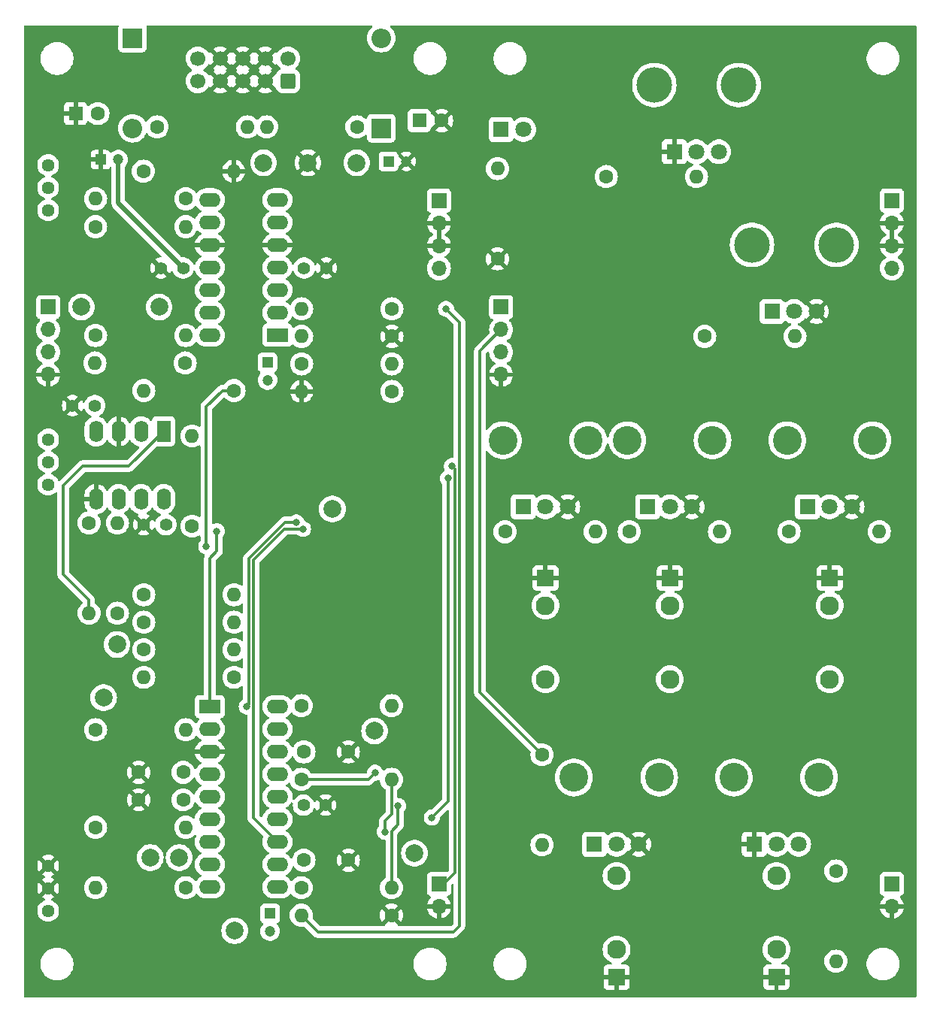
<source format=gbl>
G04 #@! TF.GenerationSoftware,KiCad,Pcbnew,8.0.2-1*
G04 #@! TF.CreationDate,2024-06-17T09:47:28+02:00*
G04 #@! TF.ProjectId,3320,33333230-2e6b-4696-9361-645f70636258,rev?*
G04 #@! TF.SameCoordinates,Original*
G04 #@! TF.FileFunction,Copper,L2,Bot*
G04 #@! TF.FilePolarity,Positive*
%FSLAX46Y46*%
G04 Gerber Fmt 4.6, Leading zero omitted, Abs format (unit mm)*
G04 Created by KiCad (PCBNEW 8.0.2-1) date 2024-06-17 09:47:28*
%MOMM*%
%LPD*%
G01*
G04 APERTURE LIST*
G04 Aperture macros list*
%AMRoundRect*
0 Rectangle with rounded corners*
0 $1 Rounding radius*
0 $2 $3 $4 $5 $6 $7 $8 $9 X,Y pos of 4 corners*
0 Add a 4 corners polygon primitive as box body*
4,1,4,$2,$3,$4,$5,$6,$7,$8,$9,$2,$3,0*
0 Add four circle primitives for the rounded corners*
1,1,$1+$1,$2,$3*
1,1,$1+$1,$4,$5*
1,1,$1+$1,$6,$7*
1,1,$1+$1,$8,$9*
0 Add four rect primitives between the rounded corners*
20,1,$1+$1,$2,$3,$4,$5,0*
20,1,$1+$1,$4,$5,$6,$7,0*
20,1,$1+$1,$6,$7,$8,$9,0*
20,1,$1+$1,$8,$9,$2,$3,0*%
G04 Aperture macros list end*
G04 #@! TA.AperFunction,ComponentPad*
%ADD10C,1.600000*%
G04 #@! TD*
G04 #@! TA.AperFunction,ComponentPad*
%ADD11O,1.600000X1.600000*%
G04 #@! TD*
G04 #@! TA.AperFunction,ComponentPad*
%ADD12R,2.200000X2.200000*%
G04 #@! TD*
G04 #@! TA.AperFunction,ComponentPad*
%ADD13O,2.200000X2.200000*%
G04 #@! TD*
G04 #@! TA.AperFunction,ComponentPad*
%ADD14O,4.000000X4.000000*%
G04 #@! TD*
G04 #@! TA.AperFunction,ComponentPad*
%ADD15R,1.800000X1.800000*%
G04 #@! TD*
G04 #@! TA.AperFunction,ComponentPad*
%ADD16C,1.800000*%
G04 #@! TD*
G04 #@! TA.AperFunction,ComponentPad*
%ADD17C,1.400000*%
G04 #@! TD*
G04 #@! TA.AperFunction,ComponentPad*
%ADD18R,1.930000X1.830000*%
G04 #@! TD*
G04 #@! TA.AperFunction,ComponentPad*
%ADD19C,2.130000*%
G04 #@! TD*
G04 #@! TA.AperFunction,ComponentPad*
%ADD20R,1.700000X1.700000*%
G04 #@! TD*
G04 #@! TA.AperFunction,ComponentPad*
%ADD21O,1.700000X1.700000*%
G04 #@! TD*
G04 #@! TA.AperFunction,ComponentPad*
%ADD22R,1.600000X2.400000*%
G04 #@! TD*
G04 #@! TA.AperFunction,ComponentPad*
%ADD23O,1.600000X2.400000*%
G04 #@! TD*
G04 #@! TA.AperFunction,ComponentPad*
%ADD24R,2.400000X1.600000*%
G04 #@! TD*
G04 #@! TA.AperFunction,ComponentPad*
%ADD25O,2.400000X1.600000*%
G04 #@! TD*
G04 #@! TA.AperFunction,ComponentPad*
%ADD26C,3.240000*%
G04 #@! TD*
G04 #@! TA.AperFunction,ComponentPad*
%ADD27R,1.600000X1.600000*%
G04 #@! TD*
G04 #@! TA.AperFunction,ComponentPad*
%ADD28C,2.000000*%
G04 #@! TD*
G04 #@! TA.AperFunction,ComponentPad*
%ADD29RoundRect,0.250000X0.600000X-0.600000X0.600000X0.600000X-0.600000X0.600000X-0.600000X-0.600000X0*%
G04 #@! TD*
G04 #@! TA.AperFunction,ComponentPad*
%ADD30C,1.700000*%
G04 #@! TD*
G04 #@! TA.AperFunction,ComponentPad*
%ADD31R,1.200000X1.200000*%
G04 #@! TD*
G04 #@! TA.AperFunction,ComponentPad*
%ADD32C,1.200000*%
G04 #@! TD*
G04 #@! TA.AperFunction,ComponentPad*
%ADD33C,1.440000*%
G04 #@! TD*
G04 #@! TA.AperFunction,ViaPad*
%ADD34C,0.800000*%
G04 #@! TD*
G04 #@! TA.AperFunction,Conductor*
%ADD35C,0.500000*%
G04 #@! TD*
G04 #@! TA.AperFunction,Conductor*
%ADD36C,0.300000*%
G04 #@! TD*
G04 APERTURE END LIST*
D10*
X81540000Y-88400000D03*
D11*
X91700000Y-88400000D03*
D10*
X57600000Y-106320000D03*
D11*
X57600000Y-116480000D03*
D12*
X90500000Y-61860000D03*
D13*
X90500000Y-51700000D03*
D10*
X58340000Y-72950000D03*
D11*
X68500000Y-72950000D03*
D10*
X63770000Y-114400000D03*
D11*
X73930000Y-114400000D03*
D14*
X121250000Y-57000000D03*
X130750000Y-57000000D03*
D15*
X123500000Y-64500000D03*
D16*
X126000000Y-64500000D03*
X128500000Y-64500000D03*
D10*
X68430000Y-88300000D03*
D11*
X58270000Y-88300000D03*
D10*
X73930000Y-123700000D03*
D11*
X63770000Y-123700000D03*
D10*
X87760000Y-61700000D03*
D11*
X77600000Y-61700000D03*
D17*
X65700000Y-77600000D03*
X68200000Y-77600000D03*
D10*
X60800000Y-116480000D03*
D11*
X60800000Y-106320000D03*
D10*
X91700000Y-85300000D03*
D11*
X81540000Y-85300000D03*
D18*
X123000000Y-112520000D03*
D19*
X123000000Y-123920000D03*
X123000000Y-115620000D03*
D20*
X97000000Y-70000000D03*
D21*
X97000000Y-72540000D03*
X97000000Y-75080000D03*
X97000000Y-77620000D03*
D10*
X118420000Y-107300000D03*
D11*
X128580000Y-107300000D03*
D10*
X115840000Y-67300000D03*
D11*
X126000000Y-67300000D03*
D22*
X66000000Y-96000000D03*
D23*
X63460000Y-96000000D03*
X60920000Y-96000000D03*
X58380000Y-96000000D03*
X58380000Y-103620000D03*
X60920000Y-103620000D03*
X63460000Y-103620000D03*
X66000000Y-103620000D03*
D10*
X68500000Y-69800000D03*
D11*
X58340000Y-69800000D03*
D18*
X117000000Y-157480000D03*
D19*
X117000000Y-146080000D03*
X117000000Y-154380000D03*
D24*
X78820000Y-85160000D03*
D25*
X78820000Y-82620000D03*
X78820000Y-80080000D03*
X78820000Y-77540000D03*
X78820000Y-75000000D03*
X78820000Y-72460000D03*
X78820000Y-69920000D03*
X71200000Y-69920000D03*
X71200000Y-72460000D03*
X71200000Y-75000000D03*
X71200000Y-77540000D03*
X71200000Y-80080000D03*
X71200000Y-82620000D03*
X71200000Y-85160000D03*
D10*
X141700000Y-145520000D03*
D11*
X141700000Y-155680000D03*
D10*
X63770000Y-120600000D03*
D11*
X73930000Y-120600000D03*
D10*
X91660000Y-150500000D03*
D11*
X81500000Y-150500000D03*
D18*
X135000000Y-157480000D03*
D19*
X135000000Y-146080000D03*
X135000000Y-154380000D03*
D17*
X81820000Y-77600000D03*
X84320000Y-77600000D03*
D10*
X68500000Y-147400000D03*
D11*
X58340000Y-147400000D03*
D17*
X66250000Y-106500000D03*
X63750000Y-106500000D03*
D10*
X108600000Y-132420000D03*
D11*
X108600000Y-142580000D03*
D17*
X84250000Y-138100000D03*
X81750000Y-138100000D03*
D18*
X109000000Y-112520000D03*
D19*
X109000000Y-123920000D03*
X109000000Y-115620000D03*
D10*
X86800000Y-132100000D03*
X81800000Y-132100000D03*
X136420000Y-107300000D03*
D11*
X146580000Y-107300000D03*
D26*
X130200000Y-135000000D03*
X139800000Y-135000000D03*
D15*
X132500000Y-142500000D03*
D16*
X135000000Y-142500000D03*
X137500000Y-142500000D03*
D10*
X63770000Y-117500000D03*
D11*
X73930000Y-117500000D03*
D26*
X104200000Y-97000000D03*
X113800000Y-97000000D03*
D15*
X106500000Y-104500000D03*
D16*
X109000000Y-104500000D03*
X111500000Y-104500000D03*
D10*
X63200000Y-134400000D03*
X68200000Y-134400000D03*
X91700000Y-82200000D03*
D11*
X81540000Y-82200000D03*
D14*
X132250000Y-75000000D03*
X141750000Y-75000000D03*
D15*
X134500000Y-82500000D03*
D16*
X137000000Y-82500000D03*
X139500000Y-82500000D03*
D10*
X86800000Y-144300000D03*
X81800000Y-144300000D03*
D18*
X141000000Y-112520000D03*
D19*
X141000000Y-123920000D03*
X141000000Y-115620000D03*
D10*
X91700000Y-91500000D03*
D11*
X81540000Y-91500000D03*
D20*
X53000000Y-82000000D03*
D21*
X53000000Y-84540000D03*
X53000000Y-87080000D03*
X53000000Y-89620000D03*
D10*
X104440000Y-107300000D03*
D11*
X114600000Y-107300000D03*
D26*
X136200000Y-97000000D03*
X145800000Y-97000000D03*
D15*
X138500000Y-104500000D03*
D16*
X141000000Y-104500000D03*
X143500000Y-104500000D03*
D12*
X62500000Y-51700000D03*
D13*
X62500000Y-61860000D03*
D10*
X58340000Y-129600000D03*
D11*
X68500000Y-129600000D03*
D10*
X58340000Y-85200000D03*
D11*
X68500000Y-85200000D03*
D26*
X112200000Y-135000000D03*
X121800000Y-135000000D03*
D15*
X114500000Y-142500000D03*
D16*
X117000000Y-142500000D03*
X119500000Y-142500000D03*
D10*
X81500000Y-147400000D03*
D11*
X91660000Y-147400000D03*
D10*
X65270000Y-61700000D03*
D11*
X75430000Y-61700000D03*
D10*
X81500000Y-126900000D03*
D11*
X91660000Y-126900000D03*
D24*
X71200000Y-127000000D03*
D25*
X71200000Y-129540000D03*
X71200000Y-132080000D03*
X71200000Y-134620000D03*
X71200000Y-137160000D03*
X71200000Y-139700000D03*
X71200000Y-142240000D03*
X71200000Y-144780000D03*
X71200000Y-147320000D03*
X78820000Y-147320000D03*
X78820000Y-144780000D03*
X78820000Y-142240000D03*
X78820000Y-139700000D03*
X78820000Y-137160000D03*
X78820000Y-134620000D03*
X78820000Y-132080000D03*
X78820000Y-129540000D03*
X78820000Y-127000000D03*
D20*
X97000000Y-147000000D03*
D21*
X97000000Y-149540000D03*
D10*
X73930000Y-91400000D03*
D11*
X63770000Y-91400000D03*
D10*
X126920000Y-85300000D03*
D11*
X137080000Y-85300000D03*
D10*
X63720000Y-66700000D03*
D11*
X73880000Y-66700000D03*
D17*
X55750000Y-93100000D03*
X58250000Y-93100000D03*
D15*
X104000000Y-62000000D03*
D16*
X106540000Y-62000000D03*
D10*
X58340000Y-140600000D03*
D11*
X68500000Y-140600000D03*
D10*
X63200000Y-137500000D03*
X68200000Y-137500000D03*
X81500000Y-135200000D03*
D11*
X91660000Y-135200000D03*
D10*
X103600000Y-76560000D03*
D11*
X103600000Y-66400000D03*
D26*
X118200000Y-97000000D03*
X127800000Y-97000000D03*
D15*
X120500000Y-104500000D03*
D16*
X123000000Y-104500000D03*
X125500000Y-104500000D03*
D10*
X69200000Y-106680000D03*
D11*
X69200000Y-96520000D03*
D27*
X56100000Y-60200000D03*
D10*
X58600000Y-60200000D03*
D28*
X89750000Y-129750000D03*
D29*
X80000000Y-56540000D03*
D30*
X80000000Y-54000000D03*
X77460000Y-56540000D03*
X77460000Y-54000000D03*
X74920000Y-56540000D03*
X74920000Y-54000000D03*
X72380000Y-56540000D03*
X72380000Y-54000000D03*
X69840000Y-56540000D03*
X69840000Y-54000000D03*
D20*
X148000000Y-147000000D03*
D21*
X148000000Y-149540000D03*
D28*
X67750000Y-144000000D03*
X56750000Y-82000000D03*
X82250000Y-65750000D03*
D31*
X58900000Y-65400000D03*
D32*
X60900000Y-65400000D03*
D28*
X74000000Y-152250000D03*
D33*
X53000000Y-150000000D03*
X53000000Y-147460000D03*
X53000000Y-144920000D03*
D28*
X65500000Y-82000000D03*
X87750000Y-65750000D03*
X85000000Y-104750000D03*
D20*
X148000000Y-70000000D03*
D21*
X148000000Y-72540000D03*
X148000000Y-75080000D03*
X148000000Y-77620000D03*
D31*
X78000000Y-150300000D03*
D32*
X78000000Y-152300000D03*
D28*
X64500000Y-144000000D03*
D20*
X104000000Y-82000000D03*
D21*
X104000000Y-84540000D03*
X104000000Y-87080000D03*
X104000000Y-89620000D03*
D33*
X53000000Y-102000000D03*
X53000000Y-99460000D03*
X53000000Y-96920000D03*
X53000000Y-66000000D03*
X53000000Y-68540000D03*
X53000000Y-71080000D03*
D31*
X77700000Y-88227401D03*
D32*
X77700000Y-90227401D03*
D28*
X77250000Y-65750000D03*
D31*
X91327401Y-65600000D03*
D32*
X93327401Y-65600000D03*
D27*
X94800000Y-61000000D03*
D10*
X97300000Y-61000000D03*
D28*
X60750000Y-120000000D03*
X94250000Y-143500000D03*
X59250000Y-126000000D03*
D34*
X72000000Y-107250000D03*
X80950000Y-106250000D03*
X75350000Y-127000000D03*
X70800000Y-108950000D03*
X90910000Y-141100000D03*
X89800000Y-134450000D03*
X92410000Y-138200000D03*
X96200000Y-139500000D03*
X98000000Y-101300000D03*
X81700000Y-107000000D03*
X98450000Y-99900000D03*
X97800000Y-82200000D03*
D35*
X60900000Y-65400000D02*
X60900000Y-70300000D01*
X60900000Y-70300000D02*
X68200000Y-77600000D01*
D36*
X54700000Y-112100000D02*
X54700000Y-102100000D01*
X57600000Y-116480000D02*
X57600000Y-115000000D01*
X57600000Y-115000000D02*
X54700000Y-112100000D01*
X62100000Y-99900000D02*
X66000000Y-96000000D01*
X54700000Y-102100000D02*
X56900000Y-99900000D01*
X56900000Y-99900000D02*
X62100000Y-99900000D01*
X72000000Y-109500000D02*
X71200000Y-110300000D01*
X71200000Y-110300000D02*
X71200000Y-127000000D01*
X72000000Y-107250000D02*
X72000000Y-109500000D01*
X80950000Y-106250000D02*
X79642894Y-106250000D01*
X75600000Y-110292894D02*
X75600000Y-126750000D01*
X75600000Y-126750000D02*
X75350000Y-127000000D01*
X79642894Y-106250000D02*
X75600000Y-110292894D01*
X70800000Y-108950000D02*
X70800000Y-93200000D01*
X70800000Y-93200000D02*
X72600000Y-91400000D01*
X72600000Y-91400000D02*
X73930000Y-91400000D01*
X91660000Y-139140000D02*
X91660000Y-135200000D01*
X90910000Y-139890000D02*
X91660000Y-139140000D01*
X90910000Y-141100000D02*
X90910000Y-139890000D01*
X89800000Y-134450000D02*
X89050000Y-135200000D01*
X89050000Y-135200000D02*
X81500000Y-135200000D01*
X92410000Y-140290000D02*
X91660000Y-141040000D01*
X91660000Y-141040000D02*
X91660000Y-147400000D01*
X92410000Y-138200000D02*
X92410000Y-140290000D01*
X98000000Y-137700000D02*
X96200000Y-139500000D01*
X98000000Y-101300000D02*
X98000000Y-137700000D01*
X76100000Y-139520000D02*
X78820000Y-142240000D01*
X81700000Y-107000000D02*
X79600000Y-107000000D01*
X76100000Y-110500000D02*
X76100000Y-139520000D01*
X79600000Y-107000000D02*
X76100000Y-110500000D01*
X98800000Y-145700000D02*
X97500000Y-147000000D01*
X98800000Y-100250000D02*
X98800000Y-145700000D01*
X97500000Y-147000000D02*
X97000000Y-147000000D01*
X98450000Y-99900000D02*
X98800000Y-100250000D01*
X104000000Y-84540000D02*
X101600000Y-86940000D01*
X101600000Y-125420000D02*
X108600000Y-132420000D01*
X101600000Y-86940000D02*
X101600000Y-125420000D01*
X83400000Y-152400000D02*
X81500000Y-150500000D01*
X99300000Y-151700000D02*
X98600000Y-152400000D01*
X98600000Y-152400000D02*
X83400000Y-152400000D01*
X99300000Y-83700000D02*
X99300000Y-151700000D01*
X97800000Y-82200000D02*
X99300000Y-83700000D01*
G04 #@! TA.AperFunction,Conductor*
G36*
X97250000Y-74646988D02*
G01*
X97192993Y-74614075D01*
X97065826Y-74580000D01*
X96934174Y-74580000D01*
X96807007Y-74614075D01*
X96750000Y-74646988D01*
X96750000Y-72973012D01*
X96807007Y-73005925D01*
X96934174Y-73040000D01*
X97065826Y-73040000D01*
X97192993Y-73005925D01*
X97250000Y-72973012D01*
X97250000Y-74646988D01*
G37*
G04 #@! TD.AperFunction*
G04 #@! TA.AperFunction,Conductor*
G36*
X148250000Y-74646988D02*
G01*
X148192993Y-74614075D01*
X148065826Y-74580000D01*
X147934174Y-74580000D01*
X147807007Y-74614075D01*
X147750000Y-74646988D01*
X147750000Y-72973012D01*
X147807007Y-73005925D01*
X147934174Y-73040000D01*
X148065826Y-73040000D01*
X148192993Y-73005925D01*
X148250000Y-72973012D01*
X148250000Y-74646988D01*
G37*
G04 #@! TD.AperFunction*
G04 #@! TA.AperFunction,Conductor*
G36*
X71914075Y-54192993D02*
G01*
X71979901Y-54307007D01*
X72072993Y-54400099D01*
X72187007Y-54465925D01*
X72250590Y-54482962D01*
X71618625Y-55114925D01*
X71695031Y-55168425D01*
X71738655Y-55223002D01*
X71745848Y-55292501D01*
X71714326Y-55354855D01*
X71695029Y-55371576D01*
X71618625Y-55425072D01*
X72250590Y-56057037D01*
X72187007Y-56074075D01*
X72072993Y-56139901D01*
X71979901Y-56232993D01*
X71914075Y-56347007D01*
X71897037Y-56410590D01*
X71265073Y-55778626D01*
X71211881Y-55854594D01*
X71157304Y-55898219D01*
X71087806Y-55905413D01*
X71025451Y-55873891D01*
X71008730Y-55854594D01*
X70878494Y-55668597D01*
X70711402Y-55501506D01*
X70711396Y-55501501D01*
X70525842Y-55371575D01*
X70482217Y-55316998D01*
X70475023Y-55247500D01*
X70506546Y-55185145D01*
X70525842Y-55168425D01*
X70667088Y-55069523D01*
X70711401Y-55038495D01*
X70878495Y-54871401D01*
X71008732Y-54685403D01*
X71063307Y-54641780D01*
X71132805Y-54634586D01*
X71195160Y-54666109D01*
X71211880Y-54685405D01*
X71265073Y-54761373D01*
X71897037Y-54129409D01*
X71914075Y-54192993D01*
G37*
G04 #@! TD.AperFunction*
G04 #@! TA.AperFunction,Conductor*
G36*
X74454075Y-54192993D02*
G01*
X74519901Y-54307007D01*
X74612993Y-54400099D01*
X74727007Y-54465925D01*
X74790590Y-54482962D01*
X74158625Y-55114925D01*
X74235031Y-55168425D01*
X74278655Y-55223002D01*
X74285848Y-55292501D01*
X74254326Y-55354855D01*
X74235029Y-55371576D01*
X74158625Y-55425072D01*
X74790590Y-56057037D01*
X74727007Y-56074075D01*
X74612993Y-56139901D01*
X74519901Y-56232993D01*
X74454075Y-56347007D01*
X74437037Y-56410590D01*
X73805072Y-55778625D01*
X73805072Y-55778626D01*
X73751574Y-55855030D01*
X73696998Y-55898655D01*
X73627499Y-55905849D01*
X73565144Y-55874326D01*
X73548424Y-55855030D01*
X73494925Y-55778626D01*
X73494925Y-55778625D01*
X72862962Y-56410589D01*
X72845925Y-56347007D01*
X72780099Y-56232993D01*
X72687007Y-56139901D01*
X72572993Y-56074075D01*
X72509410Y-56057037D01*
X73141373Y-55425073D01*
X73064969Y-55371576D01*
X73021344Y-55316999D01*
X73014150Y-55247501D01*
X73045672Y-55185146D01*
X73064968Y-55168425D01*
X73141373Y-55114925D01*
X72509409Y-54482962D01*
X72572993Y-54465925D01*
X72687007Y-54400099D01*
X72780099Y-54307007D01*
X72845925Y-54192993D01*
X72862962Y-54129410D01*
X73494925Y-54761373D01*
X73548425Y-54684968D01*
X73603002Y-54641344D01*
X73672501Y-54634151D01*
X73734855Y-54665673D01*
X73751576Y-54684969D01*
X73805073Y-54761372D01*
X74437037Y-54129409D01*
X74454075Y-54192993D01*
G37*
G04 #@! TD.AperFunction*
G04 #@! TA.AperFunction,Conductor*
G36*
X76994075Y-54192993D02*
G01*
X77059901Y-54307007D01*
X77152993Y-54400099D01*
X77267007Y-54465925D01*
X77330590Y-54482962D01*
X76698625Y-55114925D01*
X76775031Y-55168425D01*
X76818655Y-55223002D01*
X76825848Y-55292501D01*
X76794326Y-55354855D01*
X76775029Y-55371576D01*
X76698625Y-55425072D01*
X77330590Y-56057037D01*
X77267007Y-56074075D01*
X77152993Y-56139901D01*
X77059901Y-56232993D01*
X76994075Y-56347007D01*
X76977037Y-56410590D01*
X76345072Y-55778625D01*
X76345072Y-55778626D01*
X76291574Y-55855030D01*
X76236998Y-55898655D01*
X76167499Y-55905849D01*
X76105144Y-55874326D01*
X76088424Y-55855030D01*
X76034925Y-55778626D01*
X76034925Y-55778625D01*
X75402962Y-56410589D01*
X75385925Y-56347007D01*
X75320099Y-56232993D01*
X75227007Y-56139901D01*
X75112993Y-56074075D01*
X75049410Y-56057037D01*
X75681373Y-55425073D01*
X75604969Y-55371576D01*
X75561344Y-55316999D01*
X75554150Y-55247501D01*
X75585672Y-55185146D01*
X75604968Y-55168425D01*
X75681373Y-55114925D01*
X75049409Y-54482962D01*
X75112993Y-54465925D01*
X75227007Y-54400099D01*
X75320099Y-54307007D01*
X75385925Y-54192993D01*
X75402962Y-54129409D01*
X76034925Y-54761373D01*
X76088425Y-54684968D01*
X76143002Y-54641344D01*
X76212501Y-54634151D01*
X76274855Y-54665673D01*
X76291576Y-54684969D01*
X76345073Y-54761372D01*
X76977037Y-54129409D01*
X76994075Y-54192993D01*
G37*
G04 #@! TD.AperFunction*
G04 #@! TA.AperFunction,Conductor*
G36*
X78574925Y-54761373D02*
G01*
X78628119Y-54685405D01*
X78682696Y-54641781D01*
X78752195Y-54634588D01*
X78814549Y-54666110D01*
X78831269Y-54685405D01*
X78961505Y-54871401D01*
X79128599Y-55038495D01*
X79128604Y-55038499D01*
X79129968Y-55039643D01*
X79130407Y-55040303D01*
X79132427Y-55042323D01*
X79132021Y-55042728D01*
X79168669Y-55097815D01*
X79169776Y-55167676D01*
X79132937Y-55227046D01*
X79089267Y-55252336D01*
X79080669Y-55255184D01*
X79080663Y-55255187D01*
X78931342Y-55347289D01*
X78807289Y-55471342D01*
X78715187Y-55620663D01*
X78715182Y-55620674D01*
X78691205Y-55693032D01*
X78651432Y-55750477D01*
X78586916Y-55777299D01*
X78576138Y-55777412D01*
X77942962Y-56410589D01*
X77925925Y-56347007D01*
X77860099Y-56232993D01*
X77767007Y-56139901D01*
X77652993Y-56074075D01*
X77589410Y-56057037D01*
X78221373Y-55425073D01*
X78144969Y-55371576D01*
X78101344Y-55316999D01*
X78094150Y-55247501D01*
X78125672Y-55185146D01*
X78144968Y-55168425D01*
X78221373Y-55114925D01*
X77589409Y-54482962D01*
X77652993Y-54465925D01*
X77767007Y-54400099D01*
X77860099Y-54307007D01*
X77925925Y-54192993D01*
X77942962Y-54129410D01*
X78574925Y-54761373D01*
G37*
G04 #@! TD.AperFunction*
G04 #@! TA.AperFunction,Conductor*
G36*
X60884621Y-50270185D02*
G01*
X60930376Y-50322989D01*
X60940320Y-50392147D01*
X60933764Y-50417833D01*
X60905908Y-50492517D01*
X60899501Y-50552116D01*
X60899501Y-50552123D01*
X60899500Y-50552135D01*
X60899500Y-52847870D01*
X60899501Y-52847876D01*
X60905908Y-52907483D01*
X60956202Y-53042328D01*
X60956206Y-53042335D01*
X61042452Y-53157544D01*
X61042455Y-53157547D01*
X61157664Y-53243793D01*
X61157671Y-53243797D01*
X61292517Y-53294091D01*
X61292516Y-53294091D01*
X61299444Y-53294835D01*
X61352127Y-53300500D01*
X63647872Y-53300499D01*
X63707483Y-53294091D01*
X63842331Y-53243796D01*
X63957546Y-53157546D01*
X64043796Y-53042331D01*
X64094091Y-52907483D01*
X64100500Y-52847873D01*
X64100499Y-50552128D01*
X64094091Y-50492517D01*
X64085241Y-50468790D01*
X64066236Y-50417833D01*
X64061252Y-50348141D01*
X64094737Y-50286818D01*
X64156061Y-50253334D01*
X64182418Y-50250500D01*
X89396630Y-50250500D01*
X89463669Y-50270185D01*
X89509424Y-50322989D01*
X89519368Y-50392147D01*
X89490343Y-50455703D01*
X89477161Y-50468790D01*
X89364778Y-50564773D01*
X89201161Y-50756343D01*
X89201160Y-50756346D01*
X89069533Y-50971140D01*
X88973126Y-51203889D01*
X88914317Y-51448848D01*
X88894551Y-51700000D01*
X88914317Y-51951151D01*
X88973126Y-52196110D01*
X89069533Y-52428859D01*
X89201160Y-52643653D01*
X89201161Y-52643656D01*
X89201164Y-52643659D01*
X89364776Y-52835224D01*
X89512627Y-52961501D01*
X89556343Y-52998838D01*
X89556346Y-52998839D01*
X89771140Y-53130466D01*
X90003889Y-53226873D01*
X90248852Y-53285683D01*
X90500000Y-53305449D01*
X90751148Y-53285683D01*
X90996111Y-53226873D01*
X91228859Y-53130466D01*
X91443659Y-52998836D01*
X91635224Y-52835224D01*
X91798836Y-52643659D01*
X91930466Y-52428859D01*
X92026873Y-52196111D01*
X92085683Y-51951148D01*
X92105449Y-51700000D01*
X92085683Y-51448852D01*
X92026873Y-51203889D01*
X91930466Y-50971141D01*
X91930466Y-50971140D01*
X91798839Y-50756346D01*
X91798838Y-50756343D01*
X91635221Y-50564773D01*
X91522839Y-50468790D01*
X91484645Y-50410284D01*
X91484146Y-50340416D01*
X91521500Y-50281369D01*
X91584847Y-50251891D01*
X91603370Y-50250500D01*
X150625500Y-50250500D01*
X150692539Y-50270185D01*
X150738294Y-50322989D01*
X150749500Y-50374500D01*
X150749500Y-159625500D01*
X150729815Y-159692539D01*
X150677011Y-159738294D01*
X150625500Y-159749500D01*
X50374500Y-159749500D01*
X50307461Y-159729815D01*
X50261706Y-159677011D01*
X50250500Y-159625500D01*
X50250500Y-155878711D01*
X52149500Y-155878711D01*
X52149500Y-156121288D01*
X52181161Y-156361785D01*
X52243947Y-156596104D01*
X52332781Y-156810567D01*
X52336776Y-156820212D01*
X52458064Y-157030289D01*
X52458066Y-157030292D01*
X52458067Y-157030293D01*
X52605733Y-157222736D01*
X52605739Y-157222743D01*
X52777256Y-157394260D01*
X52777262Y-157394265D01*
X52969711Y-157541936D01*
X53179788Y-157663224D01*
X53403900Y-157756054D01*
X53638211Y-157818838D01*
X53818586Y-157842584D01*
X53878711Y-157850500D01*
X53878712Y-157850500D01*
X54121289Y-157850500D01*
X54169388Y-157844167D01*
X54361789Y-157818838D01*
X54596100Y-157756054D01*
X54820212Y-157663224D01*
X55030289Y-157541936D01*
X55222738Y-157394265D01*
X55394265Y-157222738D01*
X55541936Y-157030289D01*
X55663224Y-156820212D01*
X55756054Y-156596100D01*
X55818838Y-156361789D01*
X55850500Y-156121288D01*
X55850500Y-155878712D01*
X55850500Y-155878711D01*
X94149500Y-155878711D01*
X94149500Y-156121288D01*
X94181161Y-156361785D01*
X94243947Y-156596104D01*
X94332781Y-156810567D01*
X94336776Y-156820212D01*
X94458064Y-157030289D01*
X94458066Y-157030292D01*
X94458067Y-157030293D01*
X94605733Y-157222736D01*
X94605739Y-157222743D01*
X94777256Y-157394260D01*
X94777262Y-157394265D01*
X94969711Y-157541936D01*
X95179788Y-157663224D01*
X95403900Y-157756054D01*
X95638211Y-157818838D01*
X95818586Y-157842584D01*
X95878711Y-157850500D01*
X95878712Y-157850500D01*
X96121289Y-157850500D01*
X96169388Y-157844167D01*
X96361789Y-157818838D01*
X96596100Y-157756054D01*
X96820212Y-157663224D01*
X97030289Y-157541936D01*
X97222738Y-157394265D01*
X97394265Y-157222738D01*
X97541936Y-157030289D01*
X97663224Y-156820212D01*
X97756054Y-156596100D01*
X97818838Y-156361789D01*
X97850500Y-156121288D01*
X97850500Y-155878712D01*
X97850500Y-155878711D01*
X103149500Y-155878711D01*
X103149500Y-156121288D01*
X103181161Y-156361785D01*
X103243947Y-156596104D01*
X103332781Y-156810567D01*
X103336776Y-156820212D01*
X103458064Y-157030289D01*
X103458066Y-157030292D01*
X103458067Y-157030293D01*
X103605733Y-157222736D01*
X103605739Y-157222743D01*
X103777256Y-157394260D01*
X103777262Y-157394265D01*
X103969711Y-157541936D01*
X104179788Y-157663224D01*
X104403900Y-157756054D01*
X104638211Y-157818838D01*
X104818586Y-157842584D01*
X104878711Y-157850500D01*
X104878712Y-157850500D01*
X105121289Y-157850500D01*
X105169388Y-157844167D01*
X105361789Y-157818838D01*
X105596100Y-157756054D01*
X105820212Y-157663224D01*
X106030289Y-157541936D01*
X106222738Y-157394265D01*
X106394265Y-157222738D01*
X106541936Y-157030289D01*
X106663224Y-156820212D01*
X106756054Y-156596100D01*
X106818838Y-156361789D01*
X106850500Y-156121288D01*
X106850500Y-155878712D01*
X106818838Y-155638211D01*
X106756054Y-155403900D01*
X106663224Y-155179788D01*
X106541936Y-154969711D01*
X106394265Y-154777262D01*
X106394260Y-154777256D01*
X106222743Y-154605739D01*
X106222736Y-154605733D01*
X106030293Y-154458067D01*
X106030292Y-154458066D01*
X106030289Y-154458064D01*
X105895078Y-154380000D01*
X115429659Y-154380000D01*
X115448993Y-154625658D01*
X115506517Y-154865264D01*
X115600815Y-155092920D01*
X115729563Y-155303018D01*
X115729564Y-155303020D01*
X115729567Y-155303023D01*
X115889601Y-155490399D01*
X116034648Y-155614280D01*
X116076979Y-155650435D01*
X116076981Y-155650436D01*
X116287080Y-155779184D01*
X116287079Y-155779184D01*
X116401162Y-155826439D01*
X116455565Y-155870280D01*
X116477630Y-155936574D01*
X116460351Y-156004274D01*
X116409213Y-156051884D01*
X116353709Y-156065000D01*
X115987155Y-156065000D01*
X115927627Y-156071401D01*
X115927620Y-156071403D01*
X115792913Y-156121645D01*
X115792906Y-156121649D01*
X115677812Y-156207809D01*
X115677809Y-156207812D01*
X115591649Y-156322906D01*
X115591645Y-156322913D01*
X115541403Y-156457620D01*
X115541401Y-156457627D01*
X115535000Y-156517155D01*
X115535000Y-157230000D01*
X116443294Y-157230000D01*
X116413442Y-157302069D01*
X116390000Y-157419920D01*
X116390000Y-157540080D01*
X116413442Y-157657931D01*
X116443294Y-157730000D01*
X115535000Y-157730000D01*
X115535000Y-158442844D01*
X115541401Y-158502372D01*
X115541403Y-158502379D01*
X115591645Y-158637086D01*
X115591649Y-158637093D01*
X115677809Y-158752187D01*
X115677812Y-158752190D01*
X115792906Y-158838350D01*
X115792913Y-158838354D01*
X115927620Y-158888596D01*
X115927627Y-158888598D01*
X115987155Y-158894999D01*
X115987172Y-158895000D01*
X116750000Y-158895000D01*
X116750000Y-158036706D01*
X116822069Y-158066558D01*
X116939920Y-158090000D01*
X117060080Y-158090000D01*
X117177931Y-158066558D01*
X117250000Y-158036706D01*
X117250000Y-158895000D01*
X118012828Y-158895000D01*
X118012844Y-158894999D01*
X118072372Y-158888598D01*
X118072379Y-158888596D01*
X118207086Y-158838354D01*
X118207093Y-158838350D01*
X118322187Y-158752190D01*
X118322190Y-158752187D01*
X118408350Y-158637093D01*
X118408354Y-158637086D01*
X118458596Y-158502379D01*
X118458598Y-158502372D01*
X118464999Y-158442844D01*
X118465000Y-158442827D01*
X118465000Y-157730000D01*
X117556706Y-157730000D01*
X117586558Y-157657931D01*
X117610000Y-157540080D01*
X117610000Y-157419920D01*
X117586558Y-157302069D01*
X117556706Y-157230000D01*
X118465000Y-157230000D01*
X118465000Y-156517172D01*
X118464999Y-156517155D01*
X118458598Y-156457627D01*
X118458596Y-156457620D01*
X118408354Y-156322913D01*
X118408350Y-156322906D01*
X118322190Y-156207812D01*
X118322187Y-156207809D01*
X118207093Y-156121649D01*
X118207086Y-156121645D01*
X118072379Y-156071403D01*
X118072372Y-156071401D01*
X118012844Y-156065000D01*
X117646291Y-156065000D01*
X117579252Y-156045315D01*
X117533497Y-155992511D01*
X117523553Y-155923353D01*
X117552578Y-155859797D01*
X117598838Y-155826439D01*
X117712920Y-155779184D01*
X117923018Y-155650436D01*
X117923020Y-155650435D01*
X117923020Y-155650434D01*
X117923023Y-155650433D01*
X118110399Y-155490399D01*
X118270433Y-155303023D01*
X118399184Y-155092920D01*
X118493483Y-154865262D01*
X118551007Y-154625655D01*
X118570341Y-154380000D01*
X133429659Y-154380000D01*
X133448993Y-154625658D01*
X133506517Y-154865264D01*
X133600815Y-155092920D01*
X133729563Y-155303018D01*
X133729564Y-155303020D01*
X133729567Y-155303023D01*
X133889601Y-155490399D01*
X134034648Y-155614280D01*
X134076979Y-155650435D01*
X134076981Y-155650436D01*
X134287080Y-155779184D01*
X134287079Y-155779184D01*
X134401162Y-155826439D01*
X134455565Y-155870280D01*
X134477630Y-155936574D01*
X134460351Y-156004274D01*
X134409213Y-156051884D01*
X134353709Y-156065000D01*
X133987155Y-156065000D01*
X133927627Y-156071401D01*
X133927620Y-156071403D01*
X133792913Y-156121645D01*
X133792906Y-156121649D01*
X133677812Y-156207809D01*
X133677809Y-156207812D01*
X133591649Y-156322906D01*
X133591645Y-156322913D01*
X133541403Y-156457620D01*
X133541401Y-156457627D01*
X133535000Y-156517155D01*
X133535000Y-157230000D01*
X134443294Y-157230000D01*
X134413442Y-157302069D01*
X134390000Y-157419920D01*
X134390000Y-157540080D01*
X134413442Y-157657931D01*
X134443294Y-157730000D01*
X133535000Y-157730000D01*
X133535000Y-158442844D01*
X133541401Y-158502372D01*
X133541403Y-158502379D01*
X133591645Y-158637086D01*
X133591649Y-158637093D01*
X133677809Y-158752187D01*
X133677812Y-158752190D01*
X133792906Y-158838350D01*
X133792913Y-158838354D01*
X133927620Y-158888596D01*
X133927627Y-158888598D01*
X133987155Y-158894999D01*
X133987172Y-158895000D01*
X134750000Y-158895000D01*
X134750000Y-158036706D01*
X134822069Y-158066558D01*
X134939920Y-158090000D01*
X135060080Y-158090000D01*
X135177931Y-158066558D01*
X135250000Y-158036706D01*
X135250000Y-158895000D01*
X136012828Y-158895000D01*
X136012844Y-158894999D01*
X136072372Y-158888598D01*
X136072379Y-158888596D01*
X136207086Y-158838354D01*
X136207093Y-158838350D01*
X136322187Y-158752190D01*
X136322190Y-158752187D01*
X136408350Y-158637093D01*
X136408354Y-158637086D01*
X136458596Y-158502379D01*
X136458598Y-158502372D01*
X136464999Y-158442844D01*
X136465000Y-158442827D01*
X136465000Y-157730000D01*
X135556706Y-157730000D01*
X135586558Y-157657931D01*
X135610000Y-157540080D01*
X135610000Y-157419920D01*
X135586558Y-157302069D01*
X135556706Y-157230000D01*
X136465000Y-157230000D01*
X136465000Y-156517172D01*
X136464999Y-156517155D01*
X136458598Y-156457627D01*
X136458596Y-156457620D01*
X136408354Y-156322913D01*
X136408350Y-156322906D01*
X136322190Y-156207812D01*
X136322187Y-156207809D01*
X136207093Y-156121649D01*
X136207086Y-156121645D01*
X136072379Y-156071403D01*
X136072372Y-156071401D01*
X136012844Y-156065000D01*
X135646291Y-156065000D01*
X135579252Y-156045315D01*
X135533497Y-155992511D01*
X135523553Y-155923353D01*
X135552578Y-155859797D01*
X135598838Y-155826439D01*
X135712920Y-155779184D01*
X135874777Y-155679998D01*
X140394532Y-155679998D01*
X140394532Y-155680001D01*
X140414364Y-155906686D01*
X140414366Y-155906697D01*
X140473258Y-156126488D01*
X140473261Y-156126497D01*
X140569431Y-156332732D01*
X140569432Y-156332734D01*
X140699954Y-156519141D01*
X140860858Y-156680045D01*
X140860861Y-156680047D01*
X141047266Y-156810568D01*
X141253504Y-156906739D01*
X141473308Y-156965635D01*
X141635230Y-156979801D01*
X141699998Y-156985468D01*
X141700000Y-156985468D01*
X141700002Y-156985468D01*
X141756673Y-156980509D01*
X141926692Y-156965635D01*
X142146496Y-156906739D01*
X142352734Y-156810568D01*
X142539139Y-156680047D01*
X142700047Y-156519139D01*
X142830568Y-156332734D01*
X142926739Y-156126496D01*
X142985635Y-155906692D01*
X142988083Y-155878711D01*
X145149500Y-155878711D01*
X145149500Y-156121288D01*
X145181161Y-156361785D01*
X145243947Y-156596104D01*
X145332781Y-156810567D01*
X145336776Y-156820212D01*
X145458064Y-157030289D01*
X145458066Y-157030292D01*
X145458067Y-157030293D01*
X145605733Y-157222736D01*
X145605739Y-157222743D01*
X145777256Y-157394260D01*
X145777262Y-157394265D01*
X145969711Y-157541936D01*
X146179788Y-157663224D01*
X146403900Y-157756054D01*
X146638211Y-157818838D01*
X146818586Y-157842584D01*
X146878711Y-157850500D01*
X146878712Y-157850500D01*
X147121289Y-157850500D01*
X147169388Y-157844167D01*
X147361789Y-157818838D01*
X147596100Y-157756054D01*
X147820212Y-157663224D01*
X148030289Y-157541936D01*
X148222738Y-157394265D01*
X148394265Y-157222738D01*
X148541936Y-157030289D01*
X148663224Y-156820212D01*
X148756054Y-156596100D01*
X148818838Y-156361789D01*
X148850500Y-156121288D01*
X148850500Y-155878712D01*
X148818838Y-155638211D01*
X148756054Y-155403900D01*
X148663224Y-155179788D01*
X148541936Y-154969711D01*
X148394265Y-154777262D01*
X148394260Y-154777256D01*
X148222743Y-154605739D01*
X148222736Y-154605733D01*
X148030293Y-154458067D01*
X148030292Y-154458066D01*
X148030289Y-154458064D01*
X147820212Y-154336776D01*
X147820205Y-154336773D01*
X147596104Y-154243947D01*
X147361785Y-154181161D01*
X147121289Y-154149500D01*
X147121288Y-154149500D01*
X146878712Y-154149500D01*
X146878711Y-154149500D01*
X146638214Y-154181161D01*
X146403895Y-154243947D01*
X146179794Y-154336773D01*
X146179785Y-154336777D01*
X145969706Y-154458067D01*
X145777263Y-154605733D01*
X145777256Y-154605739D01*
X145605739Y-154777256D01*
X145605733Y-154777263D01*
X145458067Y-154969706D01*
X145336777Y-155179785D01*
X145336773Y-155179794D01*
X145243947Y-155403895D01*
X145181161Y-155638214D01*
X145149500Y-155878711D01*
X142988083Y-155878711D01*
X143005468Y-155680000D01*
X143002881Y-155650436D01*
X142985635Y-155453313D01*
X142985635Y-155453308D01*
X142926739Y-155233504D01*
X142830568Y-155027266D01*
X142700047Y-154840861D01*
X142700045Y-154840858D01*
X142539141Y-154679954D01*
X142352734Y-154549432D01*
X142352732Y-154549431D01*
X142146497Y-154453261D01*
X142146488Y-154453258D01*
X141926697Y-154394366D01*
X141926693Y-154394365D01*
X141926692Y-154394365D01*
X141926691Y-154394364D01*
X141926686Y-154394364D01*
X141700002Y-154374532D01*
X141699998Y-154374532D01*
X141473313Y-154394364D01*
X141473302Y-154394366D01*
X141253511Y-154453258D01*
X141253502Y-154453261D01*
X141047267Y-154549431D01*
X141047265Y-154549432D01*
X140860858Y-154679954D01*
X140699954Y-154840858D01*
X140569432Y-155027265D01*
X140569431Y-155027267D01*
X140473261Y-155233502D01*
X140473258Y-155233511D01*
X140414366Y-155453302D01*
X140414364Y-155453313D01*
X140394532Y-155679998D01*
X135874777Y-155679998D01*
X135923018Y-155650436D01*
X135923020Y-155650435D01*
X135923020Y-155650434D01*
X135923023Y-155650433D01*
X136110399Y-155490399D01*
X136270433Y-155303023D01*
X136399184Y-155092920D01*
X136493483Y-154865262D01*
X136551007Y-154625655D01*
X136570341Y-154380000D01*
X136551007Y-154134345D01*
X136493483Y-153894738D01*
X136433738Y-153750500D01*
X136399184Y-153667079D01*
X136270436Y-153456981D01*
X136270435Y-153456979D01*
X136222197Y-153400500D01*
X136110399Y-153269601D01*
X135986516Y-153163795D01*
X135923020Y-153109564D01*
X135923018Y-153109563D01*
X135712920Y-152980815D01*
X135485264Y-152886517D01*
X135245658Y-152828993D01*
X135000000Y-152809659D01*
X134754341Y-152828993D01*
X134514735Y-152886517D01*
X134287079Y-152980815D01*
X134076981Y-153109563D01*
X134076979Y-153109564D01*
X133889601Y-153269601D01*
X133729564Y-153456979D01*
X133729563Y-153456981D01*
X133600815Y-153667079D01*
X133506517Y-153894735D01*
X133448993Y-154134341D01*
X133429659Y-154380000D01*
X118570341Y-154380000D01*
X118551007Y-154134345D01*
X118493483Y-153894738D01*
X118433738Y-153750500D01*
X118399184Y-153667079D01*
X118270436Y-153456981D01*
X118270435Y-153456979D01*
X118222197Y-153400500D01*
X118110399Y-153269601D01*
X117986516Y-153163795D01*
X117923020Y-153109564D01*
X117923018Y-153109563D01*
X117712920Y-152980815D01*
X117485264Y-152886517D01*
X117245658Y-152828993D01*
X117000000Y-152809659D01*
X116754341Y-152828993D01*
X116514735Y-152886517D01*
X116287079Y-152980815D01*
X116076981Y-153109563D01*
X116076979Y-153109564D01*
X115889601Y-153269601D01*
X115729564Y-153456979D01*
X115729563Y-153456981D01*
X115600815Y-153667079D01*
X115506517Y-153894735D01*
X115448993Y-154134341D01*
X115429659Y-154380000D01*
X105895078Y-154380000D01*
X105820212Y-154336776D01*
X105820205Y-154336773D01*
X105596104Y-154243947D01*
X105361785Y-154181161D01*
X105121289Y-154149500D01*
X105121288Y-154149500D01*
X104878712Y-154149500D01*
X104878711Y-154149500D01*
X104638214Y-154181161D01*
X104403895Y-154243947D01*
X104179794Y-154336773D01*
X104179785Y-154336777D01*
X103969706Y-154458067D01*
X103777263Y-154605733D01*
X103777256Y-154605739D01*
X103605739Y-154777256D01*
X103605733Y-154777263D01*
X103458067Y-154969706D01*
X103336777Y-155179785D01*
X103336773Y-155179794D01*
X103243947Y-155403895D01*
X103181161Y-155638214D01*
X103149500Y-155878711D01*
X97850500Y-155878711D01*
X97818838Y-155638211D01*
X97756054Y-155403900D01*
X97663224Y-155179788D01*
X97541936Y-154969711D01*
X97394265Y-154777262D01*
X97394260Y-154777256D01*
X97222743Y-154605739D01*
X97222736Y-154605733D01*
X97030293Y-154458067D01*
X97030292Y-154458066D01*
X97030289Y-154458064D01*
X96820212Y-154336776D01*
X96820205Y-154336773D01*
X96596104Y-154243947D01*
X96361785Y-154181161D01*
X96121289Y-154149500D01*
X96121288Y-154149500D01*
X95878712Y-154149500D01*
X95878711Y-154149500D01*
X95638214Y-154181161D01*
X95403895Y-154243947D01*
X95179794Y-154336773D01*
X95179785Y-154336777D01*
X94969706Y-154458067D01*
X94777263Y-154605733D01*
X94777256Y-154605739D01*
X94605739Y-154777256D01*
X94605733Y-154777263D01*
X94458067Y-154969706D01*
X94336777Y-155179785D01*
X94336773Y-155179794D01*
X94243947Y-155403895D01*
X94181161Y-155638214D01*
X94149500Y-155878711D01*
X55850500Y-155878711D01*
X55818838Y-155638211D01*
X55756054Y-155403900D01*
X55663224Y-155179788D01*
X55541936Y-154969711D01*
X55394265Y-154777262D01*
X55394260Y-154777256D01*
X55222743Y-154605739D01*
X55222736Y-154605733D01*
X55030293Y-154458067D01*
X55030292Y-154458066D01*
X55030289Y-154458064D01*
X54820212Y-154336776D01*
X54820205Y-154336773D01*
X54596104Y-154243947D01*
X54361785Y-154181161D01*
X54121289Y-154149500D01*
X54121288Y-154149500D01*
X53878712Y-154149500D01*
X53878711Y-154149500D01*
X53638214Y-154181161D01*
X53403895Y-154243947D01*
X53179794Y-154336773D01*
X53179785Y-154336777D01*
X52969706Y-154458067D01*
X52777263Y-154605733D01*
X52777256Y-154605739D01*
X52605739Y-154777256D01*
X52605733Y-154777263D01*
X52458067Y-154969706D01*
X52336777Y-155179785D01*
X52336773Y-155179794D01*
X52243947Y-155403895D01*
X52181161Y-155638214D01*
X52149500Y-155878711D01*
X50250500Y-155878711D01*
X50250500Y-152249994D01*
X72494357Y-152249994D01*
X72494357Y-152250005D01*
X72514890Y-152497812D01*
X72514892Y-152497824D01*
X72575936Y-152738881D01*
X72675826Y-152966606D01*
X72811833Y-153174782D01*
X72811836Y-153174785D01*
X72980256Y-153357738D01*
X73176491Y-153510474D01*
X73395190Y-153628828D01*
X73630386Y-153709571D01*
X73875665Y-153750500D01*
X74124335Y-153750500D01*
X74369614Y-153709571D01*
X74604810Y-153628828D01*
X74823509Y-153510474D01*
X75019744Y-153357738D01*
X75188164Y-153174785D01*
X75324173Y-152966607D01*
X75424063Y-152738881D01*
X75485108Y-152497821D01*
X75501500Y-152299999D01*
X76894785Y-152299999D01*
X76894785Y-152300000D01*
X76913602Y-152503082D01*
X76969417Y-152699247D01*
X76969422Y-152699260D01*
X77060327Y-152881821D01*
X77183237Y-153044581D01*
X77333958Y-153181980D01*
X77333960Y-153181982D01*
X77433141Y-153243392D01*
X77507363Y-153289348D01*
X77697544Y-153363024D01*
X77898024Y-153400500D01*
X77898026Y-153400500D01*
X78101974Y-153400500D01*
X78101976Y-153400500D01*
X78302456Y-153363024D01*
X78492637Y-153289348D01*
X78666041Y-153181981D01*
X78816764Y-153044579D01*
X78939673Y-152881821D01*
X79030582Y-152699250D01*
X79086397Y-152503083D01*
X79105215Y-152300000D01*
X79086397Y-152096917D01*
X79030582Y-151900750D01*
X78939673Y-151718179D01*
X78816764Y-151555421D01*
X78816762Y-151555419D01*
X78809551Y-151548845D01*
X78773269Y-151489134D01*
X78775030Y-151419287D01*
X78814273Y-151361479D01*
X78835277Y-151349386D01*
X78834546Y-151348047D01*
X78842326Y-151343797D01*
X78842331Y-151343796D01*
X78957546Y-151257546D01*
X79043796Y-151142331D01*
X79094091Y-151007483D01*
X79100500Y-150947873D01*
X79100500Y-150499998D01*
X80194532Y-150499998D01*
X80194532Y-150500001D01*
X80214364Y-150726686D01*
X80214366Y-150726697D01*
X80273258Y-150946488D01*
X80273261Y-150946497D01*
X80369431Y-151152732D01*
X80369432Y-151152734D01*
X80499954Y-151339141D01*
X80660858Y-151500045D01*
X80660861Y-151500047D01*
X80847266Y-151630568D01*
X81053504Y-151726739D01*
X81053509Y-151726740D01*
X81053511Y-151726741D01*
X81078274Y-151733376D01*
X81273308Y-151785635D01*
X81435230Y-151799801D01*
X81499998Y-151805468D01*
X81500000Y-151805468D01*
X81500002Y-151805468D01*
X81531421Y-151802719D01*
X81726692Y-151785635D01*
X81767162Y-151774791D01*
X81837012Y-151776452D01*
X81886938Y-151806884D01*
X82985325Y-152905272D01*
X82985328Y-152905275D01*
X83077117Y-152966606D01*
X83077119Y-152966607D01*
X83077120Y-152966608D01*
X83077119Y-152966608D01*
X83088196Y-152974008D01*
X83091873Y-152976465D01*
X83210256Y-153025501D01*
X83210260Y-153025501D01*
X83210261Y-153025502D01*
X83335928Y-153050500D01*
X83335931Y-153050500D01*
X98664071Y-153050500D01*
X98748615Y-153033682D01*
X98789744Y-153025501D01*
X98908127Y-152976465D01*
X98922881Y-152966607D01*
X98922883Y-152966606D01*
X98953477Y-152946163D01*
X99014669Y-152905277D01*
X99805276Y-152114670D01*
X99876465Y-152008127D01*
X99925501Y-151889744D01*
X99938671Y-151823535D01*
X99946210Y-151785634D01*
X99950500Y-151764070D01*
X99950500Y-146080000D01*
X115429659Y-146080000D01*
X115448993Y-146325658D01*
X115506517Y-146565264D01*
X115600815Y-146792920D01*
X115729563Y-147003018D01*
X115729564Y-147003020D01*
X115729567Y-147003023D01*
X115889601Y-147190399D01*
X116024491Y-147305606D01*
X116076979Y-147350435D01*
X116076981Y-147350436D01*
X116287079Y-147479184D01*
X116514735Y-147573482D01*
X116514736Y-147573482D01*
X116514738Y-147573483D01*
X116754345Y-147631007D01*
X117000000Y-147650341D01*
X117245655Y-147631007D01*
X117485262Y-147573483D01*
X117712920Y-147479184D01*
X117923023Y-147350433D01*
X118110399Y-147190399D01*
X118270433Y-147003023D01*
X118399184Y-146792920D01*
X118493483Y-146565262D01*
X118551007Y-146325655D01*
X118570341Y-146080000D01*
X133429659Y-146080000D01*
X133448993Y-146325658D01*
X133506517Y-146565264D01*
X133600815Y-146792920D01*
X133729563Y-147003018D01*
X133729564Y-147003020D01*
X133729567Y-147003023D01*
X133889601Y-147190399D01*
X134024491Y-147305606D01*
X134076979Y-147350435D01*
X134076981Y-147350436D01*
X134287079Y-147479184D01*
X134514735Y-147573482D01*
X134514736Y-147573482D01*
X134514738Y-147573483D01*
X134754345Y-147631007D01*
X135000000Y-147650341D01*
X135245655Y-147631007D01*
X135485262Y-147573483D01*
X135712920Y-147479184D01*
X135923023Y-147350433D01*
X136110399Y-147190399D01*
X136270433Y-147003023D01*
X136399184Y-146792920D01*
X136493483Y-146565262D01*
X136551007Y-146325655D01*
X136570341Y-146080000D01*
X136551007Y-145834345D01*
X136493483Y-145594738D01*
X136493482Y-145594735D01*
X136462525Y-145519998D01*
X140394532Y-145519998D01*
X140394532Y-145520001D01*
X140414364Y-145746686D01*
X140414366Y-145746697D01*
X140473258Y-145966488D01*
X140473261Y-145966497D01*
X140569431Y-146172732D01*
X140569432Y-146172734D01*
X140699954Y-146359141D01*
X140860858Y-146520045D01*
X140860861Y-146520047D01*
X141047266Y-146650568D01*
X141253504Y-146746739D01*
X141253509Y-146746740D01*
X141253511Y-146746741D01*
X141261856Y-146748977D01*
X141473308Y-146805635D01*
X141635230Y-146819801D01*
X141699998Y-146825468D01*
X141700000Y-146825468D01*
X141700002Y-146825468D01*
X141756673Y-146820509D01*
X141926692Y-146805635D01*
X142146496Y-146746739D01*
X142352734Y-146650568D01*
X142539139Y-146520047D01*
X142700047Y-146359139D01*
X142830568Y-146172734D01*
X142863489Y-146102135D01*
X146649500Y-146102135D01*
X146649500Y-147897870D01*
X146649501Y-147897876D01*
X146655908Y-147957483D01*
X146706202Y-148092328D01*
X146706206Y-148092335D01*
X146792452Y-148207544D01*
X146792455Y-148207547D01*
X146907664Y-148293793D01*
X146907671Y-148293797D01*
X146907674Y-148293798D01*
X147039598Y-148343002D01*
X147095531Y-148384873D01*
X147119949Y-148450337D01*
X147105098Y-148518610D01*
X147083947Y-148546865D01*
X146961886Y-148668926D01*
X146826400Y-148862420D01*
X146826399Y-148862422D01*
X146726570Y-149076507D01*
X146726567Y-149076513D01*
X146669364Y-149289999D01*
X146669364Y-149290000D01*
X147566988Y-149290000D01*
X147534075Y-149347007D01*
X147500000Y-149474174D01*
X147500000Y-149605826D01*
X147534075Y-149732993D01*
X147566988Y-149790000D01*
X146669364Y-149790000D01*
X146726567Y-150003486D01*
X146726570Y-150003492D01*
X146826399Y-150217578D01*
X146961894Y-150411082D01*
X147128917Y-150578105D01*
X147322421Y-150713600D01*
X147536507Y-150813429D01*
X147536516Y-150813433D01*
X147750000Y-150870634D01*
X147750000Y-149973012D01*
X147807007Y-150005925D01*
X147934174Y-150040000D01*
X148065826Y-150040000D01*
X148192993Y-150005925D01*
X148250000Y-149973012D01*
X148250000Y-150870633D01*
X148463483Y-150813433D01*
X148463492Y-150813429D01*
X148677578Y-150713600D01*
X148871082Y-150578105D01*
X149038105Y-150411082D01*
X149173600Y-150217578D01*
X149273429Y-150003492D01*
X149273432Y-150003486D01*
X149330636Y-149790000D01*
X148433012Y-149790000D01*
X148465925Y-149732993D01*
X148500000Y-149605826D01*
X148500000Y-149474174D01*
X148465925Y-149347007D01*
X148433012Y-149290000D01*
X149330636Y-149290000D01*
X149330635Y-149289999D01*
X149273432Y-149076513D01*
X149273429Y-149076507D01*
X149173600Y-148862422D01*
X149173599Y-148862420D01*
X149038113Y-148668926D01*
X149038108Y-148668920D01*
X148916053Y-148546865D01*
X148882568Y-148485542D01*
X148887552Y-148415850D01*
X148929424Y-148359917D01*
X148960400Y-148343002D01*
X149092331Y-148293796D01*
X149207546Y-148207546D01*
X149293796Y-148092331D01*
X149344091Y-147957483D01*
X149350500Y-147897873D01*
X149350499Y-146102128D01*
X149344091Y-146042517D01*
X149323567Y-145987490D01*
X149293797Y-145907671D01*
X149293793Y-145907664D01*
X149207547Y-145792455D01*
X149207544Y-145792452D01*
X149092335Y-145706206D01*
X149092328Y-145706202D01*
X148957482Y-145655908D01*
X148957483Y-145655908D01*
X148897883Y-145649501D01*
X148897881Y-145649500D01*
X148897873Y-145649500D01*
X148897864Y-145649500D01*
X147102129Y-145649500D01*
X147102123Y-145649501D01*
X147042516Y-145655908D01*
X146907671Y-145706202D01*
X146907664Y-145706206D01*
X146792455Y-145792452D01*
X146792452Y-145792455D01*
X146706206Y-145907664D01*
X146706202Y-145907671D01*
X146655908Y-146042517D01*
X146649501Y-146102116D01*
X146649501Y-146102123D01*
X146649500Y-146102135D01*
X142863489Y-146102135D01*
X142926739Y-145966496D01*
X142985635Y-145746692D01*
X143005468Y-145520000D01*
X142985635Y-145293308D01*
X142929695Y-145084537D01*
X142926741Y-145073511D01*
X142926738Y-145073502D01*
X142879715Y-144972661D01*
X142830568Y-144867266D01*
X142700047Y-144680861D01*
X142700045Y-144680858D01*
X142539141Y-144519954D01*
X142352734Y-144389432D01*
X142352732Y-144389431D01*
X142146497Y-144293261D01*
X142146488Y-144293258D01*
X141926697Y-144234366D01*
X141926693Y-144234365D01*
X141926692Y-144234365D01*
X141926691Y-144234364D01*
X141926686Y-144234364D01*
X141700002Y-144214532D01*
X141699998Y-144214532D01*
X141473313Y-144234364D01*
X141473302Y-144234366D01*
X141253511Y-144293258D01*
X141253502Y-144293261D01*
X141047267Y-144389431D01*
X141047265Y-144389432D01*
X140860858Y-144519954D01*
X140699954Y-144680858D01*
X140569432Y-144867265D01*
X140569431Y-144867267D01*
X140473261Y-145073502D01*
X140473258Y-145073511D01*
X140414366Y-145293302D01*
X140414364Y-145293313D01*
X140394532Y-145519998D01*
X136462525Y-145519998D01*
X136399184Y-145367079D01*
X136270436Y-145156981D01*
X136270435Y-145156979D01*
X136208561Y-145084534D01*
X136110399Y-144969601D01*
X135986516Y-144863795D01*
X135923020Y-144809564D01*
X135923018Y-144809563D01*
X135712920Y-144680815D01*
X135485264Y-144586517D01*
X135245658Y-144528993D01*
X135000000Y-144509659D01*
X134754341Y-144528993D01*
X134514735Y-144586517D01*
X134287079Y-144680815D01*
X134076981Y-144809563D01*
X134076979Y-144809564D01*
X133889601Y-144969601D01*
X133729564Y-145156979D01*
X133729563Y-145156981D01*
X133600815Y-145367079D01*
X133506517Y-145594735D01*
X133448993Y-145834341D01*
X133429659Y-146080000D01*
X118570341Y-146080000D01*
X118551007Y-145834345D01*
X118493483Y-145594738D01*
X118493482Y-145594735D01*
X118399184Y-145367079D01*
X118270436Y-145156981D01*
X118270435Y-145156979D01*
X118208561Y-145084534D01*
X118110399Y-144969601D01*
X117986516Y-144863795D01*
X117923020Y-144809564D01*
X117923018Y-144809563D01*
X117712920Y-144680815D01*
X117485264Y-144586517D01*
X117245658Y-144528993D01*
X117000000Y-144509659D01*
X116754341Y-144528993D01*
X116514735Y-144586517D01*
X116287079Y-144680815D01*
X116076981Y-144809563D01*
X116076979Y-144809564D01*
X115889601Y-144969601D01*
X115729564Y-145156979D01*
X115729563Y-145156981D01*
X115600815Y-145367079D01*
X115506517Y-145594735D01*
X115448993Y-145834341D01*
X115429659Y-146080000D01*
X99950500Y-146080000D01*
X99950500Y-142579998D01*
X107294532Y-142579998D01*
X107294532Y-142580001D01*
X107314364Y-142806686D01*
X107314366Y-142806697D01*
X107373258Y-143026488D01*
X107373261Y-143026497D01*
X107469431Y-143232732D01*
X107469432Y-143232734D01*
X107599954Y-143419141D01*
X107760858Y-143580045D01*
X107807693Y-143612839D01*
X107947266Y-143710568D01*
X108153504Y-143806739D01*
X108373308Y-143865635D01*
X108535230Y-143879801D01*
X108599998Y-143885468D01*
X108600000Y-143885468D01*
X108600002Y-143885468D01*
X108656673Y-143880509D01*
X108826692Y-143865635D01*
X109046496Y-143806739D01*
X109252734Y-143710568D01*
X109439139Y-143580047D01*
X109600047Y-143419139D01*
X109730568Y-143232734D01*
X109826739Y-143026496D01*
X109885635Y-142806692D01*
X109905468Y-142580000D01*
X109905049Y-142575215D01*
X109885635Y-142353313D01*
X109885635Y-142353308D01*
X109826739Y-142133504D01*
X109730568Y-141927266D01*
X109600047Y-141740861D01*
X109600045Y-141740858D01*
X109439141Y-141579954D01*
X109399411Y-141552135D01*
X113099500Y-141552135D01*
X113099500Y-143447870D01*
X113099501Y-143447876D01*
X113105908Y-143507483D01*
X113156202Y-143642328D01*
X113156206Y-143642335D01*
X113242452Y-143757544D01*
X113242455Y-143757547D01*
X113357664Y-143843793D01*
X113357671Y-143843797D01*
X113492517Y-143894091D01*
X113492516Y-143894091D01*
X113499444Y-143894835D01*
X113552127Y-143900500D01*
X115447872Y-143900499D01*
X115507483Y-143894091D01*
X115642331Y-143843796D01*
X115757546Y-143757546D01*
X115843796Y-143642331D01*
X115862092Y-143593274D01*
X115903961Y-143537342D01*
X115969425Y-143512924D01*
X116037699Y-143527775D01*
X116054436Y-143538755D01*
X116231365Y-143676464D01*
X116231371Y-143676468D01*
X116231374Y-143676470D01*
X116371272Y-143752179D01*
X116434652Y-143786479D01*
X116435497Y-143786936D01*
X116549487Y-143826068D01*
X116655015Y-143862297D01*
X116655017Y-143862297D01*
X116655019Y-143862298D01*
X116883951Y-143900500D01*
X116883952Y-143900500D01*
X117116048Y-143900500D01*
X117116049Y-143900500D01*
X117344981Y-143862298D01*
X117564503Y-143786936D01*
X117768626Y-143676470D01*
X117769170Y-143676047D01*
X117875513Y-143593277D01*
X117951784Y-143533913D01*
X118108979Y-143363153D01*
X118146491Y-143305736D01*
X118199634Y-143260382D01*
X118268865Y-143250957D01*
X118332201Y-143280458D01*
X118346914Y-143297436D01*
X118348812Y-143297633D01*
X119017037Y-142629408D01*
X119034075Y-142692993D01*
X119099901Y-142807007D01*
X119192993Y-142900099D01*
X119307007Y-142965925D01*
X119370590Y-142982962D01*
X118701201Y-143652351D01*
X118731649Y-143676050D01*
X118935697Y-143786476D01*
X118935706Y-143786479D01*
X119155139Y-143861811D01*
X119383993Y-143900000D01*
X119616007Y-143900000D01*
X119844860Y-143861811D01*
X120064293Y-143786479D01*
X120064301Y-143786476D01*
X120268355Y-143676047D01*
X120298797Y-143652351D01*
X120298798Y-143652350D01*
X119629410Y-142982962D01*
X119692993Y-142965925D01*
X119807007Y-142900099D01*
X119900099Y-142807007D01*
X119965925Y-142692993D01*
X119982962Y-142629409D01*
X120651186Y-143297633D01*
X120735482Y-143168611D01*
X120828682Y-142956135D01*
X120885638Y-142731218D01*
X120904798Y-142500005D01*
X120904798Y-142499994D01*
X120885638Y-142268781D01*
X120828682Y-142043864D01*
X120735484Y-141831393D01*
X120651186Y-141702365D01*
X119982962Y-142370589D01*
X119965925Y-142307007D01*
X119900099Y-142192993D01*
X119807007Y-142099901D01*
X119692993Y-142034075D01*
X119629409Y-142017037D01*
X120094290Y-141552155D01*
X131100000Y-141552155D01*
X131100000Y-142250000D01*
X132066988Y-142250000D01*
X132034075Y-142307007D01*
X132000000Y-142434174D01*
X132000000Y-142565826D01*
X132034075Y-142692993D01*
X132066988Y-142750000D01*
X131100000Y-142750000D01*
X131100000Y-143447844D01*
X131106401Y-143507372D01*
X131106403Y-143507379D01*
X131156645Y-143642086D01*
X131156649Y-143642093D01*
X131242809Y-143757187D01*
X131242812Y-143757190D01*
X131357906Y-143843350D01*
X131357913Y-143843354D01*
X131492620Y-143893596D01*
X131492627Y-143893598D01*
X131552155Y-143899999D01*
X131552172Y-143900000D01*
X132250000Y-143900000D01*
X132250000Y-142933012D01*
X132307007Y-142965925D01*
X132434174Y-143000000D01*
X132565826Y-143000000D01*
X132692993Y-142965925D01*
X132750000Y-142933012D01*
X132750000Y-143900000D01*
X133447828Y-143900000D01*
X133447844Y-143899999D01*
X133507372Y-143893598D01*
X133507379Y-143893596D01*
X133642086Y-143843354D01*
X133642093Y-143843350D01*
X133757187Y-143757190D01*
X133757190Y-143757187D01*
X133843350Y-143642093D01*
X133843353Y-143642088D01*
X133861678Y-143592955D01*
X133903549Y-143537020D01*
X133969013Y-143512602D01*
X134037286Y-143527453D01*
X134054023Y-143538433D01*
X134231365Y-143676464D01*
X134231371Y-143676468D01*
X134231374Y-143676470D01*
X134371272Y-143752179D01*
X134434652Y-143786479D01*
X134435497Y-143786936D01*
X134549487Y-143826068D01*
X134655015Y-143862297D01*
X134655017Y-143862297D01*
X134655019Y-143862298D01*
X134883951Y-143900500D01*
X134883952Y-143900500D01*
X135116048Y-143900500D01*
X135116049Y-143900500D01*
X135344981Y-143862298D01*
X135564503Y-143786936D01*
X135768626Y-143676470D01*
X135769170Y-143676047D01*
X135875513Y-143593277D01*
X135951784Y-143533913D01*
X136108979Y-143363153D01*
X136146191Y-143306196D01*
X136199337Y-143260839D01*
X136268569Y-143251415D01*
X136331904Y-143280917D01*
X136353809Y-143306196D01*
X136391016Y-143363147D01*
X136391019Y-143363151D01*
X136391021Y-143363153D01*
X136548216Y-143533913D01*
X136548219Y-143533915D01*
X136548222Y-143533918D01*
X136731365Y-143676464D01*
X136731371Y-143676468D01*
X136731374Y-143676470D01*
X136871272Y-143752179D01*
X136934652Y-143786479D01*
X136935497Y-143786936D01*
X137049487Y-143826068D01*
X137155015Y-143862297D01*
X137155017Y-143862297D01*
X137155019Y-143862298D01*
X137383951Y-143900500D01*
X137383952Y-143900500D01*
X137616048Y-143900500D01*
X137616049Y-143900500D01*
X137844981Y-143862298D01*
X138064503Y-143786936D01*
X138268626Y-143676470D01*
X138269170Y-143676047D01*
X138375513Y-143593277D01*
X138451784Y-143533913D01*
X138608979Y-143363153D01*
X138735924Y-143168849D01*
X138829157Y-142956300D01*
X138886134Y-142731305D01*
X138886135Y-142731297D01*
X138905300Y-142500006D01*
X138905300Y-142499993D01*
X138886135Y-142268702D01*
X138886133Y-142268691D01*
X138829157Y-142043699D01*
X138735924Y-141831151D01*
X138608983Y-141636852D01*
X138608980Y-141636849D01*
X138608979Y-141636847D01*
X138451784Y-141466087D01*
X138451779Y-141466083D01*
X138451777Y-141466081D01*
X138268634Y-141323535D01*
X138268628Y-141323531D01*
X138064504Y-141213064D01*
X138064495Y-141213061D01*
X137844984Y-141137702D01*
X137654450Y-141105908D01*
X137616049Y-141099500D01*
X137383951Y-141099500D01*
X137345550Y-141105908D01*
X137155015Y-141137702D01*
X136935504Y-141213061D01*
X136935495Y-141213064D01*
X136731371Y-141323531D01*
X136731365Y-141323535D01*
X136548222Y-141466081D01*
X136548219Y-141466084D01*
X136548216Y-141466086D01*
X136548216Y-141466087D01*
X136395285Y-141632216D01*
X136391015Y-141636854D01*
X136353808Y-141693804D01*
X136300662Y-141739161D01*
X136231430Y-141748584D01*
X136168095Y-141719082D01*
X136146192Y-141693804D01*
X136108984Y-141636854D01*
X136108982Y-141636852D01*
X136108979Y-141636847D01*
X135951784Y-141466087D01*
X135951779Y-141466083D01*
X135951777Y-141466081D01*
X135768634Y-141323535D01*
X135768628Y-141323531D01*
X135564504Y-141213064D01*
X135564495Y-141213061D01*
X135344984Y-141137702D01*
X135154450Y-141105908D01*
X135116049Y-141099500D01*
X134883951Y-141099500D01*
X134845550Y-141105908D01*
X134655015Y-141137702D01*
X134435504Y-141213061D01*
X134435495Y-141213064D01*
X134231372Y-141323531D01*
X134054023Y-141461567D01*
X133989029Y-141487209D01*
X133920489Y-141473642D01*
X133870164Y-141425174D01*
X133861679Y-141407045D01*
X133843355Y-141357915D01*
X133843350Y-141357906D01*
X133757190Y-141242812D01*
X133757187Y-141242809D01*
X133642093Y-141156649D01*
X133642086Y-141156645D01*
X133507379Y-141106403D01*
X133507372Y-141106401D01*
X133447844Y-141100000D01*
X132750000Y-141100000D01*
X132750000Y-142066988D01*
X132692993Y-142034075D01*
X132565826Y-142000000D01*
X132434174Y-142000000D01*
X132307007Y-142034075D01*
X132250000Y-142066988D01*
X132250000Y-141100000D01*
X131552155Y-141100000D01*
X131492627Y-141106401D01*
X131492620Y-141106403D01*
X131357913Y-141156645D01*
X131357906Y-141156649D01*
X131242812Y-141242809D01*
X131242809Y-141242812D01*
X131156649Y-141357906D01*
X131156645Y-141357913D01*
X131106403Y-141492620D01*
X131106401Y-141492627D01*
X131100000Y-141552155D01*
X120094290Y-141552155D01*
X120298797Y-141347647D01*
X120298797Y-141347645D01*
X120268360Y-141323955D01*
X120268354Y-141323951D01*
X120064302Y-141213523D01*
X120064293Y-141213520D01*
X119844860Y-141138188D01*
X119616007Y-141100000D01*
X119383993Y-141100000D01*
X119155139Y-141138188D01*
X118935706Y-141213520D01*
X118935697Y-141213523D01*
X118731650Y-141323949D01*
X118701200Y-141347647D01*
X119370591Y-142017037D01*
X119307007Y-142034075D01*
X119192993Y-142099901D01*
X119099901Y-142192993D01*
X119034075Y-142307007D01*
X119017037Y-142370591D01*
X118348811Y-141702365D01*
X118344029Y-141702861D01*
X118300959Y-141739618D01*
X118231728Y-141749041D01*
X118168392Y-141719538D01*
X118146489Y-141694260D01*
X118108983Y-141636852D01*
X118108980Y-141636849D01*
X118108979Y-141636847D01*
X117951784Y-141466087D01*
X117951779Y-141466083D01*
X117951777Y-141466081D01*
X117768634Y-141323535D01*
X117768628Y-141323531D01*
X117564504Y-141213064D01*
X117564495Y-141213061D01*
X117344984Y-141137702D01*
X117154450Y-141105908D01*
X117116049Y-141099500D01*
X116883951Y-141099500D01*
X116845550Y-141105908D01*
X116655015Y-141137702D01*
X116435504Y-141213061D01*
X116435495Y-141213064D01*
X116231372Y-141323531D01*
X116054436Y-141461245D01*
X115989442Y-141486887D01*
X115920902Y-141473320D01*
X115870577Y-141424852D01*
X115862092Y-141406723D01*
X115843798Y-141357673D01*
X115843793Y-141357664D01*
X115757547Y-141242455D01*
X115757544Y-141242452D01*
X115642335Y-141156206D01*
X115642328Y-141156202D01*
X115507482Y-141105908D01*
X115507483Y-141105908D01*
X115447883Y-141099501D01*
X115447881Y-141099500D01*
X115447873Y-141099500D01*
X115447864Y-141099500D01*
X113552129Y-141099500D01*
X113552123Y-141099501D01*
X113492516Y-141105908D01*
X113357671Y-141156202D01*
X113357664Y-141156206D01*
X113242455Y-141242452D01*
X113242452Y-141242455D01*
X113156206Y-141357664D01*
X113156202Y-141357671D01*
X113105908Y-141492517D01*
X113099501Y-141552116D01*
X113099500Y-141552135D01*
X109399411Y-141552135D01*
X109252734Y-141449432D01*
X109252732Y-141449431D01*
X109046497Y-141353261D01*
X109046488Y-141353258D01*
X108826697Y-141294366D01*
X108826693Y-141294365D01*
X108826692Y-141294365D01*
X108826691Y-141294364D01*
X108826686Y-141294364D01*
X108600002Y-141274532D01*
X108599998Y-141274532D01*
X108373313Y-141294364D01*
X108373302Y-141294366D01*
X108153511Y-141353258D01*
X108153502Y-141353261D01*
X107947267Y-141449431D01*
X107947265Y-141449432D01*
X107760858Y-141579954D01*
X107599954Y-141740858D01*
X107469432Y-141927265D01*
X107469431Y-141927267D01*
X107373261Y-142133502D01*
X107373258Y-142133511D01*
X107314366Y-142353302D01*
X107314364Y-142353313D01*
X107294532Y-142579998D01*
X99950500Y-142579998D01*
X99950500Y-135000000D01*
X110074545Y-135000000D01*
X110094341Y-135289416D01*
X110094342Y-135289418D01*
X110153359Y-135573430D01*
X110153364Y-135573446D01*
X110242945Y-135825501D01*
X110250509Y-135846784D01*
X110383970Y-136104352D01*
X110551261Y-136341349D01*
X110749264Y-136553359D01*
X110974292Y-136736433D01*
X110974294Y-136736434D01*
X110974295Y-136736435D01*
X111222153Y-136887161D01*
X111344681Y-136940382D01*
X111488228Y-137002733D01*
X111767563Y-137080999D01*
X112020225Y-137115726D01*
X112054953Y-137120500D01*
X112054954Y-137120500D01*
X112345047Y-137120500D01*
X112376030Y-137116241D01*
X112632437Y-137080999D01*
X112911772Y-137002733D01*
X113148287Y-136900000D01*
X113177846Y-136887161D01*
X113185807Y-136882320D01*
X113425708Y-136736433D01*
X113650736Y-136553359D01*
X113848739Y-136341349D01*
X114016030Y-136104352D01*
X114149491Y-135846784D01*
X114246637Y-135573441D01*
X114246637Y-135573436D01*
X114246640Y-135573430D01*
X114290487Y-135362424D01*
X114305658Y-135289416D01*
X114325455Y-135000000D01*
X119674545Y-135000000D01*
X119694341Y-135289416D01*
X119694342Y-135289418D01*
X119753359Y-135573430D01*
X119753364Y-135573446D01*
X119842945Y-135825501D01*
X119850509Y-135846784D01*
X119983970Y-136104352D01*
X120151261Y-136341349D01*
X120349264Y-136553359D01*
X120574292Y-136736433D01*
X120574294Y-136736434D01*
X120574295Y-136736435D01*
X120822153Y-136887161D01*
X120944681Y-136940382D01*
X121088228Y-137002733D01*
X121367563Y-137080999D01*
X121620225Y-137115726D01*
X121654953Y-137120500D01*
X121654954Y-137120500D01*
X121945047Y-137120500D01*
X121976030Y-137116241D01*
X122232437Y-137080999D01*
X122511772Y-137002733D01*
X122748287Y-136900000D01*
X122777846Y-136887161D01*
X122785807Y-136882320D01*
X123025708Y-136736433D01*
X123250736Y-136553359D01*
X123448739Y-136341349D01*
X123616030Y-136104352D01*
X123749491Y-135846784D01*
X123846637Y-135573441D01*
X123846637Y-135573436D01*
X123846640Y-135573430D01*
X123890487Y-135362424D01*
X123905658Y-135289416D01*
X123925455Y-135000000D01*
X128074545Y-135000000D01*
X128094341Y-135289416D01*
X128094342Y-135289418D01*
X128153359Y-135573430D01*
X128153364Y-135573446D01*
X128242945Y-135825501D01*
X128250509Y-135846784D01*
X128383970Y-136104352D01*
X128551261Y-136341349D01*
X128749264Y-136553359D01*
X128974292Y-136736433D01*
X128974294Y-136736434D01*
X128974295Y-136736435D01*
X129222153Y-136887161D01*
X129344681Y-136940382D01*
X129488228Y-137002733D01*
X129767563Y-137080999D01*
X130020225Y-137115726D01*
X130054953Y-137120500D01*
X130054954Y-137120500D01*
X130345047Y-137120500D01*
X130376030Y-137116241D01*
X130632437Y-137080999D01*
X130911772Y-137002733D01*
X131148287Y-136900000D01*
X131177846Y-136887161D01*
X131185807Y-136882320D01*
X131425708Y-136736433D01*
X131650736Y-136553359D01*
X131848739Y-136341349D01*
X132016030Y-136104352D01*
X132149491Y-135846784D01*
X132246637Y-135573441D01*
X132246637Y-135573436D01*
X132246640Y-135573430D01*
X132290487Y-135362424D01*
X132305658Y-135289416D01*
X132325455Y-135000000D01*
X137674545Y-135000000D01*
X137694341Y-135289416D01*
X137694342Y-135289418D01*
X137753359Y-135573430D01*
X137753364Y-135573446D01*
X137842945Y-135825501D01*
X137850509Y-135846784D01*
X137983970Y-136104352D01*
X138151261Y-136341349D01*
X138349264Y-136553359D01*
X138574292Y-136736433D01*
X138574294Y-136736434D01*
X138574295Y-136736435D01*
X138822153Y-136887161D01*
X138944681Y-136940382D01*
X139088228Y-137002733D01*
X139367563Y-137080999D01*
X139620225Y-137115726D01*
X139654953Y-137120500D01*
X139654954Y-137120500D01*
X139945047Y-137120500D01*
X139976030Y-137116241D01*
X140232437Y-137080999D01*
X140511772Y-137002733D01*
X140748287Y-136900000D01*
X140777846Y-136887161D01*
X140785807Y-136882320D01*
X141025708Y-136736433D01*
X141250736Y-136553359D01*
X141448739Y-136341349D01*
X141616030Y-136104352D01*
X141749491Y-135846784D01*
X141846637Y-135573441D01*
X141846637Y-135573436D01*
X141846640Y-135573430D01*
X141890487Y-135362424D01*
X141905658Y-135289416D01*
X141925455Y-135000000D01*
X141905658Y-134710584D01*
X141888206Y-134626599D01*
X141846640Y-134426569D01*
X141846635Y-134426553D01*
X141788060Y-134261740D01*
X141749491Y-134153216D01*
X141616030Y-133895648D01*
X141448739Y-133658651D01*
X141250736Y-133446641D01*
X141250729Y-133446636D01*
X141250728Y-133446634D01*
X141055113Y-133287490D01*
X141025708Y-133263567D01*
X141025706Y-133263566D01*
X141025704Y-133263564D01*
X140777846Y-133112838D01*
X140511773Y-132997267D01*
X140232442Y-132919002D01*
X140232438Y-132919001D01*
X140232437Y-132919001D01*
X140088741Y-132899250D01*
X139945047Y-132879500D01*
X139945046Y-132879500D01*
X139654954Y-132879500D01*
X139654953Y-132879500D01*
X139367563Y-132919001D01*
X139367557Y-132919002D01*
X139088226Y-132997267D01*
X138822153Y-133112838D01*
X138574295Y-133263564D01*
X138349271Y-133446634D01*
X138349265Y-133446639D01*
X138349264Y-133446641D01*
X138151261Y-133658651D01*
X138118096Y-133705635D01*
X137983970Y-133895647D01*
X137850508Y-134153217D01*
X137753364Y-134426553D01*
X137753359Y-134426569D01*
X137694342Y-134710581D01*
X137694341Y-134710583D01*
X137674545Y-135000000D01*
X132325455Y-135000000D01*
X132305658Y-134710584D01*
X132288206Y-134626599D01*
X132246640Y-134426569D01*
X132246635Y-134426553D01*
X132188060Y-134261740D01*
X132149491Y-134153216D01*
X132016030Y-133895648D01*
X131848739Y-133658651D01*
X131650736Y-133446641D01*
X131650729Y-133446636D01*
X131650728Y-133446634D01*
X131455113Y-133287490D01*
X131425708Y-133263567D01*
X131425706Y-133263566D01*
X131425704Y-133263564D01*
X131177846Y-133112838D01*
X130911773Y-132997267D01*
X130632442Y-132919002D01*
X130632438Y-132919001D01*
X130632437Y-132919001D01*
X130488741Y-132899250D01*
X130345047Y-132879500D01*
X130345046Y-132879500D01*
X130054954Y-132879500D01*
X130054953Y-132879500D01*
X129767563Y-132919001D01*
X129767557Y-132919002D01*
X129488226Y-132997267D01*
X129222153Y-133112838D01*
X128974295Y-133263564D01*
X128749271Y-133446634D01*
X128749265Y-133446639D01*
X128749264Y-133446641D01*
X128551261Y-133658651D01*
X128518096Y-133705635D01*
X128383970Y-133895647D01*
X128250508Y-134153217D01*
X128153364Y-134426553D01*
X128153359Y-134426569D01*
X128094342Y-134710581D01*
X128094341Y-134710583D01*
X128074545Y-135000000D01*
X123925455Y-135000000D01*
X123905658Y-134710584D01*
X123888206Y-134626599D01*
X123846640Y-134426569D01*
X123846635Y-134426553D01*
X123788060Y-134261740D01*
X123749491Y-134153216D01*
X123616030Y-133895648D01*
X123448739Y-133658651D01*
X123250736Y-133446641D01*
X123250729Y-133446636D01*
X123250728Y-133446634D01*
X123055113Y-133287490D01*
X123025708Y-133263567D01*
X123025706Y-133263566D01*
X123025704Y-133263564D01*
X122777846Y-133112838D01*
X122511773Y-132997267D01*
X122232442Y-132919002D01*
X122232438Y-132919001D01*
X122232437Y-132919001D01*
X122088741Y-132899250D01*
X121945047Y-132879500D01*
X121945046Y-132879500D01*
X121654954Y-132879500D01*
X121654953Y-132879500D01*
X121367563Y-132919001D01*
X121367557Y-132919002D01*
X121088226Y-132997267D01*
X120822153Y-133112838D01*
X120574295Y-133263564D01*
X120349271Y-133446634D01*
X120349265Y-133446639D01*
X120349264Y-133446641D01*
X120151261Y-133658651D01*
X120118096Y-133705635D01*
X119983970Y-133895647D01*
X119850508Y-134153217D01*
X119753364Y-134426553D01*
X119753359Y-134426569D01*
X119694342Y-134710581D01*
X119694341Y-134710583D01*
X119674545Y-135000000D01*
X114325455Y-135000000D01*
X114305658Y-134710584D01*
X114288206Y-134626599D01*
X114246640Y-134426569D01*
X114246635Y-134426553D01*
X114188060Y-134261740D01*
X114149491Y-134153216D01*
X114016030Y-133895648D01*
X113848739Y-133658651D01*
X113650736Y-133446641D01*
X113650729Y-133446636D01*
X113650728Y-133446634D01*
X113455113Y-133287490D01*
X113425708Y-133263567D01*
X113425706Y-133263566D01*
X113425704Y-133263564D01*
X113177846Y-133112838D01*
X112911773Y-132997267D01*
X112632442Y-132919002D01*
X112632438Y-132919001D01*
X112632437Y-132919001D01*
X112488741Y-132899250D01*
X112345047Y-132879500D01*
X112345046Y-132879500D01*
X112054954Y-132879500D01*
X112054953Y-132879500D01*
X111767563Y-132919001D01*
X111767557Y-132919002D01*
X111488226Y-132997267D01*
X111222153Y-133112838D01*
X110974295Y-133263564D01*
X110749271Y-133446634D01*
X110749265Y-133446639D01*
X110749264Y-133446641D01*
X110551261Y-133658651D01*
X110518096Y-133705635D01*
X110383970Y-133895647D01*
X110250508Y-134153217D01*
X110153364Y-134426553D01*
X110153359Y-134426569D01*
X110094342Y-134710581D01*
X110094341Y-134710583D01*
X110074545Y-135000000D01*
X99950500Y-135000000D01*
X99950500Y-86875928D01*
X100949500Y-86875928D01*
X100949500Y-125484071D01*
X100971473Y-125594532D01*
X100971474Y-125594535D01*
X100974498Y-125609743D01*
X101014332Y-125705909D01*
X101023535Y-125728127D01*
X101068071Y-125794781D01*
X101094726Y-125834673D01*
X101094727Y-125834674D01*
X107293115Y-132033061D01*
X107326600Y-132094384D01*
X107325209Y-132152834D01*
X107314367Y-132193299D01*
X107314364Y-132193313D01*
X107294532Y-132419998D01*
X107294532Y-132420001D01*
X107314364Y-132646686D01*
X107314366Y-132646697D01*
X107373258Y-132866488D01*
X107373261Y-132866497D01*
X107469431Y-133072732D01*
X107469432Y-133072734D01*
X107599954Y-133259141D01*
X107760858Y-133420045D01*
X107807693Y-133452839D01*
X107947266Y-133550568D01*
X108153504Y-133646739D01*
X108373308Y-133705635D01*
X108535230Y-133719801D01*
X108599998Y-133725468D01*
X108600000Y-133725468D01*
X108600002Y-133725468D01*
X108656673Y-133720509D01*
X108826692Y-133705635D01*
X109046496Y-133646739D01*
X109252734Y-133550568D01*
X109439139Y-133420047D01*
X109600047Y-133259139D01*
X109730568Y-133072734D01*
X109826739Y-132866496D01*
X109885635Y-132646692D01*
X109905468Y-132420000D01*
X109885635Y-132193308D01*
X109826739Y-131973504D01*
X109730568Y-131767266D01*
X109600047Y-131580861D01*
X109600045Y-131580858D01*
X109439141Y-131419954D01*
X109252734Y-131289432D01*
X109252732Y-131289431D01*
X109046497Y-131193261D01*
X109046488Y-131193258D01*
X108826697Y-131134366D01*
X108826693Y-131134365D01*
X108826692Y-131134365D01*
X108826691Y-131134364D01*
X108826686Y-131134364D01*
X108600002Y-131114532D01*
X108599998Y-131114532D01*
X108373313Y-131134364D01*
X108373299Y-131134367D01*
X108332834Y-131145209D01*
X108262984Y-131143545D01*
X108213061Y-131113115D01*
X102286819Y-125186873D01*
X102253334Y-125125550D01*
X102250500Y-125099192D01*
X102250500Y-123920000D01*
X107429659Y-123920000D01*
X107448993Y-124165658D01*
X107506517Y-124405264D01*
X107600815Y-124632920D01*
X107729563Y-124843018D01*
X107729564Y-124843020D01*
X107729567Y-124843023D01*
X107889601Y-125030399D01*
X108001009Y-125125550D01*
X108076979Y-125190435D01*
X108076981Y-125190436D01*
X108287079Y-125319184D01*
X108514735Y-125413482D01*
X108514736Y-125413482D01*
X108514738Y-125413483D01*
X108754345Y-125471007D01*
X109000000Y-125490341D01*
X109245655Y-125471007D01*
X109485262Y-125413483D01*
X109712920Y-125319184D01*
X109923023Y-125190433D01*
X110110399Y-125030399D01*
X110270433Y-124843023D01*
X110399184Y-124632920D01*
X110493483Y-124405262D01*
X110551007Y-124165655D01*
X110570341Y-123920000D01*
X121429659Y-123920000D01*
X121448993Y-124165658D01*
X121506517Y-124405264D01*
X121600815Y-124632920D01*
X121729563Y-124843018D01*
X121729564Y-124843020D01*
X121729567Y-124843023D01*
X121889601Y-125030399D01*
X122001009Y-125125550D01*
X122076979Y-125190435D01*
X122076981Y-125190436D01*
X122287079Y-125319184D01*
X122514735Y-125413482D01*
X122514736Y-125413482D01*
X122514738Y-125413483D01*
X122754345Y-125471007D01*
X123000000Y-125490341D01*
X123245655Y-125471007D01*
X123485262Y-125413483D01*
X123712920Y-125319184D01*
X123923023Y-125190433D01*
X124110399Y-125030399D01*
X124270433Y-124843023D01*
X124399184Y-124632920D01*
X124493483Y-124405262D01*
X124551007Y-124165655D01*
X124570341Y-123920000D01*
X139429659Y-123920000D01*
X139448993Y-124165658D01*
X139506517Y-124405264D01*
X139600815Y-124632920D01*
X139729563Y-124843018D01*
X139729564Y-124843020D01*
X139729567Y-124843023D01*
X139889601Y-125030399D01*
X140001009Y-125125550D01*
X140076979Y-125190435D01*
X140076981Y-125190436D01*
X140287079Y-125319184D01*
X140514735Y-125413482D01*
X140514736Y-125413482D01*
X140514738Y-125413483D01*
X140754345Y-125471007D01*
X141000000Y-125490341D01*
X141245655Y-125471007D01*
X141485262Y-125413483D01*
X141712920Y-125319184D01*
X141923023Y-125190433D01*
X142110399Y-125030399D01*
X142270433Y-124843023D01*
X142399184Y-124632920D01*
X142493483Y-124405262D01*
X142551007Y-124165655D01*
X142570341Y-123920000D01*
X142551007Y-123674345D01*
X142493483Y-123434738D01*
X142493482Y-123434735D01*
X142399184Y-123207079D01*
X142270436Y-122996981D01*
X142270435Y-122996979D01*
X142177907Y-122888643D01*
X142110399Y-122809601D01*
X141982018Y-122699953D01*
X141923020Y-122649564D01*
X141923018Y-122649563D01*
X141712920Y-122520815D01*
X141485264Y-122426517D01*
X141245658Y-122368993D01*
X141000000Y-122349659D01*
X140754341Y-122368993D01*
X140514735Y-122426517D01*
X140287079Y-122520815D01*
X140076981Y-122649563D01*
X140076979Y-122649564D01*
X139889601Y-122809601D01*
X139729564Y-122996979D01*
X139729563Y-122996981D01*
X139600815Y-123207079D01*
X139506517Y-123434735D01*
X139448993Y-123674341D01*
X139429659Y-123920000D01*
X124570341Y-123920000D01*
X124551007Y-123674345D01*
X124493483Y-123434738D01*
X124493482Y-123434735D01*
X124399184Y-123207079D01*
X124270436Y-122996981D01*
X124270435Y-122996979D01*
X124177907Y-122888643D01*
X124110399Y-122809601D01*
X123982018Y-122699953D01*
X123923020Y-122649564D01*
X123923018Y-122649563D01*
X123712920Y-122520815D01*
X123485264Y-122426517D01*
X123245658Y-122368993D01*
X123000000Y-122349659D01*
X122754341Y-122368993D01*
X122514735Y-122426517D01*
X122287079Y-122520815D01*
X122076981Y-122649563D01*
X122076979Y-122649564D01*
X121889601Y-122809601D01*
X121729564Y-122996979D01*
X121729563Y-122996981D01*
X121600815Y-123207079D01*
X121506517Y-123434735D01*
X121448993Y-123674341D01*
X121429659Y-123920000D01*
X110570341Y-123920000D01*
X110551007Y-123674345D01*
X110493483Y-123434738D01*
X110493482Y-123434735D01*
X110399184Y-123207079D01*
X110270436Y-122996981D01*
X110270435Y-122996979D01*
X110177907Y-122888643D01*
X110110399Y-122809601D01*
X109982018Y-122699953D01*
X109923020Y-122649564D01*
X109923018Y-122649563D01*
X109712920Y-122520815D01*
X109485264Y-122426517D01*
X109245658Y-122368993D01*
X109000000Y-122349659D01*
X108754341Y-122368993D01*
X108514735Y-122426517D01*
X108287079Y-122520815D01*
X108076981Y-122649563D01*
X108076979Y-122649564D01*
X107889601Y-122809601D01*
X107729564Y-122996979D01*
X107729563Y-122996981D01*
X107600815Y-123207079D01*
X107506517Y-123434735D01*
X107448993Y-123674341D01*
X107429659Y-123920000D01*
X102250500Y-123920000D01*
X102250500Y-115620000D01*
X107429659Y-115620000D01*
X107448993Y-115865658D01*
X107506517Y-116105264D01*
X107600815Y-116332920D01*
X107729563Y-116543018D01*
X107729564Y-116543020D01*
X107729567Y-116543023D01*
X107889601Y-116730399D01*
X108026434Y-116847265D01*
X108076979Y-116890435D01*
X108076981Y-116890436D01*
X108287079Y-117019184D01*
X108514735Y-117113482D01*
X108514736Y-117113482D01*
X108514738Y-117113483D01*
X108754345Y-117171007D01*
X109000000Y-117190341D01*
X109245655Y-117171007D01*
X109485262Y-117113483D01*
X109712920Y-117019184D01*
X109923023Y-116890433D01*
X110110399Y-116730399D01*
X110270433Y-116543023D01*
X110399184Y-116332920D01*
X110493483Y-116105262D01*
X110551007Y-115865655D01*
X110570341Y-115620000D01*
X121429659Y-115620000D01*
X121448993Y-115865658D01*
X121506517Y-116105264D01*
X121600815Y-116332920D01*
X121729563Y-116543018D01*
X121729564Y-116543020D01*
X121729567Y-116543023D01*
X121889601Y-116730399D01*
X122026434Y-116847265D01*
X122076979Y-116890435D01*
X122076981Y-116890436D01*
X122287079Y-117019184D01*
X122514735Y-117113482D01*
X122514736Y-117113482D01*
X122514738Y-117113483D01*
X122754345Y-117171007D01*
X123000000Y-117190341D01*
X123245655Y-117171007D01*
X123485262Y-117113483D01*
X123712920Y-117019184D01*
X123923023Y-116890433D01*
X124110399Y-116730399D01*
X124270433Y-116543023D01*
X124399184Y-116332920D01*
X124493483Y-116105262D01*
X124551007Y-115865655D01*
X124570341Y-115620000D01*
X139429659Y-115620000D01*
X139448993Y-115865658D01*
X139506517Y-116105264D01*
X139600815Y-116332920D01*
X139729563Y-116543018D01*
X139729564Y-116543020D01*
X139729567Y-116543023D01*
X139889601Y-116730399D01*
X140026434Y-116847265D01*
X140076979Y-116890435D01*
X140076981Y-116890436D01*
X140287079Y-117019184D01*
X140514735Y-117113482D01*
X140514736Y-117113482D01*
X140514738Y-117113483D01*
X140754345Y-117171007D01*
X141000000Y-117190341D01*
X141245655Y-117171007D01*
X141485262Y-117113483D01*
X141712920Y-117019184D01*
X141923023Y-116890433D01*
X142110399Y-116730399D01*
X142270433Y-116543023D01*
X142399184Y-116332920D01*
X142493483Y-116105262D01*
X142551007Y-115865655D01*
X142570341Y-115620000D01*
X142551007Y-115374345D01*
X142493483Y-115134738D01*
X142459515Y-115052732D01*
X142399184Y-114907079D01*
X142270436Y-114696981D01*
X142270435Y-114696979D01*
X142175081Y-114585334D01*
X142110399Y-114509601D01*
X141982070Y-114399998D01*
X141923020Y-114349564D01*
X141923018Y-114349563D01*
X141712919Y-114220815D01*
X141712920Y-114220815D01*
X141598838Y-114173561D01*
X141544435Y-114129720D01*
X141522370Y-114063426D01*
X141539649Y-113995726D01*
X141590787Y-113948116D01*
X141646291Y-113935000D01*
X142012828Y-113935000D01*
X142012844Y-113934999D01*
X142072372Y-113928598D01*
X142072379Y-113928596D01*
X142207086Y-113878354D01*
X142207093Y-113878350D01*
X142322187Y-113792190D01*
X142322190Y-113792187D01*
X142408350Y-113677093D01*
X142408354Y-113677086D01*
X142458596Y-113542379D01*
X142458598Y-113542372D01*
X142464999Y-113482844D01*
X142465000Y-113482827D01*
X142465000Y-112770000D01*
X141556706Y-112770000D01*
X141586558Y-112697931D01*
X141610000Y-112580080D01*
X141610000Y-112459920D01*
X141586558Y-112342069D01*
X141556706Y-112270000D01*
X142465000Y-112270000D01*
X142465000Y-111557172D01*
X142464999Y-111557155D01*
X142458598Y-111497627D01*
X142458596Y-111497620D01*
X142408354Y-111362913D01*
X142408350Y-111362906D01*
X142322190Y-111247812D01*
X142322187Y-111247809D01*
X142207093Y-111161649D01*
X142207086Y-111161645D01*
X142072379Y-111111403D01*
X142072372Y-111111401D01*
X142012844Y-111105000D01*
X141250000Y-111105000D01*
X141250000Y-111963293D01*
X141177931Y-111933442D01*
X141060080Y-111910000D01*
X140939920Y-111910000D01*
X140822069Y-111933442D01*
X140750000Y-111963293D01*
X140750000Y-111105000D01*
X139987155Y-111105000D01*
X139927627Y-111111401D01*
X139927620Y-111111403D01*
X139792913Y-111161645D01*
X139792906Y-111161649D01*
X139677812Y-111247809D01*
X139677809Y-111247812D01*
X139591649Y-111362906D01*
X139591645Y-111362913D01*
X139541403Y-111497620D01*
X139541401Y-111497627D01*
X139535000Y-111557155D01*
X139535000Y-112270000D01*
X140443294Y-112270000D01*
X140413442Y-112342069D01*
X140390000Y-112459920D01*
X140390000Y-112580080D01*
X140413442Y-112697931D01*
X140443294Y-112770000D01*
X139535000Y-112770000D01*
X139535000Y-113482844D01*
X139541401Y-113542372D01*
X139541403Y-113542379D01*
X139591645Y-113677086D01*
X139591649Y-113677093D01*
X139677809Y-113792187D01*
X139677812Y-113792190D01*
X139792906Y-113878350D01*
X139792913Y-113878354D01*
X139927620Y-113928596D01*
X139927627Y-113928598D01*
X139987155Y-113934999D01*
X139987172Y-113935000D01*
X140353709Y-113935000D01*
X140420748Y-113954685D01*
X140466503Y-114007489D01*
X140476447Y-114076647D01*
X140447422Y-114140203D01*
X140401162Y-114173561D01*
X140287079Y-114220815D01*
X140076981Y-114349563D01*
X140076979Y-114349564D01*
X139889601Y-114509601D01*
X139729564Y-114696979D01*
X139729563Y-114696981D01*
X139600815Y-114907079D01*
X139506517Y-115134735D01*
X139448993Y-115374341D01*
X139429659Y-115620000D01*
X124570341Y-115620000D01*
X124551007Y-115374345D01*
X124493483Y-115134738D01*
X124459515Y-115052732D01*
X124399184Y-114907079D01*
X124270436Y-114696981D01*
X124270435Y-114696979D01*
X124175081Y-114585334D01*
X124110399Y-114509601D01*
X123982070Y-114399998D01*
X123923020Y-114349564D01*
X123923018Y-114349563D01*
X123712919Y-114220815D01*
X123712920Y-114220815D01*
X123598838Y-114173561D01*
X123544435Y-114129720D01*
X123522370Y-114063426D01*
X123539649Y-113995726D01*
X123590787Y-113948116D01*
X123646291Y-113935000D01*
X124012828Y-113935000D01*
X124012844Y-113934999D01*
X124072372Y-113928598D01*
X124072379Y-113928596D01*
X124207086Y-113878354D01*
X124207093Y-113878350D01*
X124322187Y-113792190D01*
X124322190Y-113792187D01*
X124408350Y-113677093D01*
X124408354Y-113677086D01*
X124458596Y-113542379D01*
X124458598Y-113542372D01*
X124464999Y-113482844D01*
X124465000Y-113482827D01*
X124465000Y-112770000D01*
X123556706Y-112770000D01*
X123586558Y-112697931D01*
X123610000Y-112580080D01*
X123610000Y-112459920D01*
X123586558Y-112342069D01*
X123556706Y-112270000D01*
X124465000Y-112270000D01*
X124465000Y-111557172D01*
X124464999Y-111557155D01*
X124458598Y-111497627D01*
X124458596Y-111497620D01*
X124408354Y-111362913D01*
X124408350Y-111362906D01*
X124322190Y-111247812D01*
X124322187Y-111247809D01*
X124207093Y-111161649D01*
X124207086Y-111161645D01*
X124072379Y-111111403D01*
X124072372Y-111111401D01*
X124012844Y-111105000D01*
X123250000Y-111105000D01*
X123250000Y-111963293D01*
X123177931Y-111933442D01*
X123060080Y-111910000D01*
X122939920Y-111910000D01*
X122822069Y-111933442D01*
X122750000Y-111963293D01*
X122750000Y-111105000D01*
X121987155Y-111105000D01*
X121927627Y-111111401D01*
X121927620Y-111111403D01*
X121792913Y-111161645D01*
X121792906Y-111161649D01*
X121677812Y-111247809D01*
X121677809Y-111247812D01*
X121591649Y-111362906D01*
X121591645Y-111362913D01*
X121541403Y-111497620D01*
X121541401Y-111497627D01*
X121535000Y-111557155D01*
X121535000Y-112270000D01*
X122443294Y-112270000D01*
X122413442Y-112342069D01*
X122390000Y-112459920D01*
X122390000Y-112580080D01*
X122413442Y-112697931D01*
X122443294Y-112770000D01*
X121535000Y-112770000D01*
X121535000Y-113482844D01*
X121541401Y-113542372D01*
X121541403Y-113542379D01*
X121591645Y-113677086D01*
X121591649Y-113677093D01*
X121677809Y-113792187D01*
X121677812Y-113792190D01*
X121792906Y-113878350D01*
X121792913Y-113878354D01*
X121927620Y-113928596D01*
X121927627Y-113928598D01*
X121987155Y-113934999D01*
X121987172Y-113935000D01*
X122353709Y-113935000D01*
X122420748Y-113954685D01*
X122466503Y-114007489D01*
X122476447Y-114076647D01*
X122447422Y-114140203D01*
X122401162Y-114173561D01*
X122287079Y-114220815D01*
X122076981Y-114349563D01*
X122076979Y-114349564D01*
X121889601Y-114509601D01*
X121729564Y-114696979D01*
X121729563Y-114696981D01*
X121600815Y-114907079D01*
X121506517Y-115134735D01*
X121448993Y-115374341D01*
X121429659Y-115620000D01*
X110570341Y-115620000D01*
X110551007Y-115374345D01*
X110493483Y-115134738D01*
X110459515Y-115052732D01*
X110399184Y-114907079D01*
X110270436Y-114696981D01*
X110270435Y-114696979D01*
X110175081Y-114585334D01*
X110110399Y-114509601D01*
X109982070Y-114399998D01*
X109923020Y-114349564D01*
X109923018Y-114349563D01*
X109712919Y-114220815D01*
X109712920Y-114220815D01*
X109598838Y-114173561D01*
X109544435Y-114129720D01*
X109522370Y-114063426D01*
X109539649Y-113995726D01*
X109590787Y-113948116D01*
X109646291Y-113935000D01*
X110012828Y-113935000D01*
X110012844Y-113934999D01*
X110072372Y-113928598D01*
X110072379Y-113928596D01*
X110207086Y-113878354D01*
X110207093Y-113878350D01*
X110322187Y-113792190D01*
X110322190Y-113792187D01*
X110408350Y-113677093D01*
X110408354Y-113677086D01*
X110458596Y-113542379D01*
X110458598Y-113542372D01*
X110464999Y-113482844D01*
X110465000Y-113482827D01*
X110465000Y-112770000D01*
X109556706Y-112770000D01*
X109586558Y-112697931D01*
X109610000Y-112580080D01*
X109610000Y-112459920D01*
X109586558Y-112342069D01*
X109556706Y-112270000D01*
X110465000Y-112270000D01*
X110465000Y-111557172D01*
X110464999Y-111557155D01*
X110458598Y-111497627D01*
X110458596Y-111497620D01*
X110408354Y-111362913D01*
X110408350Y-111362906D01*
X110322190Y-111247812D01*
X110322187Y-111247809D01*
X110207093Y-111161649D01*
X110207086Y-111161645D01*
X110072379Y-111111403D01*
X110072372Y-111111401D01*
X110012844Y-111105000D01*
X109250000Y-111105000D01*
X109250000Y-111963293D01*
X109177931Y-111933442D01*
X109060080Y-111910000D01*
X108939920Y-111910000D01*
X108822069Y-111933442D01*
X108750000Y-111963293D01*
X108750000Y-111105000D01*
X107987155Y-111105000D01*
X107927627Y-111111401D01*
X107927620Y-111111403D01*
X107792913Y-111161645D01*
X107792906Y-111161649D01*
X107677812Y-111247809D01*
X107677809Y-111247812D01*
X107591649Y-111362906D01*
X107591645Y-111362913D01*
X107541403Y-111497620D01*
X107541401Y-111497627D01*
X107535000Y-111557155D01*
X107535000Y-112270000D01*
X108443294Y-112270000D01*
X108413442Y-112342069D01*
X108390000Y-112459920D01*
X108390000Y-112580080D01*
X108413442Y-112697931D01*
X108443294Y-112770000D01*
X107535000Y-112770000D01*
X107535000Y-113482844D01*
X107541401Y-113542372D01*
X107541403Y-113542379D01*
X107591645Y-113677086D01*
X107591649Y-113677093D01*
X107677809Y-113792187D01*
X107677812Y-113792190D01*
X107792906Y-113878350D01*
X107792913Y-113878354D01*
X107927620Y-113928596D01*
X107927627Y-113928598D01*
X107987155Y-113934999D01*
X107987172Y-113935000D01*
X108353709Y-113935000D01*
X108420748Y-113954685D01*
X108466503Y-114007489D01*
X108476447Y-114076647D01*
X108447422Y-114140203D01*
X108401162Y-114173561D01*
X108287079Y-114220815D01*
X108076981Y-114349563D01*
X108076979Y-114349564D01*
X107889601Y-114509601D01*
X107729564Y-114696979D01*
X107729563Y-114696981D01*
X107600815Y-114907079D01*
X107506517Y-115134735D01*
X107448993Y-115374341D01*
X107429659Y-115620000D01*
X102250500Y-115620000D01*
X102250500Y-107299998D01*
X103134532Y-107299998D01*
X103134532Y-107300001D01*
X103154364Y-107526686D01*
X103154366Y-107526697D01*
X103213258Y-107746488D01*
X103213261Y-107746497D01*
X103309431Y-107952732D01*
X103309432Y-107952734D01*
X103439954Y-108139141D01*
X103600858Y-108300045D01*
X103600861Y-108300047D01*
X103787266Y-108430568D01*
X103993504Y-108526739D01*
X104213308Y-108585635D01*
X104375230Y-108599801D01*
X104439998Y-108605468D01*
X104440000Y-108605468D01*
X104440002Y-108605468D01*
X104496673Y-108600509D01*
X104666692Y-108585635D01*
X104886496Y-108526739D01*
X105092734Y-108430568D01*
X105279139Y-108300047D01*
X105440047Y-108139139D01*
X105570568Y-107952734D01*
X105666739Y-107746496D01*
X105725635Y-107526692D01*
X105744397Y-107312238D01*
X105745468Y-107300001D01*
X105745468Y-107299998D01*
X113294532Y-107299998D01*
X113294532Y-107300001D01*
X113314364Y-107526686D01*
X113314366Y-107526697D01*
X113373258Y-107746488D01*
X113373261Y-107746497D01*
X113469431Y-107952732D01*
X113469432Y-107952734D01*
X113599954Y-108139141D01*
X113760858Y-108300045D01*
X113760861Y-108300047D01*
X113947266Y-108430568D01*
X114153504Y-108526739D01*
X114373308Y-108585635D01*
X114535230Y-108599801D01*
X114599998Y-108605468D01*
X114600000Y-108605468D01*
X114600002Y-108605468D01*
X114656673Y-108600509D01*
X114826692Y-108585635D01*
X115046496Y-108526739D01*
X115252734Y-108430568D01*
X115439139Y-108300047D01*
X115600047Y-108139139D01*
X115730568Y-107952734D01*
X115826739Y-107746496D01*
X115885635Y-107526692D01*
X115904397Y-107312238D01*
X115905468Y-107300001D01*
X115905468Y-107299998D01*
X117114532Y-107299998D01*
X117114532Y-107300001D01*
X117134364Y-107526686D01*
X117134366Y-107526697D01*
X117193258Y-107746488D01*
X117193261Y-107746497D01*
X117289431Y-107952732D01*
X117289432Y-107952734D01*
X117419954Y-108139141D01*
X117580858Y-108300045D01*
X117580861Y-108300047D01*
X117767266Y-108430568D01*
X117973504Y-108526739D01*
X118193308Y-108585635D01*
X118355230Y-108599801D01*
X118419998Y-108605468D01*
X118420000Y-108605468D01*
X118420002Y-108605468D01*
X118476673Y-108600509D01*
X118646692Y-108585635D01*
X118866496Y-108526739D01*
X119072734Y-108430568D01*
X119259139Y-108300047D01*
X119420047Y-108139139D01*
X119550568Y-107952734D01*
X119646739Y-107746496D01*
X119705635Y-107526692D01*
X119724397Y-107312238D01*
X119725468Y-107300001D01*
X119725468Y-107299998D01*
X127274532Y-107299998D01*
X127274532Y-107300001D01*
X127294364Y-107526686D01*
X127294366Y-107526697D01*
X127353258Y-107746488D01*
X127353261Y-107746497D01*
X127449431Y-107952732D01*
X127449432Y-107952734D01*
X127579954Y-108139141D01*
X127740858Y-108300045D01*
X127740861Y-108300047D01*
X127927266Y-108430568D01*
X128133504Y-108526739D01*
X128353308Y-108585635D01*
X128515230Y-108599801D01*
X128579998Y-108605468D01*
X128580000Y-108605468D01*
X128580002Y-108605468D01*
X128636673Y-108600509D01*
X128806692Y-108585635D01*
X129026496Y-108526739D01*
X129232734Y-108430568D01*
X129419139Y-108300047D01*
X129580047Y-108139139D01*
X129710568Y-107952734D01*
X129806739Y-107746496D01*
X129865635Y-107526692D01*
X129884397Y-107312238D01*
X129885468Y-107300001D01*
X129885468Y-107299998D01*
X135114532Y-107299998D01*
X135114532Y-107300001D01*
X135134364Y-107526686D01*
X135134366Y-107526697D01*
X135193258Y-107746488D01*
X135193261Y-107746497D01*
X135289431Y-107952732D01*
X135289432Y-107952734D01*
X135419954Y-108139141D01*
X135580858Y-108300045D01*
X135580861Y-108300047D01*
X135767266Y-108430568D01*
X135973504Y-108526739D01*
X136193308Y-108585635D01*
X136355230Y-108599801D01*
X136419998Y-108605468D01*
X136420000Y-108605468D01*
X136420002Y-108605468D01*
X136476673Y-108600509D01*
X136646692Y-108585635D01*
X136866496Y-108526739D01*
X137072734Y-108430568D01*
X137259139Y-108300047D01*
X137420047Y-108139139D01*
X137550568Y-107952734D01*
X137646739Y-107746496D01*
X137705635Y-107526692D01*
X137724397Y-107312238D01*
X137725468Y-107300001D01*
X137725468Y-107299998D01*
X145274532Y-107299998D01*
X145274532Y-107300001D01*
X145294364Y-107526686D01*
X145294366Y-107526697D01*
X145353258Y-107746488D01*
X145353261Y-107746497D01*
X145449431Y-107952732D01*
X145449432Y-107952734D01*
X145579954Y-108139141D01*
X145740858Y-108300045D01*
X145740861Y-108300047D01*
X145927266Y-108430568D01*
X146133504Y-108526739D01*
X146353308Y-108585635D01*
X146515230Y-108599801D01*
X146579998Y-108605468D01*
X146580000Y-108605468D01*
X146580002Y-108605468D01*
X146636673Y-108600509D01*
X146806692Y-108585635D01*
X147026496Y-108526739D01*
X147232734Y-108430568D01*
X147419139Y-108300047D01*
X147580047Y-108139139D01*
X147710568Y-107952734D01*
X147806739Y-107746496D01*
X147865635Y-107526692D01*
X147884397Y-107312238D01*
X147885468Y-107300001D01*
X147885468Y-107299998D01*
X147871005Y-107134689D01*
X147865635Y-107073308D01*
X147806739Y-106853504D01*
X147710568Y-106647266D01*
X147584895Y-106467785D01*
X147580045Y-106460858D01*
X147419141Y-106299954D01*
X147232734Y-106169432D01*
X147232732Y-106169431D01*
X147026497Y-106073261D01*
X147026488Y-106073258D01*
X146806697Y-106014366D01*
X146806693Y-106014365D01*
X146806692Y-106014365D01*
X146806691Y-106014364D01*
X146806686Y-106014364D01*
X146580002Y-105994532D01*
X146579998Y-105994532D01*
X146353313Y-106014364D01*
X146353302Y-106014366D01*
X146133511Y-106073258D01*
X146133502Y-106073261D01*
X145927267Y-106169431D01*
X145927265Y-106169432D01*
X145740858Y-106299954D01*
X145579954Y-106460858D01*
X145449432Y-106647265D01*
X145449431Y-106647267D01*
X145353261Y-106853502D01*
X145353258Y-106853511D01*
X145294366Y-107073302D01*
X145294364Y-107073313D01*
X145274532Y-107299998D01*
X137725468Y-107299998D01*
X137711005Y-107134689D01*
X137705635Y-107073308D01*
X137646739Y-106853504D01*
X137550568Y-106647266D01*
X137424895Y-106467785D01*
X137420045Y-106460858D01*
X137259141Y-106299954D01*
X137072734Y-106169432D01*
X137072732Y-106169431D01*
X136866497Y-106073261D01*
X136866488Y-106073258D01*
X136646697Y-106014366D01*
X136646693Y-106014365D01*
X136646692Y-106014365D01*
X136646691Y-106014364D01*
X136646686Y-106014364D01*
X136420002Y-105994532D01*
X136419998Y-105994532D01*
X136193313Y-106014364D01*
X136193302Y-106014366D01*
X135973511Y-106073258D01*
X135973502Y-106073261D01*
X135767267Y-106169431D01*
X135767265Y-106169432D01*
X135580858Y-106299954D01*
X135419954Y-106460858D01*
X135289432Y-106647265D01*
X135289431Y-106647267D01*
X135193261Y-106853502D01*
X135193258Y-106853511D01*
X135134366Y-107073302D01*
X135134364Y-107073313D01*
X135114532Y-107299998D01*
X129885468Y-107299998D01*
X129871005Y-107134689D01*
X129865635Y-107073308D01*
X129806739Y-106853504D01*
X129710568Y-106647266D01*
X129584895Y-106467785D01*
X129580045Y-106460858D01*
X129419141Y-106299954D01*
X129232734Y-106169432D01*
X129232732Y-106169431D01*
X129026497Y-106073261D01*
X129026488Y-106073258D01*
X128806697Y-106014366D01*
X128806693Y-106014365D01*
X128806692Y-106014365D01*
X128806691Y-106014364D01*
X128806686Y-106014364D01*
X128580002Y-105994532D01*
X128579998Y-105994532D01*
X128353313Y-106014364D01*
X128353302Y-106014366D01*
X128133511Y-106073258D01*
X128133502Y-106073261D01*
X127927267Y-106169431D01*
X127927265Y-106169432D01*
X127740858Y-106299954D01*
X127579954Y-106460858D01*
X127449432Y-106647265D01*
X127449431Y-106647267D01*
X127353261Y-106853502D01*
X127353258Y-106853511D01*
X127294366Y-107073302D01*
X127294364Y-107073313D01*
X127274532Y-107299998D01*
X119725468Y-107299998D01*
X119711005Y-107134689D01*
X119705635Y-107073308D01*
X119646739Y-106853504D01*
X119550568Y-106647266D01*
X119424895Y-106467785D01*
X119420045Y-106460858D01*
X119259141Y-106299954D01*
X119072734Y-106169432D01*
X119072732Y-106169431D01*
X118866497Y-106073261D01*
X118866488Y-106073258D01*
X118646697Y-106014366D01*
X118646693Y-106014365D01*
X118646692Y-106014365D01*
X118646691Y-106014364D01*
X118646686Y-106014364D01*
X118420002Y-105994532D01*
X118419998Y-105994532D01*
X118193313Y-106014364D01*
X118193302Y-106014366D01*
X117973511Y-106073258D01*
X117973502Y-106073261D01*
X117767267Y-106169431D01*
X117767265Y-106169432D01*
X117580858Y-106299954D01*
X117419954Y-106460858D01*
X117289432Y-106647265D01*
X117289431Y-106647267D01*
X117193261Y-106853502D01*
X117193258Y-106853511D01*
X117134366Y-107073302D01*
X117134364Y-107073313D01*
X117114532Y-107299998D01*
X115905468Y-107299998D01*
X115891005Y-107134689D01*
X115885635Y-107073308D01*
X115826739Y-106853504D01*
X115730568Y-106647266D01*
X115604895Y-106467785D01*
X115600045Y-106460858D01*
X115439141Y-106299954D01*
X115252734Y-106169432D01*
X115252732Y-106169431D01*
X115046497Y-106073261D01*
X115046488Y-106073258D01*
X114826697Y-106014366D01*
X114826693Y-106014365D01*
X114826692Y-106014365D01*
X114826691Y-106014364D01*
X114826686Y-106014364D01*
X114600002Y-105994532D01*
X114599998Y-105994532D01*
X114373313Y-106014364D01*
X114373302Y-106014366D01*
X114153511Y-106073258D01*
X114153502Y-106073261D01*
X113947267Y-106169431D01*
X113947265Y-106169432D01*
X113760858Y-106299954D01*
X113599954Y-106460858D01*
X113469432Y-106647265D01*
X113469431Y-106647267D01*
X113373261Y-106853502D01*
X113373258Y-106853511D01*
X113314366Y-107073302D01*
X113314364Y-107073313D01*
X113294532Y-107299998D01*
X105745468Y-107299998D01*
X105731005Y-107134689D01*
X105725635Y-107073308D01*
X105666739Y-106853504D01*
X105570568Y-106647266D01*
X105444895Y-106467785D01*
X105440045Y-106460858D01*
X105279141Y-106299954D01*
X105092734Y-106169432D01*
X105092732Y-106169431D01*
X104886497Y-106073261D01*
X104886488Y-106073258D01*
X104666697Y-106014366D01*
X104666693Y-106014365D01*
X104666692Y-106014365D01*
X104666691Y-106014364D01*
X104666686Y-106014364D01*
X104440002Y-105994532D01*
X104439998Y-105994532D01*
X104213313Y-106014364D01*
X104213302Y-106014366D01*
X103993511Y-106073258D01*
X103993502Y-106073261D01*
X103787267Y-106169431D01*
X103787265Y-106169432D01*
X103600858Y-106299954D01*
X103439954Y-106460858D01*
X103309432Y-106647265D01*
X103309431Y-106647267D01*
X103213261Y-106853502D01*
X103213258Y-106853511D01*
X103154366Y-107073302D01*
X103154364Y-107073313D01*
X103134532Y-107299998D01*
X102250500Y-107299998D01*
X102250500Y-103552135D01*
X105099500Y-103552135D01*
X105099500Y-105447870D01*
X105099501Y-105447876D01*
X105105908Y-105507483D01*
X105156202Y-105642328D01*
X105156206Y-105642335D01*
X105242452Y-105757544D01*
X105242455Y-105757547D01*
X105357664Y-105843793D01*
X105357671Y-105843797D01*
X105492517Y-105894091D01*
X105492516Y-105894091D01*
X105499444Y-105894835D01*
X105552127Y-105900500D01*
X107447872Y-105900499D01*
X107507483Y-105894091D01*
X107642331Y-105843796D01*
X107757546Y-105757546D01*
X107843796Y-105642331D01*
X107862092Y-105593274D01*
X107903961Y-105537342D01*
X107969425Y-105512924D01*
X108037699Y-105527775D01*
X108054436Y-105538755D01*
X108231365Y-105676464D01*
X108231371Y-105676468D01*
X108231374Y-105676470D01*
X108357491Y-105744721D01*
X108434652Y-105786479D01*
X108435497Y-105786936D01*
X108549487Y-105826068D01*
X108655015Y-105862297D01*
X108655017Y-105862297D01*
X108655019Y-105862298D01*
X108883951Y-105900500D01*
X108883952Y-105900500D01*
X109116048Y-105900500D01*
X109116049Y-105900500D01*
X109344981Y-105862298D01*
X109564503Y-105786936D01*
X109768626Y-105676470D01*
X109769170Y-105676047D01*
X109875513Y-105593277D01*
X109951784Y-105533913D01*
X110108979Y-105363153D01*
X110146491Y-105305736D01*
X110199634Y-105260382D01*
X110268865Y-105250957D01*
X110332201Y-105280458D01*
X110346914Y-105297436D01*
X110348812Y-105297633D01*
X111017037Y-104629408D01*
X111034075Y-104692993D01*
X111099901Y-104807007D01*
X111192993Y-104900099D01*
X111307007Y-104965925D01*
X111370590Y-104982962D01*
X110701201Y-105652351D01*
X110731649Y-105676050D01*
X110935697Y-105786476D01*
X110935706Y-105786479D01*
X111155139Y-105861811D01*
X111383993Y-105900000D01*
X111616007Y-105900000D01*
X111844860Y-105861811D01*
X112064293Y-105786479D01*
X112064301Y-105786476D01*
X112268355Y-105676047D01*
X112298797Y-105652351D01*
X112298798Y-105652350D01*
X111629410Y-104982962D01*
X111692993Y-104965925D01*
X111807007Y-104900099D01*
X111900099Y-104807007D01*
X111965925Y-104692993D01*
X111982962Y-104629409D01*
X112651186Y-105297633D01*
X112735482Y-105168611D01*
X112828682Y-104956135D01*
X112885638Y-104731218D01*
X112904798Y-104500005D01*
X112904798Y-104499994D01*
X112885638Y-104268781D01*
X112828682Y-104043864D01*
X112735484Y-103831393D01*
X112651186Y-103702365D01*
X111982962Y-104370589D01*
X111965925Y-104307007D01*
X111900099Y-104192993D01*
X111807007Y-104099901D01*
X111692993Y-104034075D01*
X111629409Y-104017037D01*
X112094310Y-103552135D01*
X119099500Y-103552135D01*
X119099500Y-105447870D01*
X119099501Y-105447876D01*
X119105908Y-105507483D01*
X119156202Y-105642328D01*
X119156206Y-105642335D01*
X119242452Y-105757544D01*
X119242455Y-105757547D01*
X119357664Y-105843793D01*
X119357671Y-105843797D01*
X119492517Y-105894091D01*
X119492516Y-105894091D01*
X119499444Y-105894835D01*
X119552127Y-105900500D01*
X121447872Y-105900499D01*
X121507483Y-105894091D01*
X121642331Y-105843796D01*
X121757546Y-105757546D01*
X121843796Y-105642331D01*
X121862092Y-105593274D01*
X121903961Y-105537342D01*
X121969425Y-105512924D01*
X122037699Y-105527775D01*
X122054436Y-105538755D01*
X122231365Y-105676464D01*
X122231371Y-105676468D01*
X122231374Y-105676470D01*
X122357491Y-105744721D01*
X122434652Y-105786479D01*
X122435497Y-105786936D01*
X122549487Y-105826068D01*
X122655015Y-105862297D01*
X122655017Y-105862297D01*
X122655019Y-105862298D01*
X122883951Y-105900500D01*
X122883952Y-105900500D01*
X123116048Y-105900500D01*
X123116049Y-105900500D01*
X123344981Y-105862298D01*
X123564503Y-105786936D01*
X123768626Y-105676470D01*
X123769170Y-105676047D01*
X123875513Y-105593277D01*
X123951784Y-105533913D01*
X124108979Y-105363153D01*
X124146491Y-105305736D01*
X124199634Y-105260382D01*
X124268865Y-105250957D01*
X124332201Y-105280458D01*
X124346914Y-105297436D01*
X124348812Y-105297633D01*
X125017037Y-104629408D01*
X125034075Y-104692993D01*
X125099901Y-104807007D01*
X125192993Y-104900099D01*
X125307007Y-104965925D01*
X125370590Y-104982962D01*
X124701201Y-105652351D01*
X124731649Y-105676050D01*
X124935697Y-105786476D01*
X124935706Y-105786479D01*
X125155139Y-105861811D01*
X125383993Y-105900000D01*
X125616007Y-105900000D01*
X125844860Y-105861811D01*
X126064293Y-105786479D01*
X126064301Y-105786476D01*
X126268355Y-105676047D01*
X126298797Y-105652351D01*
X126298798Y-105652350D01*
X125629410Y-104982962D01*
X125692993Y-104965925D01*
X125807007Y-104900099D01*
X125900099Y-104807007D01*
X125965925Y-104692993D01*
X125982962Y-104629409D01*
X126651186Y-105297633D01*
X126735482Y-105168611D01*
X126828682Y-104956135D01*
X126885638Y-104731218D01*
X126904798Y-104500005D01*
X126904798Y-104499994D01*
X126885638Y-104268781D01*
X126828682Y-104043864D01*
X126735484Y-103831393D01*
X126651186Y-103702365D01*
X125982962Y-104370589D01*
X125965925Y-104307007D01*
X125900099Y-104192993D01*
X125807007Y-104099901D01*
X125692993Y-104034075D01*
X125629409Y-104017037D01*
X126094310Y-103552135D01*
X137099500Y-103552135D01*
X137099500Y-105447870D01*
X137099501Y-105447876D01*
X137105908Y-105507483D01*
X137156202Y-105642328D01*
X137156206Y-105642335D01*
X137242452Y-105757544D01*
X137242455Y-105757547D01*
X137357664Y-105843793D01*
X137357671Y-105843797D01*
X137492517Y-105894091D01*
X137492516Y-105894091D01*
X137499444Y-105894835D01*
X137552127Y-105900500D01*
X139447872Y-105900499D01*
X139507483Y-105894091D01*
X139642331Y-105843796D01*
X139757546Y-105757546D01*
X139843796Y-105642331D01*
X139862092Y-105593274D01*
X139903961Y-105537342D01*
X139969425Y-105512924D01*
X140037699Y-105527775D01*
X140054436Y-105538755D01*
X140231365Y-105676464D01*
X140231371Y-105676468D01*
X140231374Y-105676470D01*
X140357491Y-105744721D01*
X140434652Y-105786479D01*
X140435497Y-105786936D01*
X140549487Y-105826068D01*
X140655015Y-105862297D01*
X140655017Y-105862297D01*
X140655019Y-105862298D01*
X140883951Y-105900500D01*
X140883952Y-105900500D01*
X141116048Y-105900500D01*
X141116049Y-105900500D01*
X141344981Y-105862298D01*
X141564503Y-105786936D01*
X141768626Y-105676470D01*
X141769170Y-105676047D01*
X141875513Y-105593277D01*
X141951784Y-105533913D01*
X142108979Y-105363153D01*
X142146491Y-105305736D01*
X142199634Y-105260382D01*
X142268865Y-105250957D01*
X142332201Y-105280458D01*
X142346914Y-105297436D01*
X142348812Y-105297633D01*
X143017037Y-104629408D01*
X143034075Y-104692993D01*
X143099901Y-104807007D01*
X143192993Y-104900099D01*
X143307007Y-104965925D01*
X143370590Y-104982962D01*
X142701201Y-105652351D01*
X142731649Y-105676050D01*
X142935697Y-105786476D01*
X142935706Y-105786479D01*
X143155139Y-105861811D01*
X143383993Y-105900000D01*
X143616007Y-105900000D01*
X143844860Y-105861811D01*
X144064293Y-105786479D01*
X144064301Y-105786476D01*
X144268355Y-105676047D01*
X144298797Y-105652351D01*
X144298798Y-105652350D01*
X143629410Y-104982962D01*
X143692993Y-104965925D01*
X143807007Y-104900099D01*
X143900099Y-104807007D01*
X143965925Y-104692993D01*
X143982962Y-104629409D01*
X144651186Y-105297633D01*
X144735482Y-105168611D01*
X144828682Y-104956135D01*
X144885638Y-104731218D01*
X144904798Y-104500005D01*
X144904798Y-104499994D01*
X144885638Y-104268781D01*
X144828682Y-104043864D01*
X144735484Y-103831393D01*
X144651186Y-103702365D01*
X143982962Y-104370589D01*
X143965925Y-104307007D01*
X143900099Y-104192993D01*
X143807007Y-104099901D01*
X143692993Y-104034075D01*
X143629409Y-104017037D01*
X144298797Y-103347647D01*
X144298797Y-103347645D01*
X144268360Y-103323955D01*
X144268354Y-103323951D01*
X144064302Y-103213523D01*
X144064293Y-103213520D01*
X143844860Y-103138188D01*
X143616007Y-103100000D01*
X143383993Y-103100000D01*
X143155139Y-103138188D01*
X142935706Y-103213520D01*
X142935697Y-103213523D01*
X142731650Y-103323949D01*
X142701200Y-103347647D01*
X143370591Y-104017037D01*
X143307007Y-104034075D01*
X143192993Y-104099901D01*
X143099901Y-104192993D01*
X143034075Y-104307007D01*
X143017037Y-104370591D01*
X142348811Y-103702365D01*
X142344029Y-103702861D01*
X142300959Y-103739618D01*
X142231728Y-103749041D01*
X142168392Y-103719538D01*
X142146489Y-103694260D01*
X142108983Y-103636852D01*
X142108980Y-103636849D01*
X142108979Y-103636847D01*
X141951784Y-103466087D01*
X141951779Y-103466083D01*
X141951777Y-103466081D01*
X141768634Y-103323535D01*
X141768628Y-103323531D01*
X141564504Y-103213064D01*
X141564495Y-103213061D01*
X141344984Y-103137702D01*
X141154450Y-103105908D01*
X141116049Y-103099500D01*
X140883951Y-103099500D01*
X140845550Y-103105908D01*
X140655015Y-103137702D01*
X140435504Y-103213061D01*
X140435495Y-103213064D01*
X140231372Y-103323531D01*
X140054436Y-103461245D01*
X139989442Y-103486887D01*
X139920902Y-103473320D01*
X139870577Y-103424852D01*
X139862092Y-103406723D01*
X139843798Y-103357673D01*
X139843793Y-103357664D01*
X139757547Y-103242455D01*
X139757544Y-103242452D01*
X139642335Y-103156206D01*
X139642328Y-103156202D01*
X139507482Y-103105908D01*
X139507483Y-103105908D01*
X139447883Y-103099501D01*
X139447881Y-103099500D01*
X139447873Y-103099500D01*
X139447864Y-103099500D01*
X137552129Y-103099500D01*
X137552123Y-103099501D01*
X137492516Y-103105908D01*
X137357671Y-103156202D01*
X137357664Y-103156206D01*
X137242455Y-103242452D01*
X137242452Y-103242455D01*
X137156206Y-103357664D01*
X137156202Y-103357671D01*
X137105908Y-103492517D01*
X137099501Y-103552116D01*
X137099500Y-103552135D01*
X126094310Y-103552135D01*
X126298797Y-103347647D01*
X126298797Y-103347645D01*
X126268360Y-103323955D01*
X126268354Y-103323951D01*
X126064302Y-103213523D01*
X126064293Y-103213520D01*
X125844860Y-103138188D01*
X125616007Y-103100000D01*
X125383993Y-103100000D01*
X125155139Y-103138188D01*
X124935706Y-103213520D01*
X124935697Y-103213523D01*
X124731650Y-103323949D01*
X124701200Y-103347647D01*
X125370591Y-104017037D01*
X125307007Y-104034075D01*
X125192993Y-104099901D01*
X125099901Y-104192993D01*
X125034075Y-104307007D01*
X125017037Y-104370591D01*
X124348811Y-103702365D01*
X124344029Y-103702861D01*
X124300959Y-103739618D01*
X124231728Y-103749041D01*
X124168392Y-103719538D01*
X124146489Y-103694260D01*
X124108983Y-103636852D01*
X124108980Y-103636849D01*
X124108979Y-103636847D01*
X123951784Y-103466087D01*
X123951779Y-103466083D01*
X123951777Y-103466081D01*
X123768634Y-103323535D01*
X123768628Y-103323531D01*
X123564504Y-103213064D01*
X123564495Y-103213061D01*
X123344984Y-103137702D01*
X123154450Y-103105908D01*
X123116049Y-103099500D01*
X122883951Y-103099500D01*
X122845550Y-103105908D01*
X122655015Y-103137702D01*
X122435504Y-103213061D01*
X122435495Y-103213064D01*
X122231372Y-103323531D01*
X122054436Y-103461245D01*
X121989442Y-103486887D01*
X121920902Y-103473320D01*
X121870577Y-103424852D01*
X121862092Y-103406723D01*
X121843798Y-103357673D01*
X121843793Y-103357664D01*
X121757547Y-103242455D01*
X121757544Y-103242452D01*
X121642335Y-103156206D01*
X121642328Y-103156202D01*
X121507482Y-103105908D01*
X121507483Y-103105908D01*
X121447883Y-103099501D01*
X121447881Y-103099500D01*
X121447873Y-103099500D01*
X121447864Y-103099500D01*
X119552129Y-103099500D01*
X119552123Y-103099501D01*
X119492516Y-103105908D01*
X119357671Y-103156202D01*
X119357664Y-103156206D01*
X119242455Y-103242452D01*
X119242452Y-103242455D01*
X119156206Y-103357664D01*
X119156202Y-103357671D01*
X119105908Y-103492517D01*
X119099501Y-103552116D01*
X119099500Y-103552135D01*
X112094310Y-103552135D01*
X112298797Y-103347647D01*
X112298797Y-103347645D01*
X112268360Y-103323955D01*
X112268354Y-103323951D01*
X112064302Y-103213523D01*
X112064293Y-103213520D01*
X111844860Y-103138188D01*
X111616007Y-103100000D01*
X111383993Y-103100000D01*
X111155139Y-103138188D01*
X110935706Y-103213520D01*
X110935697Y-103213523D01*
X110731650Y-103323949D01*
X110701200Y-103347647D01*
X111370591Y-104017037D01*
X111307007Y-104034075D01*
X111192993Y-104099901D01*
X111099901Y-104192993D01*
X111034075Y-104307007D01*
X111017037Y-104370591D01*
X110348811Y-103702365D01*
X110344029Y-103702861D01*
X110300959Y-103739618D01*
X110231728Y-103749041D01*
X110168392Y-103719538D01*
X110146489Y-103694260D01*
X110108983Y-103636852D01*
X110108980Y-103636849D01*
X110108979Y-103636847D01*
X109951784Y-103466087D01*
X109951779Y-103466083D01*
X109951777Y-103466081D01*
X109768634Y-103323535D01*
X109768628Y-103323531D01*
X109564504Y-103213064D01*
X109564495Y-103213061D01*
X109344984Y-103137702D01*
X109154450Y-103105908D01*
X109116049Y-103099500D01*
X108883951Y-103099500D01*
X108845550Y-103105908D01*
X108655015Y-103137702D01*
X108435504Y-103213061D01*
X108435495Y-103213064D01*
X108231372Y-103323531D01*
X108054436Y-103461245D01*
X107989442Y-103486887D01*
X107920902Y-103473320D01*
X107870577Y-103424852D01*
X107862092Y-103406723D01*
X107843798Y-103357673D01*
X107843793Y-103357664D01*
X107757547Y-103242455D01*
X107757544Y-103242452D01*
X107642335Y-103156206D01*
X107642328Y-103156202D01*
X107507482Y-103105908D01*
X107507483Y-103105908D01*
X107447883Y-103099501D01*
X107447881Y-103099500D01*
X107447873Y-103099500D01*
X107447864Y-103099500D01*
X105552129Y-103099500D01*
X105552123Y-103099501D01*
X105492516Y-103105908D01*
X105357671Y-103156202D01*
X105357664Y-103156206D01*
X105242455Y-103242452D01*
X105242452Y-103242455D01*
X105156206Y-103357664D01*
X105156202Y-103357671D01*
X105105908Y-103492517D01*
X105099501Y-103552116D01*
X105099500Y-103552135D01*
X102250500Y-103552135D01*
X102250500Y-98305959D01*
X102270185Y-98238920D01*
X102322989Y-98193165D01*
X102392147Y-98183221D01*
X102455703Y-98212246D01*
X102475804Y-98234451D01*
X102551261Y-98341349D01*
X102749264Y-98553359D01*
X102974292Y-98736433D01*
X102974294Y-98736434D01*
X102974295Y-98736435D01*
X103222153Y-98887161D01*
X103349647Y-98942539D01*
X103488228Y-99002733D01*
X103767563Y-99080999D01*
X104020225Y-99115726D01*
X104054953Y-99120500D01*
X104054954Y-99120500D01*
X104345047Y-99120500D01*
X104378870Y-99115851D01*
X104632437Y-99080999D01*
X104911772Y-99002733D01*
X105177848Y-98887160D01*
X105425708Y-98736433D01*
X105650736Y-98553359D01*
X105848739Y-98341349D01*
X106016030Y-98104352D01*
X106149491Y-97846784D01*
X106246637Y-97573441D01*
X106246637Y-97573436D01*
X106246640Y-97573430D01*
X106295348Y-97339030D01*
X106305658Y-97289416D01*
X106325455Y-97000000D01*
X111674545Y-97000000D01*
X111694341Y-97289416D01*
X111694342Y-97289418D01*
X111753359Y-97573430D01*
X111753364Y-97573446D01*
X111850508Y-97846782D01*
X111850509Y-97846784D01*
X111983970Y-98104352D01*
X112151261Y-98341349D01*
X112349264Y-98553359D01*
X112574292Y-98736433D01*
X112574294Y-98736434D01*
X112574295Y-98736435D01*
X112822153Y-98887161D01*
X112949647Y-98942539D01*
X113088228Y-99002733D01*
X113367563Y-99080999D01*
X113620225Y-99115726D01*
X113654953Y-99120500D01*
X113654954Y-99120500D01*
X113945047Y-99120500D01*
X113978870Y-99115851D01*
X114232437Y-99080999D01*
X114511772Y-99002733D01*
X114777848Y-98887160D01*
X115025708Y-98736433D01*
X115250736Y-98553359D01*
X115448739Y-98341349D01*
X115616030Y-98104352D01*
X115749491Y-97846784D01*
X115846637Y-97573441D01*
X115846637Y-97573436D01*
X115846640Y-97573430D01*
X115878594Y-97419658D01*
X115911506Y-97358025D01*
X115972514Y-97323971D01*
X116042249Y-97328306D01*
X116098571Y-97369654D01*
X116121406Y-97419658D01*
X116153359Y-97573430D01*
X116153364Y-97573446D01*
X116250508Y-97846782D01*
X116250509Y-97846784D01*
X116383970Y-98104352D01*
X116551261Y-98341349D01*
X116749264Y-98553359D01*
X116974292Y-98736433D01*
X116974294Y-98736434D01*
X116974295Y-98736435D01*
X117222153Y-98887161D01*
X117349647Y-98942539D01*
X117488228Y-99002733D01*
X117767563Y-99080999D01*
X118020225Y-99115726D01*
X118054953Y-99120500D01*
X118054954Y-99120500D01*
X118345047Y-99120500D01*
X118378870Y-99115851D01*
X118632437Y-99080999D01*
X118911772Y-99002733D01*
X119177848Y-98887160D01*
X119425708Y-98736433D01*
X119650736Y-98553359D01*
X119848739Y-98341349D01*
X120016030Y-98104352D01*
X120149491Y-97846784D01*
X120246637Y-97573441D01*
X120246637Y-97573436D01*
X120246640Y-97573430D01*
X120295348Y-97339030D01*
X120305658Y-97289416D01*
X120325455Y-97000000D01*
X125674545Y-97000000D01*
X125694341Y-97289416D01*
X125694342Y-97289418D01*
X125753359Y-97573430D01*
X125753364Y-97573446D01*
X125850508Y-97846782D01*
X125850509Y-97846784D01*
X125983970Y-98104352D01*
X126151261Y-98341349D01*
X126349264Y-98553359D01*
X126574292Y-98736433D01*
X126574294Y-98736434D01*
X126574295Y-98736435D01*
X126822153Y-98887161D01*
X126949647Y-98942539D01*
X127088228Y-99002733D01*
X127367563Y-99080999D01*
X127620225Y-99115726D01*
X127654953Y-99120500D01*
X127654954Y-99120500D01*
X127945047Y-99120500D01*
X127978870Y-99115851D01*
X128232437Y-99080999D01*
X128511772Y-99002733D01*
X128777848Y-98887160D01*
X129025708Y-98736433D01*
X129250736Y-98553359D01*
X129448739Y-98341349D01*
X129616030Y-98104352D01*
X129749491Y-97846784D01*
X129846637Y-97573441D01*
X129846637Y-97573436D01*
X129846640Y-97573430D01*
X129895348Y-97339030D01*
X129905658Y-97289416D01*
X129925455Y-97000000D01*
X134074545Y-97000000D01*
X134094341Y-97289416D01*
X134094342Y-97289418D01*
X134153359Y-97573430D01*
X134153364Y-97573446D01*
X134250508Y-97846782D01*
X134250509Y-97846784D01*
X134383970Y-98104352D01*
X134551261Y-98341349D01*
X134749264Y-98553359D01*
X134974292Y-98736433D01*
X134974294Y-98736434D01*
X134974295Y-98736435D01*
X135222153Y-98887161D01*
X135349647Y-98942539D01*
X135488228Y-99002733D01*
X135767563Y-99080999D01*
X136020225Y-99115726D01*
X136054953Y-99120500D01*
X136054954Y-99120500D01*
X136345047Y-99120500D01*
X136378870Y-99115851D01*
X136632437Y-99080999D01*
X136911772Y-99002733D01*
X137177848Y-98887160D01*
X137425708Y-98736433D01*
X137650736Y-98553359D01*
X137848739Y-98341349D01*
X138016030Y-98104352D01*
X138149491Y-97846784D01*
X138246637Y-97573441D01*
X138246637Y-97573436D01*
X138246640Y-97573430D01*
X138295348Y-97339030D01*
X138305658Y-97289416D01*
X138325455Y-97000000D01*
X143674545Y-97000000D01*
X143694341Y-97289416D01*
X143694342Y-97289418D01*
X143753359Y-97573430D01*
X143753364Y-97573446D01*
X143850508Y-97846782D01*
X143850509Y-97846784D01*
X143983970Y-98104352D01*
X144151261Y-98341349D01*
X144349264Y-98553359D01*
X144574292Y-98736433D01*
X144574294Y-98736434D01*
X144574295Y-98736435D01*
X144822153Y-98887161D01*
X144949647Y-98942539D01*
X145088228Y-99002733D01*
X145367563Y-99080999D01*
X145620225Y-99115726D01*
X145654953Y-99120500D01*
X145654954Y-99120500D01*
X145945047Y-99120500D01*
X145978870Y-99115851D01*
X146232437Y-99080999D01*
X146511772Y-99002733D01*
X146777848Y-98887160D01*
X147025708Y-98736433D01*
X147250736Y-98553359D01*
X147448739Y-98341349D01*
X147616030Y-98104352D01*
X147749491Y-97846784D01*
X147846637Y-97573441D01*
X147846637Y-97573436D01*
X147846640Y-97573430D01*
X147895348Y-97339030D01*
X147905658Y-97289416D01*
X147925455Y-97000000D01*
X147905658Y-96710584D01*
X147878593Y-96580341D01*
X147846640Y-96426569D01*
X147846635Y-96426553D01*
X147799280Y-96293308D01*
X147749491Y-96153216D01*
X147616030Y-95895648D01*
X147448739Y-95658651D01*
X147250736Y-95446641D01*
X147250729Y-95446636D01*
X147250728Y-95446634D01*
X147025704Y-95263564D01*
X146777846Y-95112838D01*
X146511773Y-94997267D01*
X146232442Y-94919002D01*
X146232438Y-94919001D01*
X146232437Y-94919001D01*
X146088741Y-94899250D01*
X145945047Y-94879500D01*
X145945046Y-94879500D01*
X145654954Y-94879500D01*
X145654953Y-94879500D01*
X145367563Y-94919001D01*
X145367557Y-94919002D01*
X145088226Y-94997267D01*
X144822153Y-95112838D01*
X144574295Y-95263564D01*
X144349271Y-95446634D01*
X144349265Y-95446639D01*
X144349264Y-95446641D01*
X144151261Y-95658651D01*
X144112580Y-95713450D01*
X143983970Y-95895647D01*
X143850508Y-96153217D01*
X143753364Y-96426553D01*
X143753359Y-96426569D01*
X143694342Y-96710581D01*
X143694341Y-96710583D01*
X143674545Y-97000000D01*
X138325455Y-97000000D01*
X138305658Y-96710584D01*
X138278593Y-96580341D01*
X138246640Y-96426569D01*
X138246635Y-96426553D01*
X138199280Y-96293308D01*
X138149491Y-96153216D01*
X138016030Y-95895648D01*
X137848739Y-95658651D01*
X137650736Y-95446641D01*
X137650729Y-95446636D01*
X137650728Y-95446634D01*
X137425704Y-95263564D01*
X137177846Y-95112838D01*
X136911773Y-94997267D01*
X136632442Y-94919002D01*
X136632438Y-94919001D01*
X136632437Y-94919001D01*
X136488741Y-94899250D01*
X136345047Y-94879500D01*
X136345046Y-94879500D01*
X136054954Y-94879500D01*
X136054953Y-94879500D01*
X135767563Y-94919001D01*
X135767557Y-94919002D01*
X135488226Y-94997267D01*
X135222153Y-95112838D01*
X134974295Y-95263564D01*
X134749271Y-95446634D01*
X134749265Y-95446639D01*
X134749264Y-95446641D01*
X134551261Y-95658651D01*
X134512580Y-95713450D01*
X134383970Y-95895647D01*
X134250508Y-96153217D01*
X134153364Y-96426553D01*
X134153359Y-96426569D01*
X134094342Y-96710581D01*
X134094341Y-96710583D01*
X134074545Y-97000000D01*
X129925455Y-97000000D01*
X129905658Y-96710584D01*
X129878593Y-96580341D01*
X129846640Y-96426569D01*
X129846635Y-96426553D01*
X129799280Y-96293308D01*
X129749491Y-96153216D01*
X129616030Y-95895648D01*
X129448739Y-95658651D01*
X129250736Y-95446641D01*
X129250729Y-95446636D01*
X129250728Y-95446634D01*
X129025704Y-95263564D01*
X128777846Y-95112838D01*
X128511773Y-94997267D01*
X128232442Y-94919002D01*
X128232438Y-94919001D01*
X128232437Y-94919001D01*
X128088741Y-94899250D01*
X127945047Y-94879500D01*
X127945046Y-94879500D01*
X127654954Y-94879500D01*
X127654953Y-94879500D01*
X127367563Y-94919001D01*
X127367557Y-94919002D01*
X127088226Y-94997267D01*
X126822153Y-95112838D01*
X126574295Y-95263564D01*
X126349271Y-95446634D01*
X126349265Y-95446639D01*
X126349264Y-95446641D01*
X126151261Y-95658651D01*
X126112580Y-95713450D01*
X125983970Y-95895647D01*
X125850508Y-96153217D01*
X125753364Y-96426553D01*
X125753359Y-96426569D01*
X125694342Y-96710581D01*
X125694341Y-96710583D01*
X125674545Y-97000000D01*
X120325455Y-97000000D01*
X120305658Y-96710584D01*
X120278593Y-96580341D01*
X120246640Y-96426569D01*
X120246635Y-96426553D01*
X120199280Y-96293308D01*
X120149491Y-96153216D01*
X120016030Y-95895648D01*
X119848739Y-95658651D01*
X119650736Y-95446641D01*
X119650729Y-95446636D01*
X119650728Y-95446634D01*
X119425704Y-95263564D01*
X119177846Y-95112838D01*
X118911773Y-94997267D01*
X118632442Y-94919002D01*
X118632438Y-94919001D01*
X118632437Y-94919001D01*
X118488741Y-94899250D01*
X118345047Y-94879500D01*
X118345046Y-94879500D01*
X118054954Y-94879500D01*
X118054953Y-94879500D01*
X117767563Y-94919001D01*
X117767557Y-94919002D01*
X117488226Y-94997267D01*
X117222153Y-95112838D01*
X116974295Y-95263564D01*
X116749271Y-95446634D01*
X116749265Y-95446639D01*
X116749264Y-95446641D01*
X116551261Y-95658651D01*
X116512580Y-95713450D01*
X116383970Y-95895647D01*
X116250508Y-96153217D01*
X116153364Y-96426553D01*
X116153359Y-96426570D01*
X116121406Y-96580341D01*
X116088494Y-96641974D01*
X116027486Y-96676028D01*
X115957750Y-96671693D01*
X115901429Y-96630345D01*
X115878594Y-96580341D01*
X115846640Y-96426570D01*
X115846635Y-96426553D01*
X115799280Y-96293308D01*
X115749491Y-96153216D01*
X115616030Y-95895648D01*
X115448739Y-95658651D01*
X115250736Y-95446641D01*
X115250729Y-95446636D01*
X115250728Y-95446634D01*
X115025704Y-95263564D01*
X114777846Y-95112838D01*
X114511773Y-94997267D01*
X114232442Y-94919002D01*
X114232438Y-94919001D01*
X114232437Y-94919001D01*
X114088741Y-94899250D01*
X113945047Y-94879500D01*
X113945046Y-94879500D01*
X113654954Y-94879500D01*
X113654953Y-94879500D01*
X113367563Y-94919001D01*
X113367557Y-94919002D01*
X113088226Y-94997267D01*
X112822153Y-95112838D01*
X112574295Y-95263564D01*
X112349271Y-95446634D01*
X112349265Y-95446639D01*
X112349264Y-95446641D01*
X112151261Y-95658651D01*
X112112580Y-95713450D01*
X111983970Y-95895647D01*
X111850508Y-96153217D01*
X111753364Y-96426553D01*
X111753359Y-96426569D01*
X111694342Y-96710581D01*
X111694341Y-96710583D01*
X111674545Y-97000000D01*
X106325455Y-97000000D01*
X106305658Y-96710584D01*
X106278593Y-96580341D01*
X106246640Y-96426569D01*
X106246635Y-96426553D01*
X106199280Y-96293308D01*
X106149491Y-96153216D01*
X106016030Y-95895648D01*
X105848739Y-95658651D01*
X105650736Y-95446641D01*
X105650729Y-95446636D01*
X105650728Y-95446634D01*
X105425704Y-95263564D01*
X105177846Y-95112838D01*
X104911773Y-94997267D01*
X104632442Y-94919002D01*
X104632438Y-94919001D01*
X104632437Y-94919001D01*
X104488741Y-94899250D01*
X104345047Y-94879500D01*
X104345046Y-94879500D01*
X104054954Y-94879500D01*
X104054953Y-94879500D01*
X103767563Y-94919001D01*
X103767557Y-94919002D01*
X103488226Y-94997267D01*
X103222153Y-95112838D01*
X102974295Y-95263564D01*
X102749271Y-95446634D01*
X102749265Y-95446639D01*
X102749264Y-95446641D01*
X102551261Y-95658651D01*
X102512580Y-95713450D01*
X102475804Y-95765549D01*
X102421062Y-95808966D01*
X102351536Y-95815895D01*
X102289302Y-95784136D01*
X102254117Y-95723772D01*
X102250500Y-95694040D01*
X102250500Y-87260807D01*
X102270185Y-87193768D01*
X102286810Y-87173135D01*
X102435041Y-87024903D01*
X102496359Y-86991422D01*
X102566051Y-86996406D01*
X102621985Y-87038277D01*
X102646246Y-87101780D01*
X102664936Y-87315403D01*
X102664938Y-87315413D01*
X102726094Y-87543655D01*
X102726096Y-87543659D01*
X102726097Y-87543663D01*
X102821038Y-87747265D01*
X102825965Y-87757830D01*
X102825967Y-87757834D01*
X102961501Y-87951395D01*
X102961506Y-87951402D01*
X103128597Y-88118493D01*
X103128603Y-88118498D01*
X103314594Y-88248730D01*
X103358219Y-88303307D01*
X103365413Y-88372805D01*
X103333890Y-88435160D01*
X103314595Y-88451880D01*
X103128922Y-88581890D01*
X103128920Y-88581891D01*
X102961891Y-88748920D01*
X102961886Y-88748926D01*
X102826400Y-88942420D01*
X102826399Y-88942422D01*
X102726570Y-89156507D01*
X102726567Y-89156513D01*
X102669364Y-89369999D01*
X102669364Y-89370000D01*
X103566988Y-89370000D01*
X103534075Y-89427007D01*
X103500000Y-89554174D01*
X103500000Y-89685826D01*
X103534075Y-89812993D01*
X103566988Y-89870000D01*
X102669364Y-89870000D01*
X102726567Y-90083486D01*
X102726570Y-90083492D01*
X102826399Y-90297578D01*
X102961894Y-90491082D01*
X103128917Y-90658105D01*
X103322421Y-90793600D01*
X103536507Y-90893429D01*
X103536516Y-90893433D01*
X103750000Y-90950634D01*
X103750000Y-90053012D01*
X103807007Y-90085925D01*
X103934174Y-90120000D01*
X104065826Y-90120000D01*
X104192993Y-90085925D01*
X104250000Y-90053012D01*
X104250000Y-90950633D01*
X104463483Y-90893433D01*
X104463492Y-90893429D01*
X104677578Y-90793600D01*
X104871082Y-90658105D01*
X105038105Y-90491082D01*
X105173600Y-90297578D01*
X105273429Y-90083492D01*
X105273432Y-90083486D01*
X105330636Y-89870000D01*
X104433012Y-89870000D01*
X104465925Y-89812993D01*
X104500000Y-89685826D01*
X104500000Y-89554174D01*
X104465925Y-89427007D01*
X104433012Y-89370000D01*
X105330636Y-89370000D01*
X105330635Y-89369999D01*
X105273432Y-89156513D01*
X105273429Y-89156507D01*
X105173600Y-88942422D01*
X105173599Y-88942420D01*
X105038113Y-88748926D01*
X105038108Y-88748920D01*
X104871078Y-88581890D01*
X104685405Y-88451879D01*
X104641780Y-88397302D01*
X104634588Y-88327804D01*
X104666110Y-88265449D01*
X104685406Y-88248730D01*
X104871401Y-88118495D01*
X105038495Y-87951401D01*
X105174035Y-87757830D01*
X105273903Y-87543663D01*
X105335063Y-87315408D01*
X105355659Y-87080000D01*
X105335063Y-86844592D01*
X105273903Y-86616337D01*
X105174035Y-86402171D01*
X105157828Y-86379024D01*
X105038494Y-86208597D01*
X104871402Y-86041506D01*
X104871396Y-86041501D01*
X104685842Y-85911575D01*
X104642217Y-85856998D01*
X104635023Y-85787500D01*
X104666546Y-85725145D01*
X104685842Y-85708425D01*
X104736804Y-85672741D01*
X104871401Y-85578495D01*
X105038495Y-85411401D01*
X105116500Y-85299998D01*
X125614532Y-85299998D01*
X125614532Y-85300001D01*
X125634364Y-85526686D01*
X125634366Y-85526697D01*
X125693258Y-85746488D01*
X125693261Y-85746497D01*
X125789431Y-85952732D01*
X125789432Y-85952734D01*
X125919954Y-86139141D01*
X126080858Y-86300045D01*
X126105852Y-86317546D01*
X126267266Y-86430568D01*
X126473504Y-86526739D01*
X126693308Y-86585635D01*
X126855230Y-86599801D01*
X126919998Y-86605468D01*
X126920000Y-86605468D01*
X126920002Y-86605468D01*
X126976673Y-86600509D01*
X127146692Y-86585635D01*
X127366496Y-86526739D01*
X127572734Y-86430568D01*
X127759139Y-86300047D01*
X127920047Y-86139139D01*
X128050568Y-85952734D01*
X128146739Y-85746496D01*
X128205635Y-85526692D01*
X128225468Y-85300000D01*
X128205635Y-85073308D01*
X128147265Y-84855466D01*
X128146741Y-84853511D01*
X128146738Y-84853502D01*
X128110322Y-84775408D01*
X128050568Y-84647266D01*
X127920047Y-84460861D01*
X127920045Y-84460858D01*
X127759141Y-84299954D01*
X127572734Y-84169432D01*
X127572732Y-84169431D01*
X127366497Y-84073261D01*
X127366488Y-84073258D01*
X127146697Y-84014366D01*
X127146693Y-84014365D01*
X127146692Y-84014365D01*
X127146691Y-84014364D01*
X127146686Y-84014364D01*
X126920002Y-83994532D01*
X126919998Y-83994532D01*
X126693313Y-84014364D01*
X126693302Y-84014366D01*
X126473511Y-84073258D01*
X126473502Y-84073261D01*
X126267267Y-84169431D01*
X126267265Y-84169432D01*
X126080858Y-84299954D01*
X125919954Y-84460858D01*
X125789432Y-84647265D01*
X125789431Y-84647267D01*
X125693261Y-84853502D01*
X125693258Y-84853511D01*
X125634366Y-85073302D01*
X125634364Y-85073313D01*
X125614532Y-85299998D01*
X105116500Y-85299998D01*
X105174035Y-85217830D01*
X105273903Y-85003663D01*
X105335063Y-84775408D01*
X105355659Y-84540000D01*
X105335063Y-84304592D01*
X105273903Y-84076337D01*
X105174035Y-83862171D01*
X105172165Y-83859501D01*
X105038496Y-83668600D01*
X104981861Y-83611965D01*
X104916567Y-83546671D01*
X104883084Y-83485351D01*
X104888068Y-83415659D01*
X104929939Y-83359725D01*
X104960915Y-83342810D01*
X105092331Y-83293796D01*
X105207546Y-83207546D01*
X105293796Y-83092331D01*
X105344091Y-82957483D01*
X105350500Y-82897873D01*
X105350499Y-81552135D01*
X133099500Y-81552135D01*
X133099500Y-83447870D01*
X133099501Y-83447876D01*
X133105908Y-83507483D01*
X133156202Y-83642328D01*
X133156206Y-83642335D01*
X133242452Y-83757544D01*
X133242455Y-83757547D01*
X133357664Y-83843793D01*
X133357671Y-83843797D01*
X133492517Y-83894091D01*
X133492516Y-83894091D01*
X133499444Y-83894835D01*
X133552127Y-83900500D01*
X135447872Y-83900499D01*
X135507483Y-83894091D01*
X135642331Y-83843796D01*
X135757546Y-83757546D01*
X135843796Y-83642331D01*
X135862092Y-83593274D01*
X135903961Y-83537342D01*
X135969425Y-83512924D01*
X136037699Y-83527775D01*
X136054436Y-83538755D01*
X136231365Y-83676464D01*
X136231371Y-83676468D01*
X136231374Y-83676470D01*
X136289607Y-83707984D01*
X136434652Y-83786479D01*
X136435497Y-83786936D01*
X136496023Y-83807714D01*
X136612535Y-83847714D01*
X136669550Y-83888100D01*
X136695681Y-83952899D01*
X136682629Y-84021539D01*
X136634541Y-84072227D01*
X136624677Y-84077377D01*
X136427267Y-84169431D01*
X136427265Y-84169432D01*
X136240858Y-84299954D01*
X136079954Y-84460858D01*
X135949432Y-84647265D01*
X135949431Y-84647267D01*
X135853261Y-84853502D01*
X135853258Y-84853511D01*
X135794366Y-85073302D01*
X135794364Y-85073313D01*
X135774532Y-85299998D01*
X135774532Y-85300001D01*
X135794364Y-85526686D01*
X135794366Y-85526697D01*
X135853258Y-85746488D01*
X135853261Y-85746497D01*
X135949431Y-85952732D01*
X135949432Y-85952734D01*
X136079954Y-86139141D01*
X136240858Y-86300045D01*
X136265852Y-86317546D01*
X136427266Y-86430568D01*
X136633504Y-86526739D01*
X136853308Y-86585635D01*
X137015230Y-86599801D01*
X137079998Y-86605468D01*
X137080000Y-86605468D01*
X137080002Y-86605468D01*
X137136673Y-86600509D01*
X137306692Y-86585635D01*
X137526496Y-86526739D01*
X137732734Y-86430568D01*
X137919139Y-86300047D01*
X138080047Y-86139139D01*
X138210568Y-85952734D01*
X138306739Y-85746496D01*
X138365635Y-85526692D01*
X138385468Y-85300000D01*
X138365635Y-85073308D01*
X138307265Y-84855466D01*
X138306741Y-84853511D01*
X138306738Y-84853502D01*
X138270322Y-84775408D01*
X138210568Y-84647266D01*
X138080047Y-84460861D01*
X138080045Y-84460858D01*
X137919141Y-84299954D01*
X137732734Y-84169432D01*
X137732732Y-84169431D01*
X137526497Y-84073261D01*
X137526490Y-84073259D01*
X137471827Y-84058612D01*
X137412167Y-84022246D01*
X137381638Y-83959399D01*
X137389933Y-83890024D01*
X137434419Y-83836146D01*
X137463653Y-83821557D01*
X137564503Y-83786936D01*
X137768626Y-83676470D01*
X137769170Y-83676047D01*
X137875513Y-83593277D01*
X137951784Y-83533913D01*
X138108979Y-83363153D01*
X138146491Y-83305736D01*
X138199634Y-83260382D01*
X138268865Y-83250957D01*
X138332201Y-83280458D01*
X138346914Y-83297436D01*
X138348812Y-83297633D01*
X139017037Y-82629408D01*
X139034075Y-82692993D01*
X139099901Y-82807007D01*
X139192993Y-82900099D01*
X139307007Y-82965925D01*
X139370590Y-82982962D01*
X138701201Y-83652351D01*
X138731649Y-83676050D01*
X138935697Y-83786476D01*
X138935706Y-83786479D01*
X139155139Y-83861811D01*
X139383993Y-83900000D01*
X139616007Y-83900000D01*
X139844860Y-83861811D01*
X140064293Y-83786479D01*
X140064301Y-83786476D01*
X140268355Y-83676047D01*
X140298797Y-83652351D01*
X140298798Y-83652350D01*
X139629410Y-82982962D01*
X139692993Y-82965925D01*
X139807007Y-82900099D01*
X139900099Y-82807007D01*
X139965925Y-82692993D01*
X139982962Y-82629409D01*
X140651186Y-83297633D01*
X140735482Y-83168611D01*
X140828682Y-82956135D01*
X140885638Y-82731218D01*
X140904798Y-82500005D01*
X140904798Y-82499994D01*
X140885638Y-82268781D01*
X140828682Y-82043864D01*
X140735484Y-81831393D01*
X140651186Y-81702365D01*
X139982962Y-82370589D01*
X139965925Y-82307007D01*
X139900099Y-82192993D01*
X139807007Y-82099901D01*
X139692993Y-82034075D01*
X139629409Y-82017037D01*
X140298797Y-81347647D01*
X140298797Y-81347645D01*
X140268360Y-81323955D01*
X140268354Y-81323951D01*
X140064302Y-81213523D01*
X140064293Y-81213520D01*
X139844860Y-81138188D01*
X139616007Y-81100000D01*
X139383993Y-81100000D01*
X139155139Y-81138188D01*
X138935706Y-81213520D01*
X138935697Y-81213523D01*
X138731650Y-81323949D01*
X138701200Y-81347647D01*
X139370591Y-82017037D01*
X139307007Y-82034075D01*
X139192993Y-82099901D01*
X139099901Y-82192993D01*
X139034075Y-82307007D01*
X139017037Y-82370591D01*
X138348811Y-81702365D01*
X138344029Y-81702861D01*
X138300959Y-81739618D01*
X138231728Y-81749041D01*
X138168392Y-81719538D01*
X138146489Y-81694260D01*
X138108983Y-81636852D01*
X138108980Y-81636849D01*
X138108979Y-81636847D01*
X137951784Y-81466087D01*
X137951779Y-81466083D01*
X137951777Y-81466081D01*
X137768634Y-81323535D01*
X137768628Y-81323531D01*
X137564504Y-81213064D01*
X137564495Y-81213061D01*
X137344984Y-81137702D01*
X137154450Y-81105908D01*
X137116049Y-81099500D01*
X136883951Y-81099500D01*
X136845550Y-81105908D01*
X136655015Y-81137702D01*
X136435504Y-81213061D01*
X136435495Y-81213064D01*
X136231372Y-81323531D01*
X136054436Y-81461245D01*
X135989442Y-81486887D01*
X135920902Y-81473320D01*
X135870577Y-81424852D01*
X135862092Y-81406723D01*
X135843798Y-81357673D01*
X135843793Y-81357664D01*
X135757547Y-81242455D01*
X135757544Y-81242452D01*
X135642335Y-81156206D01*
X135642328Y-81156202D01*
X135507482Y-81105908D01*
X135507483Y-81105908D01*
X135447883Y-81099501D01*
X135447881Y-81099500D01*
X135447873Y-81099500D01*
X135447864Y-81099500D01*
X133552129Y-81099500D01*
X133552123Y-81099501D01*
X133492516Y-81105908D01*
X133357671Y-81156202D01*
X133357664Y-81156206D01*
X133242455Y-81242452D01*
X133242452Y-81242455D01*
X133156206Y-81357664D01*
X133156202Y-81357671D01*
X133105908Y-81492517D01*
X133099501Y-81552116D01*
X133099500Y-81552135D01*
X105350499Y-81552135D01*
X105350499Y-81102128D01*
X105344091Y-81042517D01*
X105318260Y-80973261D01*
X105293797Y-80907671D01*
X105293793Y-80907664D01*
X105207547Y-80792455D01*
X105207544Y-80792452D01*
X105092335Y-80706206D01*
X105092328Y-80706202D01*
X104957482Y-80655908D01*
X104957483Y-80655908D01*
X104897883Y-80649501D01*
X104897881Y-80649500D01*
X104897873Y-80649500D01*
X104897864Y-80649500D01*
X103102129Y-80649500D01*
X103102123Y-80649501D01*
X103042516Y-80655908D01*
X102907671Y-80706202D01*
X102907664Y-80706206D01*
X102792455Y-80792452D01*
X102792452Y-80792455D01*
X102706206Y-80907664D01*
X102706202Y-80907671D01*
X102655908Y-81042517D01*
X102649501Y-81102116D01*
X102649501Y-81102123D01*
X102649500Y-81102135D01*
X102649500Y-82897870D01*
X102649501Y-82897876D01*
X102655908Y-82957483D01*
X102706202Y-83092328D01*
X102706206Y-83092335D01*
X102792452Y-83207544D01*
X102792455Y-83207547D01*
X102907664Y-83293793D01*
X102907671Y-83293797D01*
X103039081Y-83342810D01*
X103095015Y-83384681D01*
X103119432Y-83450145D01*
X103104580Y-83518418D01*
X103083430Y-83546673D01*
X102961503Y-83668600D01*
X102825965Y-83862169D01*
X102825964Y-83862171D01*
X102726098Y-84076335D01*
X102726094Y-84076344D01*
X102664938Y-84304586D01*
X102664936Y-84304596D01*
X102644341Y-84539999D01*
X102644341Y-84540000D01*
X102664936Y-84775403D01*
X102664939Y-84775416D01*
X102684384Y-84847989D01*
X102682721Y-84917839D01*
X102652290Y-84967762D01*
X101094724Y-86525328D01*
X101054429Y-86585634D01*
X101054430Y-86585635D01*
X101023534Y-86631874D01*
X100974499Y-86750255D01*
X100974497Y-86750261D01*
X100949500Y-86875928D01*
X99950500Y-86875928D01*
X99950500Y-83635928D01*
X99925502Y-83510261D01*
X99925501Y-83510260D01*
X99925501Y-83510256D01*
X99876465Y-83391873D01*
X99876465Y-83391872D01*
X99857276Y-83363155D01*
X99857276Y-83363154D01*
X99805274Y-83285327D01*
X99805271Y-83285324D01*
X98734808Y-82214862D01*
X98701323Y-82153539D01*
X98699168Y-82140141D01*
X98697133Y-82120781D01*
X98685674Y-82011744D01*
X98627179Y-81831716D01*
X98532533Y-81667784D01*
X98405871Y-81527112D01*
X98405870Y-81527111D01*
X98252734Y-81415851D01*
X98252729Y-81415848D01*
X98079807Y-81338857D01*
X98079802Y-81338855D01*
X97934001Y-81307865D01*
X97894646Y-81299500D01*
X97705354Y-81299500D01*
X97672897Y-81306398D01*
X97520197Y-81338855D01*
X97520192Y-81338857D01*
X97347270Y-81415848D01*
X97347265Y-81415851D01*
X97194129Y-81527111D01*
X97067466Y-81667785D01*
X96972821Y-81831715D01*
X96972818Y-81831722D01*
X96918142Y-82000000D01*
X96914326Y-82011744D01*
X96894540Y-82200000D01*
X96914326Y-82388256D01*
X96914327Y-82388259D01*
X96972818Y-82568277D01*
X96972821Y-82568284D01*
X97067467Y-82732216D01*
X97175982Y-82852734D01*
X97194129Y-82872888D01*
X97347265Y-82984148D01*
X97347270Y-82984151D01*
X97520192Y-83061142D01*
X97520197Y-83061144D01*
X97705354Y-83100500D01*
X97729192Y-83100500D01*
X97796231Y-83120185D01*
X97816873Y-83136819D01*
X98613181Y-83933127D01*
X98646666Y-83994450D01*
X98649500Y-84020808D01*
X98649500Y-98875500D01*
X98629815Y-98942539D01*
X98577011Y-98988294D01*
X98525500Y-98999500D01*
X98355354Y-98999500D01*
X98340149Y-99002732D01*
X98170197Y-99038855D01*
X98170192Y-99038857D01*
X97997270Y-99115848D01*
X97997265Y-99115851D01*
X97844129Y-99227111D01*
X97717466Y-99367785D01*
X97622821Y-99531715D01*
X97622818Y-99531722D01*
X97576997Y-99672747D01*
X97564326Y-99711744D01*
X97544540Y-99900000D01*
X97564326Y-100088256D01*
X97564327Y-100088259D01*
X97622818Y-100268277D01*
X97622820Y-100268281D01*
X97622821Y-100268284D01*
X97652218Y-100319201D01*
X97668689Y-100387101D01*
X97645837Y-100453128D01*
X97595267Y-100494479D01*
X97547267Y-100515850D01*
X97547265Y-100515851D01*
X97394129Y-100627111D01*
X97267466Y-100767785D01*
X97172821Y-100931715D01*
X97172818Y-100931722D01*
X97130660Y-101061472D01*
X97114326Y-101111744D01*
X97094540Y-101300000D01*
X97114326Y-101488256D01*
X97114327Y-101488259D01*
X97172818Y-101668277D01*
X97172821Y-101668284D01*
X97267466Y-101832215D01*
X97317649Y-101887948D01*
X97347880Y-101950940D01*
X97349500Y-101970921D01*
X97349500Y-137379192D01*
X97329815Y-137446231D01*
X97313181Y-137466873D01*
X96216873Y-138563181D01*
X96155550Y-138596666D01*
X96129192Y-138599500D01*
X96105354Y-138599500D01*
X96072897Y-138606398D01*
X95920197Y-138638855D01*
X95920192Y-138638857D01*
X95747270Y-138715848D01*
X95747265Y-138715851D01*
X95594129Y-138827111D01*
X95467466Y-138967785D01*
X95372821Y-139131715D01*
X95372818Y-139131722D01*
X95318142Y-139300000D01*
X95314326Y-139311744D01*
X95294540Y-139500000D01*
X95314326Y-139688256D01*
X95314327Y-139688259D01*
X95372818Y-139868277D01*
X95372821Y-139868284D01*
X95467467Y-140032216D01*
X95576674Y-140153502D01*
X95594129Y-140172888D01*
X95747265Y-140284148D01*
X95747270Y-140284151D01*
X95920192Y-140361142D01*
X95920197Y-140361144D01*
X96105354Y-140400500D01*
X96105355Y-140400500D01*
X96294644Y-140400500D01*
X96294646Y-140400500D01*
X96479803Y-140361144D01*
X96652730Y-140284151D01*
X96805871Y-140172888D01*
X96932533Y-140032216D01*
X97027179Y-139868284D01*
X97085674Y-139688256D01*
X97099168Y-139559855D01*
X97125752Y-139495242D01*
X97134799Y-139485145D01*
X97937820Y-138682125D01*
X97999142Y-138648641D01*
X98068834Y-138653625D01*
X98124767Y-138695497D01*
X98149184Y-138760961D01*
X98149500Y-138769807D01*
X98149500Y-145379191D01*
X98129815Y-145446230D01*
X98113181Y-145466872D01*
X97966872Y-145613181D01*
X97905549Y-145646666D01*
X97879191Y-145649500D01*
X96102129Y-145649500D01*
X96102123Y-145649501D01*
X96042516Y-145655908D01*
X95907671Y-145706202D01*
X95907664Y-145706206D01*
X95792455Y-145792452D01*
X95792452Y-145792455D01*
X95706206Y-145907664D01*
X95706202Y-145907671D01*
X95655908Y-146042517D01*
X95649501Y-146102116D01*
X95649501Y-146102123D01*
X95649500Y-146102135D01*
X95649500Y-147897870D01*
X95649501Y-147897876D01*
X95655908Y-147957483D01*
X95706202Y-148092328D01*
X95706206Y-148092335D01*
X95792452Y-148207544D01*
X95792455Y-148207547D01*
X95907664Y-148293793D01*
X95907671Y-148293797D01*
X95907674Y-148293798D01*
X96039598Y-148343002D01*
X96095531Y-148384873D01*
X96119949Y-148450337D01*
X96105098Y-148518610D01*
X96083947Y-148546865D01*
X95961886Y-148668926D01*
X95826400Y-148862420D01*
X95826399Y-148862422D01*
X95726570Y-149076507D01*
X95726567Y-149076513D01*
X95669364Y-149289999D01*
X95669364Y-149290000D01*
X96566988Y-149290000D01*
X96534075Y-149347007D01*
X96500000Y-149474174D01*
X96500000Y-149605826D01*
X96534075Y-149732993D01*
X96566988Y-149790000D01*
X95669364Y-149790000D01*
X95726567Y-150003486D01*
X95726570Y-150003492D01*
X95826399Y-150217578D01*
X95961894Y-150411082D01*
X96128917Y-150578105D01*
X96322421Y-150713600D01*
X96536507Y-150813429D01*
X96536516Y-150813433D01*
X96750000Y-150870634D01*
X96750000Y-149973012D01*
X96807007Y-150005925D01*
X96934174Y-150040000D01*
X97065826Y-150040000D01*
X97192993Y-150005925D01*
X97250000Y-149973012D01*
X97250000Y-150870633D01*
X97463483Y-150813433D01*
X97463492Y-150813429D01*
X97677578Y-150713600D01*
X97871082Y-150578105D01*
X98038105Y-150411082D01*
X98173600Y-150217578D01*
X98273429Y-150003492D01*
X98273432Y-150003486D01*
X98330636Y-149790000D01*
X97433012Y-149790000D01*
X97465925Y-149732993D01*
X97500000Y-149605826D01*
X97500000Y-149474174D01*
X97465925Y-149347007D01*
X97433012Y-149290000D01*
X98330636Y-149290000D01*
X98330635Y-149289999D01*
X98273432Y-149076513D01*
X98273429Y-149076507D01*
X98173600Y-148862422D01*
X98173599Y-148862420D01*
X98038113Y-148668926D01*
X98038108Y-148668920D01*
X97916053Y-148546865D01*
X97882568Y-148485542D01*
X97887552Y-148415850D01*
X97929424Y-148359917D01*
X97960400Y-148343002D01*
X98092331Y-148293796D01*
X98207546Y-148207546D01*
X98293796Y-148092331D01*
X98344091Y-147957483D01*
X98350500Y-147897873D01*
X98350499Y-147120807D01*
X98370183Y-147053769D01*
X98386818Y-147033127D01*
X98437819Y-146982126D01*
X98499142Y-146948641D01*
X98568834Y-146953625D01*
X98624767Y-146995497D01*
X98649184Y-147060961D01*
X98649500Y-147069807D01*
X98649500Y-151379192D01*
X98629815Y-151446231D01*
X98613181Y-151466873D01*
X98366873Y-151713181D01*
X98305550Y-151746666D01*
X98279192Y-151749500D01*
X92505880Y-151749500D01*
X92438841Y-151729815D01*
X92393086Y-151677011D01*
X92382352Y-151614694D01*
X92385472Y-151579025D01*
X91706447Y-150900000D01*
X91712661Y-150900000D01*
X91814394Y-150872741D01*
X91905606Y-150820080D01*
X91980080Y-150745606D01*
X92032741Y-150654394D01*
X92060000Y-150552661D01*
X92060000Y-150546447D01*
X92739024Y-151225471D01*
X92790136Y-151152478D01*
X92886264Y-150946331D01*
X92886269Y-150946317D01*
X92945139Y-150726610D01*
X92945141Y-150726599D01*
X92964966Y-150500002D01*
X92964966Y-150499997D01*
X92945141Y-150273400D01*
X92945139Y-150273389D01*
X92886269Y-150053682D01*
X92886264Y-150053668D01*
X92790136Y-149847521D01*
X92790132Y-149847513D01*
X92739025Y-149774526D01*
X92060000Y-150453551D01*
X92060000Y-150447339D01*
X92032741Y-150345606D01*
X91980080Y-150254394D01*
X91905606Y-150179920D01*
X91814394Y-150127259D01*
X91712661Y-150100000D01*
X91706448Y-150100000D01*
X92385472Y-149420974D01*
X92312478Y-149369863D01*
X92106331Y-149273735D01*
X92106317Y-149273730D01*
X91886610Y-149214860D01*
X91886599Y-149214858D01*
X91660002Y-149195034D01*
X91659998Y-149195034D01*
X91433400Y-149214858D01*
X91433389Y-149214860D01*
X91213682Y-149273730D01*
X91213673Y-149273734D01*
X91007516Y-149369866D01*
X91007512Y-149369868D01*
X90934526Y-149420973D01*
X90934526Y-149420974D01*
X91613553Y-150100000D01*
X91607339Y-150100000D01*
X91505606Y-150127259D01*
X91414394Y-150179920D01*
X91339920Y-150254394D01*
X91287259Y-150345606D01*
X91260000Y-150447339D01*
X91260000Y-150453552D01*
X90580974Y-149774526D01*
X90580973Y-149774526D01*
X90529868Y-149847512D01*
X90529866Y-149847516D01*
X90433734Y-150053673D01*
X90433730Y-150053682D01*
X90374860Y-150273389D01*
X90374858Y-150273400D01*
X90355034Y-150499997D01*
X90355034Y-150500002D01*
X90374858Y-150726599D01*
X90374860Y-150726610D01*
X90433730Y-150946317D01*
X90433735Y-150946331D01*
X90529863Y-151152478D01*
X90580974Y-151225472D01*
X91260000Y-150546446D01*
X91260000Y-150552661D01*
X91287259Y-150654394D01*
X91339920Y-150745606D01*
X91414394Y-150820080D01*
X91505606Y-150872741D01*
X91607339Y-150900000D01*
X91613553Y-150900000D01*
X90934526Y-151579025D01*
X90937647Y-151614694D01*
X90923880Y-151683194D01*
X90875264Y-151733376D01*
X90814119Y-151749500D01*
X83720808Y-151749500D01*
X83653769Y-151729815D01*
X83633127Y-151713181D01*
X82806884Y-150886938D01*
X82773399Y-150825615D01*
X82774791Y-150767162D01*
X82785633Y-150726699D01*
X82785632Y-150726699D01*
X82785635Y-150726692D01*
X82805468Y-150500000D01*
X82785635Y-150273308D01*
X82726739Y-150053504D01*
X82630568Y-149847266D01*
X82500047Y-149660861D01*
X82500045Y-149660858D01*
X82339141Y-149499954D01*
X82152734Y-149369432D01*
X82152732Y-149369431D01*
X81946497Y-149273261D01*
X81946488Y-149273258D01*
X81726697Y-149214366D01*
X81726693Y-149214365D01*
X81726692Y-149214365D01*
X81726691Y-149214364D01*
X81726686Y-149214364D01*
X81500002Y-149194532D01*
X81499998Y-149194532D01*
X81273313Y-149214364D01*
X81273302Y-149214366D01*
X81053511Y-149273258D01*
X81053502Y-149273261D01*
X80847267Y-149369431D01*
X80847265Y-149369432D01*
X80660858Y-149499954D01*
X80499954Y-149660858D01*
X80369432Y-149847265D01*
X80369431Y-149847267D01*
X80273261Y-150053502D01*
X80273258Y-150053511D01*
X80214366Y-150273302D01*
X80214364Y-150273313D01*
X80194532Y-150499998D01*
X79100500Y-150499998D01*
X79100499Y-149652128D01*
X79094091Y-149592517D01*
X79089784Y-149580970D01*
X79043797Y-149457671D01*
X79043793Y-149457664D01*
X78957547Y-149342455D01*
X78957544Y-149342452D01*
X78842335Y-149256206D01*
X78842328Y-149256202D01*
X78707482Y-149205908D01*
X78707483Y-149205908D01*
X78647883Y-149199501D01*
X78647881Y-149199500D01*
X78647873Y-149199500D01*
X78647864Y-149199500D01*
X77352129Y-149199500D01*
X77352123Y-149199501D01*
X77292516Y-149205908D01*
X77157671Y-149256202D01*
X77157664Y-149256206D01*
X77042455Y-149342452D01*
X77042452Y-149342455D01*
X76956206Y-149457664D01*
X76956202Y-149457671D01*
X76905908Y-149592517D01*
X76899501Y-149652116D01*
X76899501Y-149652123D01*
X76899500Y-149652135D01*
X76899500Y-150947870D01*
X76899501Y-150947876D01*
X76905908Y-151007483D01*
X76956202Y-151142328D01*
X76956206Y-151142335D01*
X77042452Y-151257544D01*
X77042455Y-151257547D01*
X77157664Y-151343793D01*
X77165454Y-151348047D01*
X77163755Y-151351157D01*
X77206124Y-151382827D01*
X77230588Y-151448274D01*
X77215784Y-151516558D01*
X77190452Y-151548842D01*
X77183236Y-151555419D01*
X77060327Y-151718178D01*
X76969422Y-151900739D01*
X76969417Y-151900752D01*
X76913602Y-152096917D01*
X76894785Y-152299999D01*
X75501500Y-152299999D01*
X75505643Y-152250000D01*
X75494429Y-152114670D01*
X75485109Y-152002187D01*
X75485107Y-152002175D01*
X75424063Y-151761118D01*
X75324173Y-151533393D01*
X75188166Y-151325217D01*
X75096343Y-151225471D01*
X75019744Y-151142262D01*
X74823509Y-150989526D01*
X74823507Y-150989525D01*
X74823506Y-150989524D01*
X74604811Y-150871172D01*
X74604802Y-150871169D01*
X74369616Y-150790429D01*
X74124335Y-150749500D01*
X73875665Y-150749500D01*
X73630383Y-150790429D01*
X73395197Y-150871169D01*
X73395188Y-150871172D01*
X73176493Y-150989524D01*
X73084634Y-151061021D01*
X72980256Y-151142262D01*
X72980189Y-151142335D01*
X72811833Y-151325217D01*
X72675826Y-151533393D01*
X72575936Y-151761118D01*
X72514892Y-152002175D01*
X72514890Y-152002187D01*
X72494357Y-152249994D01*
X50250500Y-152249994D01*
X50250500Y-149999998D01*
X51774838Y-149999998D01*
X51774838Y-150000001D01*
X51793450Y-150212741D01*
X51793452Y-150212752D01*
X51848721Y-150419022D01*
X51848723Y-150419026D01*
X51848724Y-150419030D01*
X51861925Y-150447339D01*
X51938977Y-150612578D01*
X52061472Y-150787521D01*
X52212478Y-150938527D01*
X52225813Y-150947864D01*
X52387419Y-151061021D01*
X52387421Y-151061022D01*
X52387420Y-151061022D01*
X52451936Y-151091106D01*
X52580970Y-151151276D01*
X52580976Y-151151277D01*
X52580977Y-151151278D01*
X52586411Y-151152734D01*
X52787253Y-151206549D01*
X52939215Y-151219844D01*
X52999998Y-151225162D01*
X53000000Y-151225162D01*
X53000002Y-151225162D01*
X53053186Y-151220508D01*
X53212747Y-151206549D01*
X53419030Y-151151276D01*
X53612581Y-151061021D01*
X53787519Y-150938529D01*
X53938529Y-150787519D01*
X54061021Y-150612581D01*
X54151276Y-150419030D01*
X54206549Y-150212747D01*
X54224644Y-150005925D01*
X54225162Y-150000001D01*
X54225162Y-149999998D01*
X54211821Y-149847512D01*
X54206549Y-149787253D01*
X54151276Y-149580970D01*
X54061021Y-149387419D01*
X53939848Y-149214365D01*
X53938527Y-149212478D01*
X53787521Y-149061472D01*
X53612578Y-148938977D01*
X53612579Y-148938977D01*
X53448405Y-148862422D01*
X53419030Y-148848724D01*
X53419023Y-148848722D01*
X53413936Y-148846870D01*
X53414606Y-148845028D01*
X53362293Y-148813114D01*
X53331789Y-148750255D01*
X53340111Y-148680883D01*
X53384617Y-148627022D01*
X53414097Y-148613574D01*
X53413764Y-148612658D01*
X53418864Y-148610801D01*
X53612325Y-148520589D01*
X53668030Y-148481583D01*
X53046448Y-147860000D01*
X53052661Y-147860000D01*
X53154394Y-147832741D01*
X53245606Y-147780080D01*
X53320080Y-147705606D01*
X53372741Y-147614394D01*
X53400000Y-147512661D01*
X53400000Y-147506446D01*
X54021583Y-148128029D01*
X54060589Y-148072325D01*
X54150801Y-147878864D01*
X54150805Y-147878853D01*
X54206054Y-147672662D01*
X54206055Y-147672654D01*
X54224660Y-147460002D01*
X54224660Y-147459997D01*
X54219411Y-147399998D01*
X57034532Y-147399998D01*
X57034532Y-147400001D01*
X57054364Y-147626686D01*
X57054366Y-147626697D01*
X57113258Y-147846488D01*
X57113261Y-147846497D01*
X57209431Y-148052732D01*
X57209432Y-148052734D01*
X57339954Y-148239141D01*
X57500858Y-148400045D01*
X57500861Y-148400047D01*
X57687266Y-148530568D01*
X57893504Y-148626739D01*
X58113308Y-148685635D01*
X58275230Y-148699801D01*
X58339998Y-148705468D01*
X58340000Y-148705468D01*
X58340002Y-148705468D01*
X58396673Y-148700509D01*
X58566692Y-148685635D01*
X58786496Y-148626739D01*
X58992734Y-148530568D01*
X59179139Y-148400047D01*
X59340047Y-148239139D01*
X59470568Y-148052734D01*
X59566739Y-147846496D01*
X59625635Y-147626692D01*
X59645468Y-147400000D01*
X59625635Y-147173308D01*
X59574408Y-146982126D01*
X59566741Y-146953511D01*
X59566738Y-146953502D01*
X59504849Y-146820781D01*
X59470568Y-146747266D01*
X59340047Y-146560861D01*
X59340045Y-146560858D01*
X59179141Y-146399954D01*
X58992734Y-146269432D01*
X58992732Y-146269431D01*
X58786497Y-146173261D01*
X58786488Y-146173258D01*
X58566697Y-146114366D01*
X58566693Y-146114365D01*
X58566692Y-146114365D01*
X58566691Y-146114364D01*
X58566686Y-146114364D01*
X58340002Y-146094532D01*
X58339998Y-146094532D01*
X58113313Y-146114364D01*
X58113302Y-146114366D01*
X57893511Y-146173258D01*
X57893502Y-146173261D01*
X57687267Y-146269431D01*
X57687265Y-146269432D01*
X57500858Y-146399954D01*
X57339954Y-146560858D01*
X57209432Y-146747265D01*
X57209431Y-146747267D01*
X57113261Y-146953502D01*
X57113258Y-146953511D01*
X57054366Y-147173302D01*
X57054364Y-147173313D01*
X57034532Y-147399998D01*
X54219411Y-147399998D01*
X54206055Y-147247345D01*
X54206054Y-147247337D01*
X54150805Y-147041146D01*
X54150802Y-147041140D01*
X54060586Y-146847669D01*
X54060582Y-146847663D01*
X54021584Y-146791968D01*
X53400000Y-147413552D01*
X53400000Y-147407339D01*
X53372741Y-147305606D01*
X53320080Y-147214394D01*
X53245606Y-147139920D01*
X53154394Y-147087259D01*
X53052661Y-147060000D01*
X53046447Y-147060000D01*
X53668030Y-146438415D01*
X53612329Y-146399413D01*
X53418859Y-146309197D01*
X53413764Y-146307342D01*
X53414357Y-146305712D01*
X53361361Y-146273412D01*
X53330830Y-146210565D01*
X53339124Y-146141190D01*
X53383608Y-146087311D01*
X53414039Y-146073413D01*
X53413764Y-146072658D01*
X53418864Y-146070801D01*
X53612325Y-145980589D01*
X53668030Y-145941583D01*
X53046448Y-145320000D01*
X53052661Y-145320000D01*
X53154394Y-145292741D01*
X53245606Y-145240080D01*
X53320080Y-145165606D01*
X53372741Y-145074394D01*
X53400000Y-144972661D01*
X53400000Y-144966446D01*
X54021583Y-145588029D01*
X54060589Y-145532325D01*
X54150801Y-145338864D01*
X54150805Y-145338853D01*
X54206054Y-145132662D01*
X54206055Y-145132654D01*
X54224660Y-144920002D01*
X54224660Y-144919997D01*
X54206055Y-144707345D01*
X54206054Y-144707337D01*
X54150805Y-144501146D01*
X54150802Y-144501140D01*
X54060586Y-144307669D01*
X54060582Y-144307663D01*
X54021584Y-144251968D01*
X53400000Y-144873552D01*
X53400000Y-144867339D01*
X53372741Y-144765606D01*
X53320080Y-144674394D01*
X53245606Y-144599920D01*
X53154394Y-144547259D01*
X53052661Y-144520000D01*
X53046447Y-144520000D01*
X53566451Y-143999994D01*
X62994357Y-143999994D01*
X62994357Y-144000005D01*
X63014890Y-144247812D01*
X63014892Y-144247824D01*
X63075936Y-144488881D01*
X63175826Y-144716606D01*
X63311833Y-144924782D01*
X63311836Y-144924785D01*
X63480256Y-145107738D01*
X63676491Y-145260474D01*
X63785840Y-145319651D01*
X63873481Y-145367080D01*
X63895190Y-145378828D01*
X64130386Y-145459571D01*
X64375665Y-145500500D01*
X64624335Y-145500500D01*
X64869614Y-145459571D01*
X65104810Y-145378828D01*
X65323509Y-145260474D01*
X65519744Y-145107738D01*
X65688164Y-144924785D01*
X65824173Y-144716607D01*
X65924063Y-144488881D01*
X65985108Y-144247821D01*
X65986223Y-144234364D01*
X66001424Y-144050921D01*
X66020359Y-144001848D01*
X66228213Y-144001848D01*
X66246456Y-144036170D01*
X66248576Y-144050921D01*
X66264890Y-144247812D01*
X66264892Y-144247824D01*
X66325936Y-144488881D01*
X66425826Y-144716606D01*
X66561833Y-144924782D01*
X66561836Y-144924785D01*
X66730256Y-145107738D01*
X66926491Y-145260474D01*
X67035840Y-145319651D01*
X67123481Y-145367080D01*
X67145190Y-145378828D01*
X67380386Y-145459571D01*
X67625665Y-145500500D01*
X67874335Y-145500500D01*
X68119614Y-145459571D01*
X68354810Y-145378828D01*
X68573509Y-145260474D01*
X68769744Y-145107738D01*
X68938164Y-144924785D01*
X69074173Y-144716607D01*
X69174063Y-144488881D01*
X69235108Y-144247821D01*
X69236223Y-144234364D01*
X69255643Y-144000005D01*
X69255643Y-143999994D01*
X69235109Y-143752187D01*
X69235107Y-143752175D01*
X69174063Y-143511118D01*
X69074173Y-143283393D01*
X68938166Y-143075217D01*
X68893315Y-143026496D01*
X68769744Y-142892262D01*
X68573509Y-142739526D01*
X68573507Y-142739525D01*
X68573506Y-142739524D01*
X68354811Y-142621172D01*
X68354802Y-142621169D01*
X68119616Y-142540429D01*
X67874335Y-142499500D01*
X67625665Y-142499500D01*
X67380383Y-142540429D01*
X67145197Y-142621169D01*
X67145188Y-142621172D01*
X66926493Y-142739524D01*
X66730257Y-142892261D01*
X66561833Y-143075217D01*
X66425826Y-143283393D01*
X66325936Y-143511118D01*
X66264892Y-143752175D01*
X66264890Y-143752187D01*
X66248576Y-143949078D01*
X66228213Y-144001848D01*
X66020359Y-144001848D01*
X66021786Y-143998150D01*
X66003544Y-143963828D01*
X66001424Y-143949078D01*
X65985109Y-143752187D01*
X65985107Y-143752175D01*
X65924063Y-143511118D01*
X65824173Y-143283393D01*
X65688166Y-143075217D01*
X65643315Y-143026496D01*
X65519744Y-142892262D01*
X65323509Y-142739526D01*
X65323507Y-142739525D01*
X65323506Y-142739524D01*
X65104811Y-142621172D01*
X65104802Y-142621169D01*
X64869616Y-142540429D01*
X64624335Y-142499500D01*
X64375665Y-142499500D01*
X64130383Y-142540429D01*
X63895197Y-142621169D01*
X63895188Y-142621172D01*
X63676493Y-142739524D01*
X63480257Y-142892261D01*
X63311833Y-143075217D01*
X63175826Y-143283393D01*
X63075936Y-143511118D01*
X63014892Y-143752175D01*
X63014890Y-143752187D01*
X62994357Y-143999994D01*
X53566451Y-143999994D01*
X53668030Y-143898415D01*
X53612329Y-143859413D01*
X53418859Y-143769197D01*
X53418853Y-143769194D01*
X53212662Y-143713945D01*
X53212654Y-143713944D01*
X53000002Y-143695340D01*
X52999998Y-143695340D01*
X52787345Y-143713944D01*
X52787337Y-143713945D01*
X52581146Y-143769194D01*
X52581140Y-143769197D01*
X52387671Y-143859412D01*
X52387669Y-143859413D01*
X52331969Y-143898415D01*
X52331968Y-143898415D01*
X52953554Y-144520000D01*
X52947339Y-144520000D01*
X52845606Y-144547259D01*
X52754394Y-144599920D01*
X52679920Y-144674394D01*
X52627259Y-144765606D01*
X52600000Y-144867339D01*
X52600000Y-144873553D01*
X51978415Y-144251968D01*
X51978415Y-144251969D01*
X51939413Y-144307669D01*
X51939412Y-144307671D01*
X51849197Y-144501140D01*
X51849194Y-144501146D01*
X51793945Y-144707337D01*
X51793944Y-144707345D01*
X51775340Y-144919997D01*
X51775340Y-144920002D01*
X51793944Y-145132654D01*
X51793945Y-145132662D01*
X51849194Y-145338853D01*
X51849197Y-145338859D01*
X51939413Y-145532329D01*
X51978415Y-145588030D01*
X52600000Y-144966445D01*
X52600000Y-144972661D01*
X52627259Y-145074394D01*
X52679920Y-145165606D01*
X52754394Y-145240080D01*
X52845606Y-145292741D01*
X52947339Y-145320000D01*
X52953553Y-145320000D01*
X52331968Y-145941584D01*
X52387663Y-145980582D01*
X52387669Y-145980586D01*
X52581140Y-146070802D01*
X52586236Y-146072658D01*
X52585643Y-146074285D01*
X52638645Y-146106596D01*
X52669170Y-146169445D01*
X52660871Y-146238820D01*
X52616383Y-146292695D01*
X52585961Y-146306587D01*
X52586236Y-146307342D01*
X52581140Y-146309197D01*
X52387671Y-146399412D01*
X52387669Y-146399413D01*
X52331969Y-146438415D01*
X52331968Y-146438415D01*
X52953554Y-147060000D01*
X52947339Y-147060000D01*
X52845606Y-147087259D01*
X52754394Y-147139920D01*
X52679920Y-147214394D01*
X52627259Y-147305606D01*
X52600000Y-147407339D01*
X52600000Y-147413553D01*
X51978415Y-146791968D01*
X51978415Y-146791969D01*
X51939413Y-146847669D01*
X51939412Y-146847671D01*
X51849197Y-147041140D01*
X51849194Y-147041146D01*
X51793945Y-147247337D01*
X51793944Y-147247345D01*
X51775340Y-147459997D01*
X51775340Y-147460002D01*
X51793944Y-147672654D01*
X51793945Y-147672662D01*
X51849194Y-147878853D01*
X51849197Y-147878859D01*
X51939413Y-148072329D01*
X51978415Y-148128030D01*
X52600000Y-147506445D01*
X52600000Y-147512661D01*
X52627259Y-147614394D01*
X52679920Y-147705606D01*
X52754394Y-147780080D01*
X52845606Y-147832741D01*
X52947339Y-147860000D01*
X52953553Y-147860000D01*
X52331968Y-148481584D01*
X52387663Y-148520582D01*
X52387669Y-148520586D01*
X52581140Y-148610802D01*
X52586236Y-148612658D01*
X52585542Y-148614563D01*
X52637647Y-148646302D01*
X52668196Y-148709139D01*
X52659922Y-148778518D01*
X52615454Y-148832409D01*
X52585744Y-148845991D01*
X52586064Y-148846870D01*
X52580972Y-148848723D01*
X52580970Y-148848724D01*
X52580968Y-148848725D01*
X52387421Y-148938977D01*
X52212478Y-149061472D01*
X52061472Y-149212478D01*
X51938977Y-149387421D01*
X51848725Y-149580968D01*
X51848721Y-149580977D01*
X51793452Y-149787247D01*
X51793450Y-149787258D01*
X51774838Y-149999998D01*
X50250500Y-149999998D01*
X50250500Y-140599998D01*
X57034532Y-140599998D01*
X57034532Y-140600001D01*
X57054364Y-140826686D01*
X57054366Y-140826697D01*
X57113258Y-141046488D01*
X57113261Y-141046497D01*
X57209431Y-141252732D01*
X57209432Y-141252734D01*
X57339954Y-141439141D01*
X57500858Y-141600045D01*
X57500861Y-141600047D01*
X57687266Y-141730568D01*
X57893504Y-141826739D01*
X58113308Y-141885635D01*
X58275230Y-141899801D01*
X58339998Y-141905468D01*
X58340000Y-141905468D01*
X58340002Y-141905468D01*
X58396673Y-141900509D01*
X58566692Y-141885635D01*
X58786496Y-141826739D01*
X58992734Y-141730568D01*
X59179139Y-141600047D01*
X59340047Y-141439139D01*
X59470568Y-141252734D01*
X59566739Y-141046496D01*
X59625635Y-140826692D01*
X59645468Y-140600000D01*
X59642649Y-140567784D01*
X59634946Y-140479736D01*
X59625635Y-140373308D01*
X59566739Y-140153504D01*
X59470568Y-139947266D01*
X59340047Y-139760861D01*
X59340045Y-139760858D01*
X59179141Y-139599954D01*
X58992734Y-139469432D01*
X58992732Y-139469431D01*
X58786497Y-139373261D01*
X58786488Y-139373258D01*
X58566697Y-139314366D01*
X58566693Y-139314365D01*
X58566692Y-139314365D01*
X58566691Y-139314364D01*
X58566686Y-139314364D01*
X58340002Y-139294532D01*
X58339998Y-139294532D01*
X58113313Y-139314364D01*
X58113302Y-139314366D01*
X57893511Y-139373258D01*
X57893502Y-139373261D01*
X57687267Y-139469431D01*
X57687265Y-139469432D01*
X57500858Y-139599954D01*
X57339954Y-139760858D01*
X57209432Y-139947265D01*
X57209431Y-139947267D01*
X57113261Y-140153502D01*
X57113258Y-140153511D01*
X57054366Y-140373302D01*
X57054364Y-140373313D01*
X57034532Y-140599998D01*
X50250500Y-140599998D01*
X50250500Y-137499997D01*
X61895034Y-137499997D01*
X61895034Y-137500002D01*
X61914858Y-137726599D01*
X61914860Y-137726610D01*
X61973730Y-137946317D01*
X61973735Y-137946331D01*
X62069863Y-138152478D01*
X62120974Y-138225472D01*
X62800000Y-137546446D01*
X62800000Y-137552661D01*
X62827259Y-137654394D01*
X62879920Y-137745606D01*
X62954394Y-137820080D01*
X63045606Y-137872741D01*
X63147339Y-137900000D01*
X63153553Y-137900000D01*
X62474526Y-138579025D01*
X62547513Y-138630132D01*
X62547521Y-138630136D01*
X62753668Y-138726264D01*
X62753682Y-138726269D01*
X62973389Y-138785139D01*
X62973400Y-138785141D01*
X63199998Y-138804966D01*
X63200002Y-138804966D01*
X63426599Y-138785141D01*
X63426610Y-138785139D01*
X63646317Y-138726269D01*
X63646331Y-138726264D01*
X63852478Y-138630136D01*
X63925471Y-138579024D01*
X63246447Y-137900000D01*
X63252661Y-137900000D01*
X63354394Y-137872741D01*
X63445606Y-137820080D01*
X63520080Y-137745606D01*
X63572741Y-137654394D01*
X63600000Y-137552661D01*
X63600000Y-137546447D01*
X64279024Y-138225471D01*
X64330136Y-138152478D01*
X64426264Y-137946331D01*
X64426269Y-137946317D01*
X64485139Y-137726610D01*
X64485141Y-137726599D01*
X64504966Y-137500002D01*
X64504966Y-137499997D01*
X64485141Y-137273400D01*
X64485139Y-137273389D01*
X64426269Y-137053682D01*
X64426264Y-137053668D01*
X64330136Y-136847521D01*
X64330132Y-136847513D01*
X64279025Y-136774526D01*
X63600000Y-137453551D01*
X63600000Y-137447339D01*
X63572741Y-137345606D01*
X63520080Y-137254394D01*
X63445606Y-137179920D01*
X63354394Y-137127259D01*
X63252661Y-137100000D01*
X63246448Y-137100000D01*
X63925472Y-136420974D01*
X63852478Y-136369863D01*
X63646331Y-136273735D01*
X63646317Y-136273730D01*
X63426610Y-136214860D01*
X63426599Y-136214858D01*
X63200002Y-136195034D01*
X63199998Y-136195034D01*
X62973400Y-136214858D01*
X62973389Y-136214860D01*
X62753682Y-136273730D01*
X62753673Y-136273734D01*
X62547516Y-136369866D01*
X62547512Y-136369868D01*
X62474526Y-136420973D01*
X62474526Y-136420974D01*
X63153553Y-137100000D01*
X63147339Y-137100000D01*
X63045606Y-137127259D01*
X62954394Y-137179920D01*
X62879920Y-137254394D01*
X62827259Y-137345606D01*
X62800000Y-137447339D01*
X62800000Y-137453552D01*
X62120974Y-136774526D01*
X62120973Y-136774526D01*
X62069868Y-136847512D01*
X62069866Y-136847516D01*
X61973734Y-137053673D01*
X61973730Y-137053682D01*
X61914860Y-137273389D01*
X61914858Y-137273400D01*
X61895034Y-137499997D01*
X50250500Y-137499997D01*
X50250500Y-134399997D01*
X61895034Y-134399997D01*
X61895034Y-134400002D01*
X61914858Y-134626599D01*
X61914860Y-134626610D01*
X61973730Y-134846317D01*
X61973735Y-134846331D01*
X62069863Y-135052478D01*
X62120974Y-135125472D01*
X62800000Y-134446446D01*
X62800000Y-134452661D01*
X62827259Y-134554394D01*
X62879920Y-134645606D01*
X62954394Y-134720080D01*
X63045606Y-134772741D01*
X63147339Y-134800000D01*
X63153553Y-134800000D01*
X62474526Y-135479025D01*
X62547513Y-135530132D01*
X62547521Y-135530136D01*
X62753668Y-135626264D01*
X62753682Y-135626269D01*
X62973389Y-135685139D01*
X62973400Y-135685141D01*
X63199998Y-135704966D01*
X63200002Y-135704966D01*
X63426599Y-135685141D01*
X63426610Y-135685139D01*
X63646317Y-135626269D01*
X63646331Y-135626264D01*
X63852478Y-135530136D01*
X63925471Y-135479024D01*
X63246447Y-134800000D01*
X63252661Y-134800000D01*
X63354394Y-134772741D01*
X63445606Y-134720080D01*
X63520080Y-134645606D01*
X63572741Y-134554394D01*
X63600000Y-134452661D01*
X63600000Y-134446447D01*
X64279024Y-135125471D01*
X64330136Y-135052478D01*
X64426264Y-134846331D01*
X64426269Y-134846317D01*
X64485139Y-134626610D01*
X64485141Y-134626599D01*
X64504966Y-134400002D01*
X64504966Y-134399998D01*
X66894532Y-134399998D01*
X66894532Y-134400001D01*
X66914364Y-134626686D01*
X66914366Y-134626697D01*
X66973258Y-134846488D01*
X66973261Y-134846497D01*
X67069431Y-135052732D01*
X67069432Y-135052734D01*
X67199954Y-135239141D01*
X67360858Y-135400045D01*
X67360861Y-135400047D01*
X67547266Y-135530568D01*
X67753504Y-135626739D01*
X67973308Y-135685635D01*
X68135230Y-135699801D01*
X68199998Y-135705468D01*
X68200000Y-135705468D01*
X68200002Y-135705468D01*
X68256673Y-135700509D01*
X68426692Y-135685635D01*
X68646496Y-135626739D01*
X68852734Y-135530568D01*
X69039139Y-135400047D01*
X69200047Y-135239139D01*
X69330568Y-135052734D01*
X69340512Y-135031408D01*
X69386682Y-134978969D01*
X69453875Y-134959816D01*
X69520757Y-134980030D01*
X69566092Y-135033195D01*
X69570825Y-135045493D01*
X69594781Y-135119223D01*
X69653341Y-135234151D01*
X69676852Y-135280295D01*
X69687715Y-135301613D01*
X69808028Y-135467213D01*
X69952786Y-135611971D01*
X70107749Y-135724556D01*
X70118390Y-135732287D01*
X70205094Y-135776465D01*
X70211080Y-135779515D01*
X70261876Y-135827490D01*
X70278671Y-135895311D01*
X70256134Y-135961446D01*
X70211080Y-136000485D01*
X70118386Y-136047715D01*
X69952786Y-136168028D01*
X69808028Y-136312786D01*
X69687715Y-136478386D01*
X69594781Y-136660777D01*
X69546502Y-136809362D01*
X69507064Y-136867037D01*
X69442705Y-136894235D01*
X69373858Y-136882320D01*
X69326999Y-136842170D01*
X69200047Y-136660861D01*
X69200044Y-136660858D01*
X69200042Y-136660855D01*
X69039141Y-136499954D01*
X68852734Y-136369432D01*
X68852732Y-136369431D01*
X68646497Y-136273261D01*
X68646488Y-136273258D01*
X68426697Y-136214366D01*
X68426693Y-136214365D01*
X68426692Y-136214365D01*
X68426691Y-136214364D01*
X68426686Y-136214364D01*
X68200002Y-136194532D01*
X68199998Y-136194532D01*
X67973313Y-136214364D01*
X67973302Y-136214366D01*
X67753511Y-136273258D01*
X67753502Y-136273261D01*
X67547267Y-136369431D01*
X67547265Y-136369432D01*
X67360858Y-136499954D01*
X67199954Y-136660858D01*
X67069432Y-136847265D01*
X67069431Y-136847267D01*
X66973261Y-137053502D01*
X66973258Y-137053511D01*
X66914366Y-137273302D01*
X66914364Y-137273313D01*
X66894532Y-137499998D01*
X66894532Y-137500001D01*
X66914364Y-137726686D01*
X66914366Y-137726697D01*
X66973258Y-137946488D01*
X66973261Y-137946497D01*
X67069431Y-138152732D01*
X67069432Y-138152734D01*
X67199954Y-138339141D01*
X67360858Y-138500045D01*
X67360861Y-138500047D01*
X67547266Y-138630568D01*
X67753504Y-138726739D01*
X67753509Y-138726740D01*
X67753511Y-138726741D01*
X67783174Y-138734689D01*
X67973308Y-138785635D01*
X68135230Y-138799801D01*
X68199998Y-138805468D01*
X68200000Y-138805468D01*
X68200002Y-138805468D01*
X68256673Y-138800509D01*
X68426692Y-138785635D01*
X68646496Y-138726739D01*
X68852734Y-138630568D01*
X69039139Y-138500047D01*
X69200047Y-138339139D01*
X69330568Y-138152734D01*
X69426739Y-137946496D01*
X69426784Y-137946331D01*
X69451492Y-137854115D01*
X69487856Y-137794454D01*
X69550703Y-137763924D01*
X69620078Y-137772218D01*
X69673957Y-137816703D01*
X69681750Y-137829908D01*
X69687714Y-137841613D01*
X69808028Y-138007213D01*
X69952786Y-138151971D01*
X70053954Y-138225472D01*
X70118390Y-138272287D01*
X70209840Y-138318883D01*
X70211080Y-138319515D01*
X70261876Y-138367490D01*
X70278671Y-138435311D01*
X70256134Y-138501446D01*
X70211080Y-138540485D01*
X70118386Y-138587715D01*
X69952786Y-138708028D01*
X69808028Y-138852786D01*
X69687715Y-139018386D01*
X69594781Y-139200776D01*
X69531523Y-139395464D01*
X69514205Y-139504802D01*
X69484275Y-139567936D01*
X69424963Y-139604867D01*
X69355101Y-139603869D01*
X69320609Y-139586978D01*
X69152734Y-139469432D01*
X69152732Y-139469431D01*
X68946497Y-139373261D01*
X68946488Y-139373258D01*
X68726697Y-139314366D01*
X68726693Y-139314365D01*
X68726692Y-139314365D01*
X68726691Y-139314364D01*
X68726686Y-139314364D01*
X68500002Y-139294532D01*
X68499998Y-139294532D01*
X68273313Y-139314364D01*
X68273302Y-139314366D01*
X68053511Y-139373258D01*
X68053502Y-139373261D01*
X67847267Y-139469431D01*
X67847265Y-139469432D01*
X67660858Y-139599954D01*
X67499954Y-139760858D01*
X67369432Y-139947265D01*
X67369431Y-139947267D01*
X67273261Y-140153502D01*
X67273258Y-140153511D01*
X67214366Y-140373302D01*
X67214364Y-140373313D01*
X67194532Y-140599998D01*
X67194532Y-140600001D01*
X67214364Y-140826686D01*
X67214366Y-140826697D01*
X67273258Y-141046488D01*
X67273261Y-141046497D01*
X67369431Y-141252732D01*
X67369432Y-141252734D01*
X67499954Y-141439141D01*
X67660858Y-141600045D01*
X67660861Y-141600047D01*
X67847266Y-141730568D01*
X68053504Y-141826739D01*
X68273308Y-141885635D01*
X68435230Y-141899801D01*
X68499998Y-141905468D01*
X68500000Y-141905468D01*
X68500002Y-141905468D01*
X68556673Y-141900509D01*
X68726692Y-141885635D01*
X68946496Y-141826739D01*
X69152734Y-141730568D01*
X69339139Y-141600047D01*
X69452953Y-141486232D01*
X69514274Y-141452749D01*
X69583966Y-141457733D01*
X69639900Y-141499604D01*
X69664317Y-141565068D01*
X69651118Y-141630209D01*
X69594782Y-141740773D01*
X69531522Y-141935465D01*
X69499500Y-142137648D01*
X69499500Y-142342351D01*
X69531522Y-142544534D01*
X69594781Y-142739223D01*
X69653036Y-142853553D01*
X69672759Y-142892262D01*
X69687715Y-142921613D01*
X69808028Y-143087213D01*
X69952786Y-143231971D01*
X70107749Y-143344556D01*
X70118390Y-143352287D01*
X70209840Y-143398883D01*
X70211080Y-143399515D01*
X70261876Y-143447490D01*
X70278671Y-143515311D01*
X70256134Y-143581446D01*
X70211080Y-143620485D01*
X70118386Y-143667715D01*
X69952786Y-143788028D01*
X69808028Y-143932786D01*
X69687715Y-144098386D01*
X69594781Y-144280776D01*
X69531522Y-144475465D01*
X69499500Y-144677648D01*
X69499500Y-144882351D01*
X69531522Y-145084534D01*
X69594781Y-145279223D01*
X69639547Y-145367079D01*
X69686674Y-145459571D01*
X69687715Y-145461613D01*
X69808028Y-145627213D01*
X69952786Y-145771971D01*
X70107749Y-145884556D01*
X70118390Y-145892287D01*
X70209840Y-145938883D01*
X70211080Y-145939515D01*
X70261876Y-145987490D01*
X70278671Y-146055311D01*
X70256134Y-146121446D01*
X70211080Y-146160485D01*
X70118386Y-146207715D01*
X69952786Y-146328028D01*
X69808032Y-146472782D01*
X69808028Y-146472787D01*
X69721973Y-146591233D01*
X69666643Y-146633899D01*
X69597030Y-146639878D01*
X69535235Y-146607273D01*
X69520080Y-146589471D01*
X69500045Y-146560858D01*
X69339141Y-146399954D01*
X69152734Y-146269432D01*
X69152732Y-146269431D01*
X68946497Y-146173261D01*
X68946488Y-146173258D01*
X68726697Y-146114366D01*
X68726693Y-146114365D01*
X68726692Y-146114365D01*
X68726691Y-146114364D01*
X68726686Y-146114364D01*
X68500002Y-146094532D01*
X68499998Y-146094532D01*
X68273313Y-146114364D01*
X68273302Y-146114366D01*
X68053511Y-146173258D01*
X68053502Y-146173261D01*
X67847267Y-146269431D01*
X67847265Y-146269432D01*
X67660858Y-146399954D01*
X67499954Y-146560858D01*
X67369432Y-146747265D01*
X67369431Y-146747267D01*
X67273261Y-146953502D01*
X67273258Y-146953511D01*
X67214366Y-147173302D01*
X67214364Y-147173313D01*
X67194532Y-147399998D01*
X67194532Y-147400001D01*
X67214364Y-147626686D01*
X67214366Y-147626697D01*
X67273258Y-147846488D01*
X67273261Y-147846497D01*
X67369431Y-148052732D01*
X67369432Y-148052734D01*
X67499954Y-148239141D01*
X67660858Y-148400045D01*
X67660861Y-148400047D01*
X67847266Y-148530568D01*
X68053504Y-148626739D01*
X68273308Y-148685635D01*
X68435230Y-148699801D01*
X68499998Y-148705468D01*
X68500000Y-148705468D01*
X68500002Y-148705468D01*
X68556673Y-148700509D01*
X68726692Y-148685635D01*
X68946496Y-148626739D01*
X69152734Y-148530568D01*
X69339139Y-148400047D01*
X69500047Y-148239139D01*
X69577130Y-148129051D01*
X69631706Y-148085427D01*
X69701205Y-148078233D01*
X69763560Y-148109755D01*
X69779023Y-148127290D01*
X69808028Y-148167212D01*
X69808032Y-148167217D01*
X69952786Y-148311971D01*
X70074012Y-148400045D01*
X70118390Y-148432287D01*
X70215139Y-148481583D01*
X70300776Y-148525218D01*
X70300778Y-148525218D01*
X70300781Y-148525220D01*
X70405137Y-148559127D01*
X70495465Y-148588477D01*
X70596557Y-148604488D01*
X70697648Y-148620500D01*
X70697649Y-148620500D01*
X71702351Y-148620500D01*
X71702352Y-148620500D01*
X71904534Y-148588477D01*
X72099219Y-148525220D01*
X72281610Y-148432287D01*
X72394181Y-148350500D01*
X72447213Y-148311971D01*
X72447215Y-148311968D01*
X72447219Y-148311966D01*
X72591966Y-148167219D01*
X72591968Y-148167215D01*
X72591971Y-148167213D01*
X72651391Y-148085427D01*
X72712287Y-148001610D01*
X72805220Y-147819219D01*
X72868477Y-147624534D01*
X72900500Y-147422352D01*
X72900500Y-147217648D01*
X72874544Y-147053769D01*
X72868477Y-147015465D01*
X72805218Y-146820776D01*
X72760041Y-146732113D01*
X72712287Y-146638390D01*
X72698257Y-146619079D01*
X72591971Y-146472786D01*
X72447213Y-146328028D01*
X72281614Y-146207715D01*
X72213988Y-146173258D01*
X72188917Y-146160483D01*
X72138123Y-146112511D01*
X72121328Y-146044690D01*
X72143865Y-145978555D01*
X72188917Y-145939516D01*
X72281610Y-145892287D01*
X72361361Y-145834345D01*
X72447213Y-145771971D01*
X72447215Y-145771968D01*
X72447219Y-145771966D01*
X72591966Y-145627219D01*
X72591968Y-145627215D01*
X72591971Y-145627213D01*
X72665310Y-145526269D01*
X72712287Y-145461610D01*
X72805220Y-145279219D01*
X72868477Y-145084534D01*
X72900500Y-144882352D01*
X72900500Y-144677648D01*
X72873893Y-144509659D01*
X72868477Y-144475465D01*
X72811465Y-144300001D01*
X72805220Y-144280781D01*
X72805218Y-144280778D01*
X72805218Y-144280776D01*
X72771464Y-144214532D01*
X72712287Y-144098390D01*
X72687589Y-144064396D01*
X72591971Y-143932786D01*
X72447213Y-143788028D01*
X72281614Y-143667715D01*
X72241963Y-143647512D01*
X72188917Y-143620483D01*
X72138123Y-143572511D01*
X72121328Y-143504690D01*
X72143865Y-143438555D01*
X72188917Y-143399516D01*
X72281610Y-143352287D01*
X72302770Y-143336913D01*
X72447213Y-143231971D01*
X72447215Y-143231968D01*
X72447219Y-143231966D01*
X72591966Y-143087219D01*
X72591968Y-143087215D01*
X72591971Y-143087213D01*
X72659306Y-142994532D01*
X72712287Y-142921610D01*
X72805220Y-142739219D01*
X72868477Y-142544534D01*
X72900500Y-142342352D01*
X72900500Y-142137648D01*
X72868477Y-141935466D01*
X72865812Y-141927265D01*
X72815652Y-141772888D01*
X72805220Y-141740781D01*
X72805218Y-141740778D01*
X72805218Y-141740776D01*
X72749902Y-141632214D01*
X72712287Y-141558390D01*
X72664428Y-141492517D01*
X72591971Y-141392786D01*
X72447213Y-141248028D01*
X72281614Y-141127715D01*
X72275006Y-141124348D01*
X72188917Y-141080483D01*
X72138123Y-141032511D01*
X72121328Y-140964690D01*
X72143865Y-140898555D01*
X72188917Y-140859516D01*
X72281610Y-140812287D01*
X72382339Y-140739104D01*
X72447213Y-140691971D01*
X72447215Y-140691968D01*
X72447219Y-140691966D01*
X72591966Y-140547219D01*
X72591968Y-140547215D01*
X72591971Y-140547213D01*
X72644732Y-140474590D01*
X72712287Y-140381610D01*
X72805220Y-140199219D01*
X72868477Y-140004534D01*
X72900500Y-139802352D01*
X72900500Y-139597648D01*
X72868477Y-139395466D01*
X72868476Y-139395464D01*
X72805218Y-139200776D01*
X72734571Y-139062125D01*
X72712287Y-139018390D01*
X72675520Y-138967784D01*
X72591971Y-138852786D01*
X72447213Y-138708028D01*
X72281614Y-138587715D01*
X72243478Y-138568284D01*
X72188917Y-138540483D01*
X72138123Y-138492511D01*
X72121328Y-138424690D01*
X72143865Y-138358555D01*
X72188917Y-138319516D01*
X72281610Y-138272287D01*
X72346047Y-138225471D01*
X72447213Y-138151971D01*
X72447215Y-138151968D01*
X72447219Y-138151966D01*
X72591966Y-138007219D01*
X72591968Y-138007215D01*
X72591971Y-138007213D01*
X72656554Y-137918320D01*
X72712287Y-137841610D01*
X72805220Y-137659219D01*
X72868477Y-137464534D01*
X72900500Y-137262352D01*
X72900500Y-137057648D01*
X72875531Y-136900000D01*
X72868477Y-136855465D01*
X72805218Y-136660776D01*
X72771503Y-136594607D01*
X72712287Y-136478390D01*
X72674760Y-136426738D01*
X72591971Y-136312786D01*
X72447213Y-136168028D01*
X72281614Y-136047715D01*
X72275006Y-136044348D01*
X72188917Y-136000483D01*
X72138123Y-135952511D01*
X72121328Y-135884690D01*
X72143865Y-135818555D01*
X72188917Y-135779516D01*
X72281610Y-135732287D01*
X72302770Y-135716913D01*
X72447213Y-135611971D01*
X72447215Y-135611968D01*
X72447219Y-135611966D01*
X72591966Y-135467219D01*
X72591968Y-135467215D01*
X72591971Y-135467213D01*
X72644732Y-135394590D01*
X72712287Y-135301610D01*
X72805220Y-135119219D01*
X72868477Y-134924534D01*
X72900500Y-134722352D01*
X72900500Y-134517648D01*
X72880305Y-134390143D01*
X72868477Y-134315465D01*
X72830945Y-134199954D01*
X72805220Y-134120781D01*
X72805218Y-134120778D01*
X72805218Y-134120776D01*
X72757568Y-134027259D01*
X72712287Y-133938390D01*
X72694831Y-133914364D01*
X72591971Y-133772786D01*
X72447213Y-133628028D01*
X72281611Y-133507713D01*
X72188369Y-133460203D01*
X72137574Y-133412229D01*
X72120779Y-133344407D01*
X72143317Y-133278273D01*
X72188371Y-133239234D01*
X72281347Y-133191861D01*
X72446894Y-133071582D01*
X72446895Y-133071582D01*
X72591582Y-132926895D01*
X72591582Y-132926894D01*
X72711859Y-132761349D01*
X72804755Y-132579029D01*
X72867990Y-132384413D01*
X72876609Y-132330000D01*
X71515686Y-132330000D01*
X71520080Y-132325606D01*
X71572741Y-132234394D01*
X71600000Y-132132661D01*
X71600000Y-132027339D01*
X71572741Y-131925606D01*
X71520080Y-131834394D01*
X71515686Y-131830000D01*
X72876609Y-131830000D01*
X72867990Y-131775586D01*
X72804755Y-131580970D01*
X72711859Y-131398650D01*
X72591582Y-131233105D01*
X72591582Y-131233104D01*
X72446895Y-131088417D01*
X72281349Y-130968140D01*
X72188370Y-130920765D01*
X72137574Y-130872790D01*
X72120779Y-130804969D01*
X72143316Y-130738835D01*
X72188370Y-130699795D01*
X72188920Y-130699515D01*
X72281610Y-130652287D01*
X72353516Y-130600045D01*
X72447213Y-130531971D01*
X72447215Y-130531968D01*
X72447219Y-130531966D01*
X72591966Y-130387219D01*
X72591968Y-130387215D01*
X72591971Y-130387213D01*
X72644732Y-130314590D01*
X72712287Y-130221610D01*
X72805220Y-130039219D01*
X72868477Y-129844534D01*
X72900500Y-129642352D01*
X72900500Y-129437648D01*
X72868477Y-129235466D01*
X72805220Y-129040781D01*
X72805218Y-129040778D01*
X72805218Y-129040776D01*
X72757572Y-128947267D01*
X72712287Y-128858390D01*
X72641429Y-128760861D01*
X72591971Y-128692786D01*
X72447219Y-128548034D01*
X72410930Y-128521669D01*
X72368264Y-128466339D01*
X72362285Y-128396726D01*
X72394890Y-128334931D01*
X72455728Y-128300573D01*
X72470562Y-128298060D01*
X72507483Y-128294091D01*
X72586311Y-128264690D01*
X72642331Y-128243796D01*
X72757546Y-128157546D01*
X72843796Y-128042331D01*
X72894091Y-127907483D01*
X72900500Y-127847873D01*
X72900499Y-126152128D01*
X72894091Y-126092517D01*
X72882282Y-126060856D01*
X72843797Y-125957671D01*
X72843793Y-125957664D01*
X72757547Y-125842455D01*
X72757544Y-125842452D01*
X72642335Y-125756206D01*
X72642328Y-125756202D01*
X72507482Y-125705908D01*
X72507483Y-125705908D01*
X72447883Y-125699501D01*
X72447881Y-125699500D01*
X72447873Y-125699500D01*
X72447865Y-125699500D01*
X71974500Y-125699500D01*
X71907461Y-125679815D01*
X71861706Y-125627011D01*
X71850500Y-125575500D01*
X71850500Y-114399998D01*
X72624532Y-114399998D01*
X72624532Y-114400001D01*
X72644364Y-114626686D01*
X72644366Y-114626697D01*
X72703258Y-114846488D01*
X72703261Y-114846497D01*
X72799431Y-115052732D01*
X72799432Y-115052734D01*
X72929954Y-115239141D01*
X73090858Y-115400045D01*
X73090861Y-115400047D01*
X73277266Y-115530568D01*
X73483504Y-115626739D01*
X73703308Y-115685635D01*
X73865230Y-115699801D01*
X73929998Y-115705468D01*
X73930000Y-115705468D01*
X73930002Y-115705468D01*
X73986673Y-115700509D01*
X74156692Y-115685635D01*
X74376496Y-115626739D01*
X74582734Y-115530568D01*
X74754378Y-115410382D01*
X74820583Y-115388056D01*
X74888350Y-115405066D01*
X74936163Y-115456015D01*
X74949500Y-115511958D01*
X74949500Y-116388041D01*
X74929815Y-116455080D01*
X74877011Y-116500835D01*
X74807853Y-116510779D01*
X74754377Y-116489616D01*
X74582734Y-116369432D01*
X74582732Y-116369431D01*
X74376497Y-116273261D01*
X74376488Y-116273258D01*
X74156697Y-116214366D01*
X74156693Y-116214365D01*
X74156692Y-116214365D01*
X74156691Y-116214364D01*
X74156686Y-116214364D01*
X73930002Y-116194532D01*
X73929998Y-116194532D01*
X73703313Y-116214364D01*
X73703302Y-116214366D01*
X73483511Y-116273258D01*
X73483502Y-116273261D01*
X73277267Y-116369431D01*
X73277265Y-116369432D01*
X73090858Y-116499954D01*
X72929954Y-116660858D01*
X72799432Y-116847265D01*
X72799431Y-116847267D01*
X72703261Y-117053502D01*
X72703258Y-117053511D01*
X72644366Y-117273302D01*
X72644364Y-117273313D01*
X72624532Y-117499998D01*
X72624532Y-117500001D01*
X72644364Y-117726686D01*
X72644366Y-117726697D01*
X72703258Y-117946488D01*
X72703261Y-117946497D01*
X72799431Y-118152732D01*
X72799432Y-118152734D01*
X72929954Y-118339141D01*
X73090858Y-118500045D01*
X73090861Y-118500047D01*
X73277266Y-118630568D01*
X73483504Y-118726739D01*
X73483509Y-118726740D01*
X73483511Y-118726741D01*
X73531226Y-118739526D01*
X73703308Y-118785635D01*
X73865230Y-118799801D01*
X73929998Y-118805468D01*
X73930000Y-118805468D01*
X73930002Y-118805468D01*
X73986673Y-118800509D01*
X74156692Y-118785635D01*
X74376496Y-118726739D01*
X74582734Y-118630568D01*
X74754378Y-118510382D01*
X74820583Y-118488056D01*
X74888350Y-118505066D01*
X74936163Y-118556015D01*
X74949500Y-118611958D01*
X74949500Y-119488041D01*
X74929815Y-119555080D01*
X74877011Y-119600835D01*
X74807853Y-119610779D01*
X74754377Y-119589616D01*
X74582734Y-119469432D01*
X74582732Y-119469431D01*
X74376497Y-119373261D01*
X74376488Y-119373258D01*
X74156697Y-119314366D01*
X74156693Y-119314365D01*
X74156692Y-119314365D01*
X74156691Y-119314364D01*
X74156686Y-119314364D01*
X73930002Y-119294532D01*
X73929998Y-119294532D01*
X73703313Y-119314364D01*
X73703302Y-119314366D01*
X73483511Y-119373258D01*
X73483502Y-119373261D01*
X73277267Y-119469431D01*
X73277265Y-119469432D01*
X73090858Y-119599954D01*
X72929954Y-119760858D01*
X72799432Y-119947265D01*
X72799431Y-119947267D01*
X72703261Y-120153502D01*
X72703258Y-120153511D01*
X72644366Y-120373302D01*
X72644364Y-120373313D01*
X72624532Y-120599998D01*
X72624532Y-120600001D01*
X72644364Y-120826686D01*
X72644366Y-120826697D01*
X72703258Y-121046488D01*
X72703261Y-121046497D01*
X72799431Y-121252732D01*
X72799432Y-121252734D01*
X72929954Y-121439141D01*
X73090858Y-121600045D01*
X73090861Y-121600047D01*
X73277266Y-121730568D01*
X73483504Y-121826739D01*
X73703308Y-121885635D01*
X73865230Y-121899801D01*
X73929998Y-121905468D01*
X73930000Y-121905468D01*
X73930002Y-121905468D01*
X73986673Y-121900509D01*
X74156692Y-121885635D01*
X74376496Y-121826739D01*
X74582734Y-121730568D01*
X74754378Y-121610382D01*
X74820583Y-121588056D01*
X74888350Y-121605066D01*
X74936163Y-121656015D01*
X74949500Y-121711958D01*
X74949500Y-122588041D01*
X74929815Y-122655080D01*
X74877011Y-122700835D01*
X74807853Y-122710779D01*
X74754377Y-122689616D01*
X74582734Y-122569432D01*
X74582732Y-122569431D01*
X74376497Y-122473261D01*
X74376488Y-122473258D01*
X74156697Y-122414366D01*
X74156693Y-122414365D01*
X74156692Y-122414365D01*
X74156691Y-122414364D01*
X74156686Y-122414364D01*
X73930002Y-122394532D01*
X73929998Y-122394532D01*
X73703313Y-122414364D01*
X73703302Y-122414366D01*
X73483511Y-122473258D01*
X73483502Y-122473261D01*
X73277267Y-122569431D01*
X73277265Y-122569432D01*
X73090858Y-122699954D01*
X72929954Y-122860858D01*
X72799432Y-123047265D01*
X72799431Y-123047267D01*
X72703261Y-123253502D01*
X72703258Y-123253511D01*
X72644366Y-123473302D01*
X72644364Y-123473313D01*
X72624532Y-123699998D01*
X72624532Y-123700001D01*
X72644364Y-123926686D01*
X72644366Y-123926697D01*
X72703258Y-124146488D01*
X72703261Y-124146497D01*
X72799431Y-124352732D01*
X72799432Y-124352734D01*
X72929954Y-124539141D01*
X73090858Y-124700045D01*
X73090861Y-124700047D01*
X73277266Y-124830568D01*
X73483504Y-124926739D01*
X73703308Y-124985635D01*
X73865230Y-124999801D01*
X73929998Y-125005468D01*
X73930000Y-125005468D01*
X73930002Y-125005468D01*
X73986673Y-125000509D01*
X74156692Y-124985635D01*
X74376496Y-124926739D01*
X74582734Y-124830568D01*
X74754378Y-124710382D01*
X74820583Y-124688056D01*
X74888350Y-124705066D01*
X74936163Y-124756015D01*
X74949500Y-124811958D01*
X74949500Y-126114720D01*
X74929815Y-126181759D01*
X74898385Y-126215038D01*
X74744129Y-126327111D01*
X74617466Y-126467785D01*
X74522821Y-126631715D01*
X74522818Y-126631722D01*
X74464327Y-126811740D01*
X74464326Y-126811744D01*
X74444540Y-127000000D01*
X74464326Y-127188256D01*
X74464327Y-127188259D01*
X74522818Y-127368277D01*
X74522821Y-127368284D01*
X74617467Y-127532216D01*
X74635940Y-127552732D01*
X74744129Y-127672888D01*
X74897265Y-127784148D01*
X74897270Y-127784151D01*
X75070192Y-127861142D01*
X75070197Y-127861144D01*
X75255354Y-127900500D01*
X75255355Y-127900500D01*
X75325500Y-127900500D01*
X75392539Y-127920185D01*
X75438294Y-127972989D01*
X75449500Y-128024500D01*
X75449500Y-139584070D01*
X75465499Y-139664498D01*
X75465499Y-139664500D01*
X75474497Y-139709736D01*
X75474499Y-139709744D01*
X75523534Y-139828125D01*
X75594726Y-139934673D01*
X75594727Y-139934674D01*
X77213876Y-141553822D01*
X77247361Y-141615145D01*
X77242377Y-141684837D01*
X77236681Y-141697796D01*
X77214782Y-141740776D01*
X77151522Y-141935465D01*
X77119500Y-142137648D01*
X77119500Y-142342351D01*
X77151522Y-142544534D01*
X77214781Y-142739223D01*
X77273036Y-142853553D01*
X77292759Y-142892262D01*
X77307715Y-142921613D01*
X77428028Y-143087213D01*
X77572786Y-143231971D01*
X77727749Y-143344556D01*
X77738390Y-143352287D01*
X77829840Y-143398883D01*
X77831080Y-143399515D01*
X77881876Y-143447490D01*
X77898671Y-143515311D01*
X77876134Y-143581446D01*
X77831080Y-143620485D01*
X77738386Y-143667715D01*
X77572786Y-143788028D01*
X77428028Y-143932786D01*
X77307715Y-144098386D01*
X77214781Y-144280776D01*
X77151522Y-144475465D01*
X77119500Y-144677648D01*
X77119500Y-144882351D01*
X77151522Y-145084534D01*
X77214781Y-145279223D01*
X77259547Y-145367079D01*
X77306674Y-145459571D01*
X77307715Y-145461613D01*
X77428028Y-145627213D01*
X77572786Y-145771971D01*
X77727749Y-145884556D01*
X77738390Y-145892287D01*
X77829840Y-145938883D01*
X77831080Y-145939515D01*
X77881876Y-145987490D01*
X77898671Y-146055311D01*
X77876134Y-146121446D01*
X77831080Y-146160485D01*
X77738386Y-146207715D01*
X77572786Y-146328028D01*
X77428028Y-146472786D01*
X77307715Y-146638386D01*
X77214781Y-146820776D01*
X77151522Y-147015465D01*
X77119500Y-147217648D01*
X77119500Y-147422351D01*
X77151522Y-147624534D01*
X77214781Y-147819223D01*
X77254861Y-147897883D01*
X77290322Y-147967479D01*
X77307715Y-148001613D01*
X77428028Y-148167213D01*
X77572786Y-148311971D01*
X77694012Y-148400045D01*
X77738390Y-148432287D01*
X77835139Y-148481583D01*
X77920776Y-148525218D01*
X77920778Y-148525218D01*
X77920781Y-148525220D01*
X78025137Y-148559127D01*
X78115465Y-148588477D01*
X78216557Y-148604488D01*
X78317648Y-148620500D01*
X78317649Y-148620500D01*
X79322351Y-148620500D01*
X79322352Y-148620500D01*
X79524534Y-148588477D01*
X79719219Y-148525220D01*
X79901610Y-148432287D01*
X80014181Y-148350500D01*
X80067213Y-148311971D01*
X80067215Y-148311968D01*
X80067219Y-148311966D01*
X80211966Y-148167219D01*
X80230791Y-148141308D01*
X80286119Y-148098642D01*
X80355732Y-148092661D01*
X80417528Y-148125265D01*
X80432685Y-148143069D01*
X80499954Y-148239141D01*
X80660858Y-148400045D01*
X80660861Y-148400047D01*
X80847266Y-148530568D01*
X81053504Y-148626739D01*
X81273308Y-148685635D01*
X81435230Y-148699801D01*
X81499998Y-148705468D01*
X81500000Y-148705468D01*
X81500002Y-148705468D01*
X81556673Y-148700509D01*
X81726692Y-148685635D01*
X81946496Y-148626739D01*
X82152734Y-148530568D01*
X82339139Y-148400047D01*
X82500047Y-148239139D01*
X82630568Y-148052734D01*
X82726739Y-147846496D01*
X82785635Y-147626692D01*
X82805468Y-147400000D01*
X82785635Y-147173308D01*
X82734408Y-146982126D01*
X82726741Y-146953511D01*
X82726738Y-146953502D01*
X82664849Y-146820781D01*
X82630568Y-146747266D01*
X82500047Y-146560861D01*
X82500045Y-146560858D01*
X82339141Y-146399954D01*
X82152734Y-146269432D01*
X82152732Y-146269431D01*
X81946497Y-146173261D01*
X81946488Y-146173258D01*
X81726697Y-146114366D01*
X81726693Y-146114365D01*
X81726692Y-146114365D01*
X81726691Y-146114364D01*
X81726686Y-146114364D01*
X81500002Y-146094532D01*
X81499998Y-146094532D01*
X81273313Y-146114364D01*
X81273302Y-146114366D01*
X81053511Y-146173258D01*
X81053502Y-146173261D01*
X80847267Y-146269431D01*
X80847265Y-146269432D01*
X80660862Y-146399951D01*
X80499949Y-146560865D01*
X80499947Y-146560868D01*
X80489734Y-146575454D01*
X80435157Y-146619079D01*
X80365659Y-146626271D01*
X80303304Y-146594749D01*
X80287842Y-146577215D01*
X80211971Y-146472786D01*
X80067213Y-146328028D01*
X79901614Y-146207715D01*
X79833988Y-146173258D01*
X79808917Y-146160483D01*
X79758123Y-146112511D01*
X79741328Y-146044690D01*
X79763865Y-145978555D01*
X79808917Y-145939516D01*
X79901610Y-145892287D01*
X79981361Y-145834345D01*
X80067213Y-145771971D01*
X80067215Y-145771968D01*
X80067219Y-145771966D01*
X80211966Y-145627219D01*
X80211968Y-145627215D01*
X80211971Y-145627213D01*
X80285310Y-145526269D01*
X80332287Y-145461610D01*
X80425220Y-145279219D01*
X80488477Y-145084534D01*
X80490870Y-145069423D01*
X80520796Y-145006290D01*
X80580106Y-144969356D01*
X80649969Y-144970351D01*
X80708203Y-145008959D01*
X80714918Y-145017696D01*
X80799954Y-145139141D01*
X80960858Y-145300045D01*
X80960861Y-145300047D01*
X81147266Y-145430568D01*
X81353504Y-145526739D01*
X81573308Y-145585635D01*
X81735230Y-145599801D01*
X81799998Y-145605468D01*
X81800000Y-145605468D01*
X81800002Y-145605468D01*
X81856673Y-145600509D01*
X82026692Y-145585635D01*
X82246496Y-145526739D01*
X82452734Y-145430568D01*
X82639139Y-145300047D01*
X82800047Y-145139139D01*
X82930568Y-144952734D01*
X83026739Y-144746496D01*
X83085635Y-144526692D01*
X83105468Y-144300000D01*
X83105468Y-144299997D01*
X85495034Y-144299997D01*
X85495034Y-144300002D01*
X85514858Y-144526599D01*
X85514860Y-144526610D01*
X85573730Y-144746317D01*
X85573735Y-144746331D01*
X85669863Y-144952478D01*
X85720974Y-145025472D01*
X86400000Y-144346446D01*
X86400000Y-144352661D01*
X86427259Y-144454394D01*
X86479920Y-144545606D01*
X86554394Y-144620080D01*
X86645606Y-144672741D01*
X86747339Y-144700000D01*
X86753553Y-144700000D01*
X86074526Y-145379025D01*
X86147513Y-145430132D01*
X86147521Y-145430136D01*
X86353668Y-145526264D01*
X86353682Y-145526269D01*
X86573389Y-145585139D01*
X86573400Y-145585141D01*
X86799998Y-145604966D01*
X86800002Y-145604966D01*
X87026599Y-145585141D01*
X87026610Y-145585139D01*
X87246317Y-145526269D01*
X87246331Y-145526264D01*
X87452478Y-145430136D01*
X87525471Y-145379024D01*
X86846447Y-144700000D01*
X86852661Y-144700000D01*
X86954394Y-144672741D01*
X87045606Y-144620080D01*
X87120080Y-144545606D01*
X87172741Y-144454394D01*
X87200000Y-144352661D01*
X87200000Y-144346447D01*
X87879024Y-145025471D01*
X87930136Y-144952478D01*
X88026264Y-144746331D01*
X88026269Y-144746317D01*
X88085139Y-144526610D01*
X88085141Y-144526599D01*
X88104966Y-144300002D01*
X88104966Y-144299997D01*
X88085141Y-144073400D01*
X88085139Y-144073389D01*
X88026269Y-143853682D01*
X88026264Y-143853668D01*
X87930136Y-143647521D01*
X87930132Y-143647513D01*
X87879025Y-143574526D01*
X87200000Y-144253551D01*
X87200000Y-144247339D01*
X87172741Y-144145606D01*
X87120080Y-144054394D01*
X87045606Y-143979920D01*
X86954394Y-143927259D01*
X86852661Y-143900000D01*
X86846448Y-143900000D01*
X87525472Y-143220974D01*
X87452478Y-143169863D01*
X87246331Y-143073735D01*
X87246317Y-143073730D01*
X87026610Y-143014860D01*
X87026599Y-143014858D01*
X86800002Y-142995034D01*
X86799998Y-142995034D01*
X86573400Y-143014858D01*
X86573389Y-143014860D01*
X86353682Y-143073730D01*
X86353673Y-143073734D01*
X86147516Y-143169866D01*
X86147512Y-143169868D01*
X86074526Y-143220973D01*
X86074526Y-143220974D01*
X86753553Y-143900000D01*
X86747339Y-143900000D01*
X86645606Y-143927259D01*
X86554394Y-143979920D01*
X86479920Y-144054394D01*
X86427259Y-144145606D01*
X86400000Y-144247339D01*
X86400000Y-144253552D01*
X85720974Y-143574526D01*
X85720973Y-143574526D01*
X85669868Y-143647512D01*
X85669866Y-143647516D01*
X85573734Y-143853673D01*
X85573730Y-143853682D01*
X85514860Y-144073389D01*
X85514858Y-144073400D01*
X85495034Y-144299997D01*
X83105468Y-144299997D01*
X83104878Y-144293261D01*
X83098172Y-144216606D01*
X83085635Y-144073308D01*
X83035304Y-143885468D01*
X83026741Y-143853511D01*
X83026738Y-143853502D01*
X82930568Y-143647266D01*
X82800047Y-143460861D01*
X82800045Y-143460858D01*
X82639141Y-143299954D01*
X82452734Y-143169432D01*
X82452732Y-143169431D01*
X82246497Y-143073261D01*
X82246488Y-143073258D01*
X82026697Y-143014366D01*
X82026693Y-143014365D01*
X82026692Y-143014365D01*
X82026691Y-143014364D01*
X82026686Y-143014364D01*
X81800002Y-142994532D01*
X81799998Y-142994532D01*
X81573313Y-143014364D01*
X81573302Y-143014366D01*
X81353511Y-143073258D01*
X81353502Y-143073261D01*
X81147267Y-143169431D01*
X81147265Y-143169432D01*
X80960858Y-143299954D01*
X80799954Y-143460858D01*
X80669432Y-143647265D01*
X80669431Y-143647267D01*
X80573261Y-143853502D01*
X80573258Y-143853511D01*
X80527683Y-144023604D01*
X80491318Y-144083265D01*
X80428471Y-144113794D01*
X80359096Y-144105499D01*
X80307590Y-144064396D01*
X80211971Y-143932786D01*
X80067213Y-143788028D01*
X79901614Y-143667715D01*
X79861963Y-143647512D01*
X79808917Y-143620483D01*
X79758123Y-143572511D01*
X79741328Y-143504690D01*
X79763865Y-143438555D01*
X79808917Y-143399516D01*
X79901610Y-143352287D01*
X79922770Y-143336913D01*
X80067213Y-143231971D01*
X80067215Y-143231968D01*
X80067219Y-143231966D01*
X80211966Y-143087219D01*
X80211968Y-143087215D01*
X80211971Y-143087213D01*
X80279306Y-142994532D01*
X80332287Y-142921610D01*
X80425220Y-142739219D01*
X80488477Y-142544534D01*
X80520500Y-142342352D01*
X80520500Y-142137648D01*
X80488477Y-141935466D01*
X80485812Y-141927265D01*
X80435652Y-141772888D01*
X80425220Y-141740781D01*
X80425218Y-141740778D01*
X80425218Y-141740776D01*
X80369902Y-141632214D01*
X80332287Y-141558390D01*
X80284428Y-141492517D01*
X80211971Y-141392786D01*
X80067213Y-141248028D01*
X79901614Y-141127715D01*
X79895006Y-141124348D01*
X79808917Y-141080483D01*
X79758123Y-141032511D01*
X79741328Y-140964690D01*
X79763865Y-140898555D01*
X79808917Y-140859516D01*
X79901610Y-140812287D01*
X80002339Y-140739104D01*
X80067213Y-140691971D01*
X80067215Y-140691968D01*
X80067219Y-140691966D01*
X80211966Y-140547219D01*
X80211968Y-140547215D01*
X80211971Y-140547213D01*
X80264732Y-140474590D01*
X80332287Y-140381610D01*
X80425220Y-140199219D01*
X80488477Y-140004534D01*
X80520500Y-139802352D01*
X80520500Y-139597648D01*
X80488477Y-139395466D01*
X80488476Y-139395464D01*
X80425218Y-139200776D01*
X80354571Y-139062125D01*
X80332287Y-139018390D01*
X80295520Y-138967784D01*
X80211971Y-138852786D01*
X80067213Y-138708028D01*
X79901614Y-138587715D01*
X79863478Y-138568284D01*
X79808917Y-138540483D01*
X79758123Y-138492511D01*
X79741328Y-138424690D01*
X79763865Y-138358555D01*
X79808917Y-138319516D01*
X79901610Y-138272287D01*
X79966047Y-138225471D01*
X80067213Y-138151971D01*
X80067215Y-138151968D01*
X80067219Y-138151966D01*
X80211966Y-138007219D01*
X80211968Y-138007215D01*
X80211971Y-138007213D01*
X80335151Y-137837669D01*
X80336113Y-137838368D01*
X80383781Y-137795225D01*
X80452709Y-137783788D01*
X80516877Y-137811432D01*
X80555914Y-137869379D01*
X80561191Y-137918320D01*
X80544357Y-138099998D01*
X80544357Y-138100000D01*
X80564884Y-138321535D01*
X80564885Y-138321537D01*
X80625769Y-138535523D01*
X80625775Y-138535538D01*
X80724938Y-138734683D01*
X80724943Y-138734691D01*
X80859020Y-138912238D01*
X81023437Y-139062123D01*
X81023439Y-139062125D01*
X81212595Y-139179245D01*
X81212596Y-139179245D01*
X81212599Y-139179247D01*
X81420060Y-139259618D01*
X81638757Y-139300500D01*
X81638759Y-139300500D01*
X81861241Y-139300500D01*
X81861243Y-139300500D01*
X82079940Y-139259618D01*
X82287401Y-139179247D01*
X82404280Y-139106879D01*
X83596672Y-139106879D01*
X83596672Y-139106880D01*
X83712821Y-139178797D01*
X83712822Y-139178798D01*
X83920195Y-139259134D01*
X84138807Y-139300000D01*
X84361193Y-139300000D01*
X84579809Y-139259133D01*
X84787168Y-139178801D01*
X84787181Y-139178795D01*
X84903326Y-139106879D01*
X84250001Y-138453553D01*
X84250000Y-138453553D01*
X83596672Y-139106879D01*
X82404280Y-139106879D01*
X82476562Y-139062124D01*
X82640981Y-138912236D01*
X82775058Y-138734689D01*
X82874229Y-138535528D01*
X82880994Y-138511750D01*
X82918271Y-138452661D01*
X82981580Y-138423102D01*
X83050820Y-138432463D01*
X83104007Y-138477772D01*
X83119525Y-138511753D01*
X83126236Y-138535342D01*
X83126239Y-138535348D01*
X83225369Y-138734428D01*
X83241137Y-138755308D01*
X83241138Y-138755308D01*
X83896447Y-138100000D01*
X83850369Y-138053922D01*
X83900000Y-138053922D01*
X83900000Y-138146078D01*
X83923852Y-138235095D01*
X83969930Y-138314905D01*
X84035095Y-138380070D01*
X84114905Y-138426148D01*
X84203922Y-138450000D01*
X84296078Y-138450000D01*
X84385095Y-138426148D01*
X84464905Y-138380070D01*
X84530070Y-138314905D01*
X84576148Y-138235095D01*
X84600000Y-138146078D01*
X84600000Y-138099999D01*
X84603553Y-138099999D01*
X84603553Y-138100000D01*
X85258861Y-138755308D01*
X85274631Y-138734425D01*
X85274633Y-138734422D01*
X85373759Y-138535350D01*
X85434621Y-138321439D01*
X85455141Y-138100000D01*
X85455141Y-138099999D01*
X85434621Y-137878560D01*
X85373759Y-137664649D01*
X85274635Y-137465580D01*
X85274630Y-137465572D01*
X85258860Y-137444690D01*
X84603553Y-138099999D01*
X84600000Y-138099999D01*
X84600000Y-138053922D01*
X84576148Y-137964905D01*
X84530070Y-137885095D01*
X84464905Y-137819930D01*
X84385095Y-137773852D01*
X84296078Y-137750000D01*
X84203922Y-137750000D01*
X84114905Y-137773852D01*
X84035095Y-137819930D01*
X83969930Y-137885095D01*
X83923852Y-137964905D01*
X83900000Y-138053922D01*
X83850369Y-138053922D01*
X83241138Y-137444691D01*
X83241137Y-137444691D01*
X83225368Y-137465574D01*
X83126239Y-137664651D01*
X83126238Y-137664652D01*
X83119525Y-137688248D01*
X83082245Y-137747340D01*
X83018935Y-137776898D01*
X82949696Y-137767535D01*
X82896510Y-137722224D01*
X82880995Y-137688253D01*
X82874229Y-137664472D01*
X82874224Y-137664461D01*
X82775061Y-137465316D01*
X82775056Y-137465308D01*
X82640979Y-137287761D01*
X82476562Y-137137876D01*
X82476560Y-137137874D01*
X82404278Y-137093119D01*
X83596671Y-137093119D01*
X84250000Y-137746447D01*
X84250001Y-137746447D01*
X84903327Y-137093119D01*
X84787178Y-137021202D01*
X84787177Y-137021201D01*
X84579804Y-136940865D01*
X84361193Y-136900000D01*
X84138807Y-136900000D01*
X83920195Y-136940865D01*
X83712824Y-137021200D01*
X83712823Y-137021201D01*
X83596671Y-137093119D01*
X82404278Y-137093119D01*
X82287404Y-137020754D01*
X82287398Y-137020752D01*
X82079940Y-136940382D01*
X81861243Y-136899500D01*
X81638757Y-136899500D01*
X81420060Y-136940382D01*
X81288864Y-136991207D01*
X81212601Y-137020752D01*
X81212595Y-137020754D01*
X81023439Y-137137874D01*
X81023437Y-137137876D01*
X80859020Y-137287761D01*
X80724622Y-137465734D01*
X80668513Y-137507370D01*
X80598801Y-137512061D01*
X80537619Y-137478319D01*
X80504392Y-137416856D01*
X80503195Y-137371609D01*
X80507314Y-137345606D01*
X80520500Y-137262352D01*
X80520500Y-137057648D01*
X80495531Y-136900000D01*
X80488477Y-136855465D01*
X80425218Y-136660776D01*
X80391503Y-136594607D01*
X80332287Y-136478390D01*
X80294760Y-136426738D01*
X80211971Y-136312786D01*
X80067213Y-136168028D01*
X79901614Y-136047715D01*
X79895006Y-136044348D01*
X79808917Y-136000483D01*
X79758123Y-135952511D01*
X79741328Y-135884690D01*
X79763865Y-135818555D01*
X79808917Y-135779516D01*
X79901610Y-135732287D01*
X79929615Y-135711939D01*
X80067210Y-135611973D01*
X80067211Y-135611971D01*
X80067219Y-135611966D01*
X80071531Y-135607653D01*
X80132848Y-135574167D01*
X80202540Y-135579147D01*
X80258476Y-135621015D01*
X80271596Y-135642927D01*
X80369431Y-135852732D01*
X80369432Y-135852734D01*
X80499954Y-136039141D01*
X80660858Y-136200045D01*
X80660861Y-136200047D01*
X80847266Y-136330568D01*
X81053504Y-136426739D01*
X81273308Y-136485635D01*
X81435230Y-136499801D01*
X81499998Y-136505468D01*
X81500000Y-136505468D01*
X81500002Y-136505468D01*
X81563025Y-136499954D01*
X81726692Y-136485635D01*
X81946496Y-136426739D01*
X82152734Y-136330568D01*
X82339139Y-136200047D01*
X82500047Y-136039139D01*
X82595108Y-135903377D01*
X82649685Y-135859752D01*
X82696683Y-135850500D01*
X89114071Y-135850500D01*
X89198615Y-135833682D01*
X89239744Y-135825501D01*
X89358127Y-135776465D01*
X89421648Y-135734022D01*
X89464669Y-135705277D01*
X89783127Y-135386819D01*
X89844450Y-135353334D01*
X89870808Y-135350500D01*
X89894644Y-135350500D01*
X89894646Y-135350500D01*
X90079803Y-135311144D01*
X90194779Y-135259952D01*
X90264027Y-135250668D01*
X90327304Y-135280295D01*
X90364518Y-135339430D01*
X90368742Y-135362424D01*
X90374364Y-135426687D01*
X90374366Y-135426697D01*
X90433258Y-135646488D01*
X90433261Y-135646497D01*
X90529431Y-135852732D01*
X90529432Y-135852734D01*
X90659954Y-136039141D01*
X90820855Y-136200042D01*
X90820858Y-136200044D01*
X90820861Y-136200047D01*
X90956626Y-136295109D01*
X91000248Y-136349683D01*
X91009500Y-136396682D01*
X91009500Y-138819191D01*
X90989815Y-138886230D01*
X90973181Y-138906872D01*
X90404727Y-139475325D01*
X90404721Y-139475332D01*
X90351711Y-139554668D01*
X90351712Y-139554669D01*
X90333534Y-139581874D01*
X90284499Y-139700255D01*
X90284497Y-139700261D01*
X90259500Y-139825928D01*
X90259500Y-140429078D01*
X90239815Y-140496117D01*
X90227650Y-140512050D01*
X90177466Y-140567785D01*
X90082821Y-140731715D01*
X90082818Y-140731722D01*
X90025708Y-140907490D01*
X90024326Y-140911744D01*
X90004540Y-141100000D01*
X90024326Y-141288256D01*
X90024327Y-141288259D01*
X90082818Y-141468277D01*
X90082821Y-141468284D01*
X90177467Y-141632216D01*
X90275215Y-141740776D01*
X90304129Y-141772888D01*
X90457265Y-141884148D01*
X90457270Y-141884151D01*
X90630192Y-141961142D01*
X90630197Y-141961144D01*
X90815354Y-142000500D01*
X90815355Y-142000500D01*
X90885500Y-142000500D01*
X90952539Y-142020185D01*
X90998294Y-142072989D01*
X91009500Y-142124500D01*
X91009500Y-146203316D01*
X90989815Y-146270355D01*
X90956623Y-146304891D01*
X90820859Y-146399953D01*
X90659954Y-146560858D01*
X90529432Y-146747265D01*
X90529431Y-146747267D01*
X90433261Y-146953502D01*
X90433258Y-146953511D01*
X90374366Y-147173302D01*
X90374364Y-147173313D01*
X90354532Y-147399998D01*
X90354532Y-147400001D01*
X90374364Y-147626686D01*
X90374366Y-147626697D01*
X90433258Y-147846488D01*
X90433261Y-147846497D01*
X90529431Y-148052732D01*
X90529432Y-148052734D01*
X90659954Y-148239141D01*
X90820858Y-148400045D01*
X90820861Y-148400047D01*
X91007266Y-148530568D01*
X91213504Y-148626739D01*
X91433308Y-148685635D01*
X91595230Y-148699801D01*
X91659998Y-148705468D01*
X91660000Y-148705468D01*
X91660002Y-148705468D01*
X91716673Y-148700509D01*
X91886692Y-148685635D01*
X92106496Y-148626739D01*
X92312734Y-148530568D01*
X92499139Y-148400047D01*
X92660047Y-148239139D01*
X92790568Y-148052734D01*
X92886739Y-147846496D01*
X92945635Y-147626692D01*
X92965468Y-147400000D01*
X92945635Y-147173308D01*
X92894408Y-146982126D01*
X92886741Y-146953511D01*
X92886738Y-146953502D01*
X92824849Y-146820781D01*
X92790568Y-146747266D01*
X92660047Y-146560861D01*
X92660045Y-146560858D01*
X92499140Y-146399953D01*
X92363377Y-146304891D01*
X92319752Y-146250314D01*
X92310500Y-146203316D01*
X92310500Y-143499994D01*
X92744357Y-143499994D01*
X92744357Y-143500005D01*
X92764890Y-143747812D01*
X92764892Y-143747824D01*
X92825936Y-143988881D01*
X92925826Y-144216606D01*
X93061833Y-144424782D01*
X93061836Y-144424785D01*
X93230256Y-144607738D01*
X93426491Y-144760474D01*
X93645190Y-144878828D01*
X93880386Y-144959571D01*
X94125665Y-145000500D01*
X94374335Y-145000500D01*
X94619614Y-144959571D01*
X94854810Y-144878828D01*
X95073509Y-144760474D01*
X95269744Y-144607738D01*
X95438164Y-144424785D01*
X95574173Y-144216607D01*
X95674063Y-143988881D01*
X95735108Y-143747821D01*
X95739457Y-143695340D01*
X95755643Y-143500005D01*
X95755643Y-143499994D01*
X95735109Y-143252187D01*
X95735107Y-143252175D01*
X95674063Y-143011118D01*
X95574173Y-142783393D01*
X95438166Y-142575217D01*
X95368928Y-142500005D01*
X95269744Y-142392262D01*
X95073509Y-142239526D01*
X95073507Y-142239525D01*
X95073506Y-142239524D01*
X94854811Y-142121172D01*
X94854802Y-142121169D01*
X94619616Y-142040429D01*
X94374335Y-141999500D01*
X94125665Y-141999500D01*
X93880383Y-142040429D01*
X93645197Y-142121169D01*
X93645188Y-142121172D01*
X93426493Y-142239524D01*
X93230257Y-142392261D01*
X93061833Y-142575217D01*
X92925826Y-142783393D01*
X92825936Y-143011118D01*
X92764892Y-143252175D01*
X92764890Y-143252187D01*
X92744357Y-143499994D01*
X92310500Y-143499994D01*
X92310500Y-141360807D01*
X92330185Y-141293768D01*
X92346819Y-141273126D01*
X92915273Y-140704672D01*
X92915276Y-140704669D01*
X92986465Y-140598127D01*
X93035501Y-140479744D01*
X93048479Y-140414499D01*
X93055021Y-140381613D01*
X93060500Y-140354070D01*
X93060500Y-138870921D01*
X93080185Y-138803882D01*
X93092351Y-138787948D01*
X93094434Y-138785635D01*
X93142533Y-138732216D01*
X93237179Y-138568284D01*
X93295674Y-138388256D01*
X93315460Y-138200000D01*
X93295674Y-138011744D01*
X93237179Y-137831716D01*
X93142533Y-137667784D01*
X93015871Y-137527112D01*
X92995155Y-137512061D01*
X92862734Y-137415851D01*
X92862729Y-137415848D01*
X92689807Y-137338857D01*
X92689802Y-137338855D01*
X92544001Y-137307865D01*
X92504646Y-137299500D01*
X92434500Y-137299500D01*
X92367461Y-137279815D01*
X92321706Y-137227011D01*
X92310500Y-137175500D01*
X92310500Y-136396682D01*
X92330185Y-136329643D01*
X92363371Y-136295111D01*
X92499139Y-136200047D01*
X92660047Y-136039139D01*
X92790568Y-135852734D01*
X92886739Y-135646496D01*
X92945635Y-135426692D01*
X92965468Y-135200000D01*
X92945635Y-134973308D01*
X92886739Y-134753504D01*
X92790568Y-134547266D01*
X92660047Y-134360861D01*
X92660045Y-134360858D01*
X92499141Y-134199954D01*
X92312734Y-134069432D01*
X92312732Y-134069431D01*
X92106497Y-133973261D01*
X92106488Y-133973258D01*
X91886697Y-133914366D01*
X91886693Y-133914365D01*
X91886692Y-133914365D01*
X91886691Y-133914364D01*
X91886686Y-133914364D01*
X91660002Y-133894532D01*
X91659998Y-133894532D01*
X91433313Y-133914364D01*
X91433302Y-133914366D01*
X91213511Y-133973258D01*
X91213502Y-133973261D01*
X91007267Y-134069431D01*
X91007265Y-134069432D01*
X90831644Y-134192402D01*
X90765437Y-134214730D01*
X90697670Y-134197718D01*
X90649858Y-134146770D01*
X90642590Y-134129145D01*
X90627181Y-134081722D01*
X90627180Y-134081721D01*
X90627179Y-1
... [215835 chars truncated]
</source>
